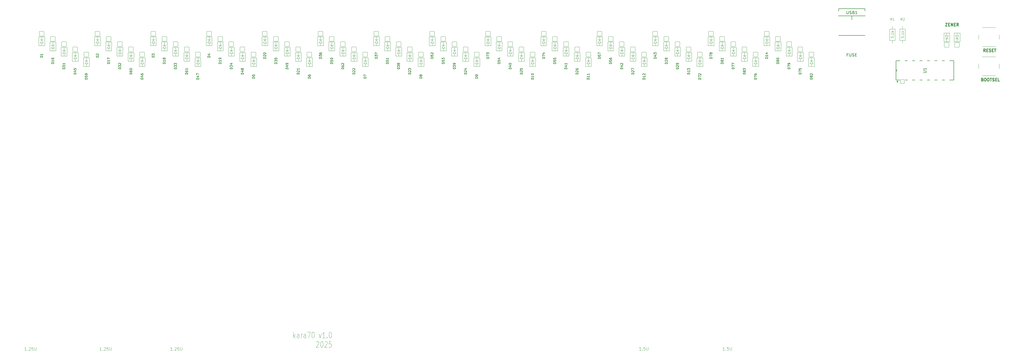
<source format=gbr>
%TF.GenerationSoftware,KiCad,Pcbnew,9.0.0*%
%TF.CreationDate,2025-03-11T22:48:35+00:00*%
%TF.ProjectId,kara70-pcb,6b617261-3730-42d7-9063-622e6b696361,rev?*%
%TF.SameCoordinates,Original*%
%TF.FileFunction,Legend,Top*%
%TF.FilePolarity,Positive*%
%FSLAX46Y46*%
G04 Gerber Fmt 4.6, Leading zero omitted, Abs format (unit mm)*
G04 Created by KiCad (PCBNEW 9.0.0) date 2025-03-11 22:48:35*
%MOMM*%
%LPD*%
G01*
G04 APERTURE LIST*
G04 Aperture macros list*
%AMRoundRect*
0 Rectangle with rounded corners*
0 $1 Rounding radius*
0 $2 $3 $4 $5 $6 $7 $8 $9 X,Y pos of 4 corners*
0 Add a 4 corners polygon primitive as box body*
4,1,4,$2,$3,$4,$5,$6,$7,$8,$9,$2,$3,0*
0 Add four circle primitives for the rounded corners*
1,1,$1+$1,$2,$3*
1,1,$1+$1,$4,$5*
1,1,$1+$1,$6,$7*
1,1,$1+$1,$8,$9*
0 Add four rect primitives between the rounded corners*
20,1,$1+$1,$2,$3,$4,$5,0*
20,1,$1+$1,$4,$5,$6,$7,0*
20,1,$1+$1,$6,$7,$8,$9,0*
20,1,$1+$1,$8,$9,$2,$3,0*%
G04 Aperture macros list end*
%ADD10C,0.100000*%
%ADD11C,0.250000*%
%ADD12C,0.075000*%
%ADD13C,0.150000*%
%ADD14C,0.120000*%
%ADD15C,0.152400*%
%ADD16RoundRect,0.051000X-0.800000X0.800000X-0.800000X-0.800000X0.800000X-0.800000X0.800000X0.800000X0*%
%ADD17O,1.702000X1.702000*%
%ADD18RoundRect,0.051000X0.647700X-0.647700X0.647700X0.647700X-0.647700X0.647700X-0.647700X-0.647700X0*%
%ADD19C,1.397400*%
%ADD20RoundRect,0.051000X0.800000X-0.800000X0.800000X0.800000X-0.800000X0.800000X-0.800000X-0.800000X0*%
%ADD21C,4.502000*%
%ADD22O,0.752000X1.102000*%
%ADD23O,1.002000X2.502000*%
%ADD24O,1.002000X1.802000*%
%ADD25C,1.502000*%
%ADD26O,1.502000X1.502000*%
%ADD27C,2.102000*%
%ADD28C,1.803800*%
%ADD29C,4.089800*%
%ADD30C,3.402000*%
%ADD31C,3.150000*%
G04 APERTURE END LIST*
D10*
X87893282Y-174483653D02*
X87321854Y-174483653D01*
X87607568Y-174483653D02*
X87607568Y-173483653D01*
X87607568Y-173483653D02*
X87512330Y-173626510D01*
X87512330Y-173626510D02*
X87417092Y-173721748D01*
X87417092Y-173721748D02*
X87321854Y-173769367D01*
X88321854Y-174388414D02*
X88369473Y-174436034D01*
X88369473Y-174436034D02*
X88321854Y-174483653D01*
X88321854Y-174483653D02*
X88274235Y-174436034D01*
X88274235Y-174436034D02*
X88321854Y-174388414D01*
X88321854Y-174388414D02*
X88321854Y-174483653D01*
X88750425Y-173578891D02*
X88798044Y-173531272D01*
X88798044Y-173531272D02*
X88893282Y-173483653D01*
X88893282Y-173483653D02*
X89131377Y-173483653D01*
X89131377Y-173483653D02*
X89226615Y-173531272D01*
X89226615Y-173531272D02*
X89274234Y-173578891D01*
X89274234Y-173578891D02*
X89321853Y-173674129D01*
X89321853Y-173674129D02*
X89321853Y-173769367D01*
X89321853Y-173769367D02*
X89274234Y-173912224D01*
X89274234Y-173912224D02*
X88702806Y-174483653D01*
X88702806Y-174483653D02*
X89321853Y-174483653D01*
X90226615Y-173483653D02*
X89750425Y-173483653D01*
X89750425Y-173483653D02*
X89702806Y-173959843D01*
X89702806Y-173959843D02*
X89750425Y-173912224D01*
X89750425Y-173912224D02*
X89845663Y-173864605D01*
X89845663Y-173864605D02*
X90083758Y-173864605D01*
X90083758Y-173864605D02*
X90178996Y-173912224D01*
X90178996Y-173912224D02*
X90226615Y-173959843D01*
X90226615Y-173959843D02*
X90274234Y-174055081D01*
X90274234Y-174055081D02*
X90274234Y-174293176D01*
X90274234Y-174293176D02*
X90226615Y-174388414D01*
X90226615Y-174388414D02*
X90178996Y-174436034D01*
X90178996Y-174436034D02*
X90083758Y-174483653D01*
X90083758Y-174483653D02*
X89845663Y-174483653D01*
X89845663Y-174483653D02*
X89750425Y-174436034D01*
X89750425Y-174436034D02*
X89702806Y-174388414D01*
X90702806Y-173483653D02*
X90702806Y-174293176D01*
X90702806Y-174293176D02*
X90750425Y-174388414D01*
X90750425Y-174388414D02*
X90798044Y-174436034D01*
X90798044Y-174436034D02*
X90893282Y-174483653D01*
X90893282Y-174483653D02*
X91083758Y-174483653D01*
X91083758Y-174483653D02*
X91178996Y-174436034D01*
X91178996Y-174436034D02*
X91226615Y-174388414D01*
X91226615Y-174388414D02*
X91274234Y-174293176D01*
X91274234Y-174293176D02*
X91274234Y-173483653D01*
X112040062Y-174483653D02*
X111468634Y-174483653D01*
X111754348Y-174483653D02*
X111754348Y-173483653D01*
X111754348Y-173483653D02*
X111659110Y-173626510D01*
X111659110Y-173626510D02*
X111563872Y-173721748D01*
X111563872Y-173721748D02*
X111468634Y-173769367D01*
X112468634Y-174388414D02*
X112516253Y-174436034D01*
X112516253Y-174436034D02*
X112468634Y-174483653D01*
X112468634Y-174483653D02*
X112421015Y-174436034D01*
X112421015Y-174436034D02*
X112468634Y-174388414D01*
X112468634Y-174388414D02*
X112468634Y-174483653D01*
X112897205Y-173578891D02*
X112944824Y-173531272D01*
X112944824Y-173531272D02*
X113040062Y-173483653D01*
X113040062Y-173483653D02*
X113278157Y-173483653D01*
X113278157Y-173483653D02*
X113373395Y-173531272D01*
X113373395Y-173531272D02*
X113421014Y-173578891D01*
X113421014Y-173578891D02*
X113468633Y-173674129D01*
X113468633Y-173674129D02*
X113468633Y-173769367D01*
X113468633Y-173769367D02*
X113421014Y-173912224D01*
X113421014Y-173912224D02*
X112849586Y-174483653D01*
X112849586Y-174483653D02*
X113468633Y-174483653D01*
X114373395Y-173483653D02*
X113897205Y-173483653D01*
X113897205Y-173483653D02*
X113849586Y-173959843D01*
X113849586Y-173959843D02*
X113897205Y-173912224D01*
X113897205Y-173912224D02*
X113992443Y-173864605D01*
X113992443Y-173864605D02*
X114230538Y-173864605D01*
X114230538Y-173864605D02*
X114325776Y-173912224D01*
X114325776Y-173912224D02*
X114373395Y-173959843D01*
X114373395Y-173959843D02*
X114421014Y-174055081D01*
X114421014Y-174055081D02*
X114421014Y-174293176D01*
X114421014Y-174293176D02*
X114373395Y-174388414D01*
X114373395Y-174388414D02*
X114325776Y-174436034D01*
X114325776Y-174436034D02*
X114230538Y-174483653D01*
X114230538Y-174483653D02*
X113992443Y-174483653D01*
X113992443Y-174483653D02*
X113897205Y-174436034D01*
X113897205Y-174436034D02*
X113849586Y-174388414D01*
X114849586Y-173483653D02*
X114849586Y-174293176D01*
X114849586Y-174293176D02*
X114897205Y-174388414D01*
X114897205Y-174388414D02*
X114944824Y-174436034D01*
X114944824Y-174436034D02*
X115040062Y-174483653D01*
X115040062Y-174483653D02*
X115230538Y-174483653D01*
X115230538Y-174483653D02*
X115325776Y-174436034D01*
X115325776Y-174436034D02*
X115373395Y-174388414D01*
X115373395Y-174388414D02*
X115421014Y-174293176D01*
X115421014Y-174293176D02*
X115421014Y-173483653D01*
X272047619Y-174457419D02*
X271476191Y-174457419D01*
X271761905Y-174457419D02*
X271761905Y-173457419D01*
X271761905Y-173457419D02*
X271666667Y-173600276D01*
X271666667Y-173600276D02*
X271571429Y-173695514D01*
X271571429Y-173695514D02*
X271476191Y-173743133D01*
X272476191Y-174362180D02*
X272523810Y-174409800D01*
X272523810Y-174409800D02*
X272476191Y-174457419D01*
X272476191Y-174457419D02*
X272428572Y-174409800D01*
X272428572Y-174409800D02*
X272476191Y-174362180D01*
X272476191Y-174362180D02*
X272476191Y-174457419D01*
X273428571Y-173457419D02*
X272952381Y-173457419D01*
X272952381Y-173457419D02*
X272904762Y-173933609D01*
X272904762Y-173933609D02*
X272952381Y-173885990D01*
X272952381Y-173885990D02*
X273047619Y-173838371D01*
X273047619Y-173838371D02*
X273285714Y-173838371D01*
X273285714Y-173838371D02*
X273380952Y-173885990D01*
X273380952Y-173885990D02*
X273428571Y-173933609D01*
X273428571Y-173933609D02*
X273476190Y-174028847D01*
X273476190Y-174028847D02*
X273476190Y-174266942D01*
X273476190Y-174266942D02*
X273428571Y-174362180D01*
X273428571Y-174362180D02*
X273380952Y-174409800D01*
X273380952Y-174409800D02*
X273285714Y-174457419D01*
X273285714Y-174457419D02*
X273047619Y-174457419D01*
X273047619Y-174457419D02*
X272952381Y-174409800D01*
X272952381Y-174409800D02*
X272904762Y-174362180D01*
X273904762Y-173457419D02*
X273904762Y-174266942D01*
X273904762Y-174266942D02*
X273952381Y-174362180D01*
X273952381Y-174362180D02*
X274000000Y-174409800D01*
X274000000Y-174409800D02*
X274095238Y-174457419D01*
X274095238Y-174457419D02*
X274285714Y-174457419D01*
X274285714Y-174457419D02*
X274380952Y-174409800D01*
X274380952Y-174409800D02*
X274428571Y-174362180D01*
X274428571Y-174362180D02*
X274476190Y-174266942D01*
X274476190Y-174266942D02*
X274476190Y-173457419D01*
X300547619Y-174457419D02*
X299976191Y-174457419D01*
X300261905Y-174457419D02*
X300261905Y-173457419D01*
X300261905Y-173457419D02*
X300166667Y-173600276D01*
X300166667Y-173600276D02*
X300071429Y-173695514D01*
X300071429Y-173695514D02*
X299976191Y-173743133D01*
X300976191Y-174362180D02*
X301023810Y-174409800D01*
X301023810Y-174409800D02*
X300976191Y-174457419D01*
X300976191Y-174457419D02*
X300928572Y-174409800D01*
X300928572Y-174409800D02*
X300976191Y-174362180D01*
X300976191Y-174362180D02*
X300976191Y-174457419D01*
X301928571Y-173457419D02*
X301452381Y-173457419D01*
X301452381Y-173457419D02*
X301404762Y-173933609D01*
X301404762Y-173933609D02*
X301452381Y-173885990D01*
X301452381Y-173885990D02*
X301547619Y-173838371D01*
X301547619Y-173838371D02*
X301785714Y-173838371D01*
X301785714Y-173838371D02*
X301880952Y-173885990D01*
X301880952Y-173885990D02*
X301928571Y-173933609D01*
X301928571Y-173933609D02*
X301976190Y-174028847D01*
X301976190Y-174028847D02*
X301976190Y-174266942D01*
X301976190Y-174266942D02*
X301928571Y-174362180D01*
X301928571Y-174362180D02*
X301880952Y-174409800D01*
X301880952Y-174409800D02*
X301785714Y-174457419D01*
X301785714Y-174457419D02*
X301547619Y-174457419D01*
X301547619Y-174457419D02*
X301452381Y-174409800D01*
X301452381Y-174409800D02*
X301404762Y-174362180D01*
X302404762Y-173457419D02*
X302404762Y-174266942D01*
X302404762Y-174266942D02*
X302452381Y-174362180D01*
X302452381Y-174362180D02*
X302500000Y-174409800D01*
X302500000Y-174409800D02*
X302595238Y-174457419D01*
X302595238Y-174457419D02*
X302785714Y-174457419D01*
X302785714Y-174457419D02*
X302880952Y-174409800D01*
X302880952Y-174409800D02*
X302928571Y-174362180D01*
X302928571Y-174362180D02*
X302976190Y-174266942D01*
X302976190Y-174266942D02*
X302976190Y-173457419D01*
X62224205Y-174483653D02*
X61652777Y-174483653D01*
X61938491Y-174483653D02*
X61938491Y-173483653D01*
X61938491Y-173483653D02*
X61843253Y-173626510D01*
X61843253Y-173626510D02*
X61748015Y-173721748D01*
X61748015Y-173721748D02*
X61652777Y-173769367D01*
X62652777Y-174388414D02*
X62700396Y-174436034D01*
X62700396Y-174436034D02*
X62652777Y-174483653D01*
X62652777Y-174483653D02*
X62605158Y-174436034D01*
X62605158Y-174436034D02*
X62652777Y-174388414D01*
X62652777Y-174388414D02*
X62652777Y-174483653D01*
X63081348Y-173578891D02*
X63128967Y-173531272D01*
X63128967Y-173531272D02*
X63224205Y-173483653D01*
X63224205Y-173483653D02*
X63462300Y-173483653D01*
X63462300Y-173483653D02*
X63557538Y-173531272D01*
X63557538Y-173531272D02*
X63605157Y-173578891D01*
X63605157Y-173578891D02*
X63652776Y-173674129D01*
X63652776Y-173674129D02*
X63652776Y-173769367D01*
X63652776Y-173769367D02*
X63605157Y-173912224D01*
X63605157Y-173912224D02*
X63033729Y-174483653D01*
X63033729Y-174483653D02*
X63652776Y-174483653D01*
X64557538Y-173483653D02*
X64081348Y-173483653D01*
X64081348Y-173483653D02*
X64033729Y-173959843D01*
X64033729Y-173959843D02*
X64081348Y-173912224D01*
X64081348Y-173912224D02*
X64176586Y-173864605D01*
X64176586Y-173864605D02*
X64414681Y-173864605D01*
X64414681Y-173864605D02*
X64509919Y-173912224D01*
X64509919Y-173912224D02*
X64557538Y-173959843D01*
X64557538Y-173959843D02*
X64605157Y-174055081D01*
X64605157Y-174055081D02*
X64605157Y-174293176D01*
X64605157Y-174293176D02*
X64557538Y-174388414D01*
X64557538Y-174388414D02*
X64509919Y-174436034D01*
X64509919Y-174436034D02*
X64414681Y-174483653D01*
X64414681Y-174483653D02*
X64176586Y-174483653D01*
X64176586Y-174483653D02*
X64081348Y-174436034D01*
X64081348Y-174436034D02*
X64033729Y-174388414D01*
X65033729Y-173483653D02*
X65033729Y-174293176D01*
X65033729Y-174293176D02*
X65081348Y-174388414D01*
X65081348Y-174388414D02*
X65128967Y-174436034D01*
X65128967Y-174436034D02*
X65224205Y-174483653D01*
X65224205Y-174483653D02*
X65414681Y-174483653D01*
X65414681Y-174483653D02*
X65509919Y-174436034D01*
X65509919Y-174436034D02*
X65557538Y-174388414D01*
X65557538Y-174388414D02*
X65605157Y-174293176D01*
X65605157Y-174293176D02*
X65605157Y-173483653D01*
D11*
X388535901Y-81940809D02*
X388678758Y-81988428D01*
X388678758Y-81988428D02*
X388726377Y-82036047D01*
X388726377Y-82036047D02*
X388773996Y-82131285D01*
X388773996Y-82131285D02*
X388773996Y-82274142D01*
X388773996Y-82274142D02*
X388726377Y-82369380D01*
X388726377Y-82369380D02*
X388678758Y-82417000D01*
X388678758Y-82417000D02*
X388583520Y-82464619D01*
X388583520Y-82464619D02*
X388202568Y-82464619D01*
X388202568Y-82464619D02*
X388202568Y-81464619D01*
X388202568Y-81464619D02*
X388535901Y-81464619D01*
X388535901Y-81464619D02*
X388631139Y-81512238D01*
X388631139Y-81512238D02*
X388678758Y-81559857D01*
X388678758Y-81559857D02*
X388726377Y-81655095D01*
X388726377Y-81655095D02*
X388726377Y-81750333D01*
X388726377Y-81750333D02*
X388678758Y-81845571D01*
X388678758Y-81845571D02*
X388631139Y-81893190D01*
X388631139Y-81893190D02*
X388535901Y-81940809D01*
X388535901Y-81940809D02*
X388202568Y-81940809D01*
X389393044Y-81464619D02*
X389583520Y-81464619D01*
X389583520Y-81464619D02*
X389678758Y-81512238D01*
X389678758Y-81512238D02*
X389773996Y-81607476D01*
X389773996Y-81607476D02*
X389821615Y-81797952D01*
X389821615Y-81797952D02*
X389821615Y-82131285D01*
X389821615Y-82131285D02*
X389773996Y-82321761D01*
X389773996Y-82321761D02*
X389678758Y-82417000D01*
X389678758Y-82417000D02*
X389583520Y-82464619D01*
X389583520Y-82464619D02*
X389393044Y-82464619D01*
X389393044Y-82464619D02*
X389297806Y-82417000D01*
X389297806Y-82417000D02*
X389202568Y-82321761D01*
X389202568Y-82321761D02*
X389154949Y-82131285D01*
X389154949Y-82131285D02*
X389154949Y-81797952D01*
X389154949Y-81797952D02*
X389202568Y-81607476D01*
X389202568Y-81607476D02*
X389297806Y-81512238D01*
X389297806Y-81512238D02*
X389393044Y-81464619D01*
X390440663Y-81464619D02*
X390631139Y-81464619D01*
X390631139Y-81464619D02*
X390726377Y-81512238D01*
X390726377Y-81512238D02*
X390821615Y-81607476D01*
X390821615Y-81607476D02*
X390869234Y-81797952D01*
X390869234Y-81797952D02*
X390869234Y-82131285D01*
X390869234Y-82131285D02*
X390821615Y-82321761D01*
X390821615Y-82321761D02*
X390726377Y-82417000D01*
X390726377Y-82417000D02*
X390631139Y-82464619D01*
X390631139Y-82464619D02*
X390440663Y-82464619D01*
X390440663Y-82464619D02*
X390345425Y-82417000D01*
X390345425Y-82417000D02*
X390250187Y-82321761D01*
X390250187Y-82321761D02*
X390202568Y-82131285D01*
X390202568Y-82131285D02*
X390202568Y-81797952D01*
X390202568Y-81797952D02*
X390250187Y-81607476D01*
X390250187Y-81607476D02*
X390345425Y-81512238D01*
X390345425Y-81512238D02*
X390440663Y-81464619D01*
X391154949Y-81464619D02*
X391726377Y-81464619D01*
X391440663Y-82464619D02*
X391440663Y-81464619D01*
X392012092Y-82417000D02*
X392154949Y-82464619D01*
X392154949Y-82464619D02*
X392393044Y-82464619D01*
X392393044Y-82464619D02*
X392488282Y-82417000D01*
X392488282Y-82417000D02*
X392535901Y-82369380D01*
X392535901Y-82369380D02*
X392583520Y-82274142D01*
X392583520Y-82274142D02*
X392583520Y-82178904D01*
X392583520Y-82178904D02*
X392535901Y-82083666D01*
X392535901Y-82083666D02*
X392488282Y-82036047D01*
X392488282Y-82036047D02*
X392393044Y-81988428D01*
X392393044Y-81988428D02*
X392202568Y-81940809D01*
X392202568Y-81940809D02*
X392107330Y-81893190D01*
X392107330Y-81893190D02*
X392059711Y-81845571D01*
X392059711Y-81845571D02*
X392012092Y-81750333D01*
X392012092Y-81750333D02*
X392012092Y-81655095D01*
X392012092Y-81655095D02*
X392059711Y-81559857D01*
X392059711Y-81559857D02*
X392107330Y-81512238D01*
X392107330Y-81512238D02*
X392202568Y-81464619D01*
X392202568Y-81464619D02*
X392440663Y-81464619D01*
X392440663Y-81464619D02*
X392583520Y-81512238D01*
X393012092Y-81940809D02*
X393345425Y-81940809D01*
X393488282Y-82464619D02*
X393012092Y-82464619D01*
X393012092Y-82464619D02*
X393012092Y-81464619D01*
X393012092Y-81464619D02*
X393488282Y-81464619D01*
X394393044Y-82464619D02*
X393916854Y-82464619D01*
X393916854Y-82464619D02*
X393916854Y-81464619D01*
X375907330Y-62664619D02*
X376573996Y-62664619D01*
X376573996Y-62664619D02*
X375907330Y-63664619D01*
X375907330Y-63664619D02*
X376573996Y-63664619D01*
X376954949Y-63140809D02*
X377288282Y-63140809D01*
X377431139Y-63664619D02*
X376954949Y-63664619D01*
X376954949Y-63664619D02*
X376954949Y-62664619D01*
X376954949Y-62664619D02*
X377431139Y-62664619D01*
X377859711Y-63664619D02*
X377859711Y-62664619D01*
X377859711Y-62664619D02*
X378431139Y-63664619D01*
X378431139Y-63664619D02*
X378431139Y-62664619D01*
X378907330Y-63140809D02*
X379240663Y-63140809D01*
X379383520Y-63664619D02*
X378907330Y-63664619D01*
X378907330Y-63664619D02*
X378907330Y-62664619D01*
X378907330Y-62664619D02*
X379383520Y-62664619D01*
X380383520Y-63664619D02*
X380050187Y-63188428D01*
X379812092Y-63664619D02*
X379812092Y-62664619D01*
X379812092Y-62664619D02*
X380193044Y-62664619D01*
X380193044Y-62664619D02*
X380288282Y-62712238D01*
X380288282Y-62712238D02*
X380335901Y-62759857D01*
X380335901Y-62759857D02*
X380383520Y-62855095D01*
X380383520Y-62855095D02*
X380383520Y-62997952D01*
X380383520Y-62997952D02*
X380335901Y-63093190D01*
X380335901Y-63093190D02*
X380288282Y-63140809D01*
X380288282Y-63140809D02*
X380193044Y-63188428D01*
X380193044Y-63188428D02*
X379812092Y-63188428D01*
D12*
X153452509Y-170224772D02*
X153452509Y-168224772D01*
X153595367Y-169462867D02*
X154023938Y-170224772D01*
X154023938Y-168891438D02*
X153452509Y-169653343D01*
X155309653Y-170224772D02*
X155309653Y-169177153D01*
X155309653Y-169177153D02*
X155238224Y-168986676D01*
X155238224Y-168986676D02*
X155095367Y-168891438D01*
X155095367Y-168891438D02*
X154809653Y-168891438D01*
X154809653Y-168891438D02*
X154666795Y-168986676D01*
X155309653Y-170129534D02*
X155166795Y-170224772D01*
X155166795Y-170224772D02*
X154809653Y-170224772D01*
X154809653Y-170224772D02*
X154666795Y-170129534D01*
X154666795Y-170129534D02*
X154595367Y-169939057D01*
X154595367Y-169939057D02*
X154595367Y-169748581D01*
X154595367Y-169748581D02*
X154666795Y-169558105D01*
X154666795Y-169558105D02*
X154809653Y-169462867D01*
X154809653Y-169462867D02*
X155166795Y-169462867D01*
X155166795Y-169462867D02*
X155309653Y-169367629D01*
X156023938Y-170224772D02*
X156023938Y-168891438D01*
X156023938Y-169272391D02*
X156095367Y-169081914D01*
X156095367Y-169081914D02*
X156166796Y-168986676D01*
X156166796Y-168986676D02*
X156309653Y-168891438D01*
X156309653Y-168891438D02*
X156452510Y-168891438D01*
X157595367Y-170224772D02*
X157595367Y-169177153D01*
X157595367Y-169177153D02*
X157523938Y-168986676D01*
X157523938Y-168986676D02*
X157381081Y-168891438D01*
X157381081Y-168891438D02*
X157095367Y-168891438D01*
X157095367Y-168891438D02*
X156952509Y-168986676D01*
X157595367Y-170129534D02*
X157452509Y-170224772D01*
X157452509Y-170224772D02*
X157095367Y-170224772D01*
X157095367Y-170224772D02*
X156952509Y-170129534D01*
X156952509Y-170129534D02*
X156881081Y-169939057D01*
X156881081Y-169939057D02*
X156881081Y-169748581D01*
X156881081Y-169748581D02*
X156952509Y-169558105D01*
X156952509Y-169558105D02*
X157095367Y-169462867D01*
X157095367Y-169462867D02*
X157452509Y-169462867D01*
X157452509Y-169462867D02*
X157595367Y-169367629D01*
X158166795Y-168224772D02*
X159166795Y-168224772D01*
X159166795Y-168224772D02*
X158523938Y-170224772D01*
X160023938Y-168224772D02*
X160166795Y-168224772D01*
X160166795Y-168224772D02*
X160309652Y-168320010D01*
X160309652Y-168320010D02*
X160381081Y-168415248D01*
X160381081Y-168415248D02*
X160452509Y-168605724D01*
X160452509Y-168605724D02*
X160523938Y-168986676D01*
X160523938Y-168986676D02*
X160523938Y-169462867D01*
X160523938Y-169462867D02*
X160452509Y-169843819D01*
X160452509Y-169843819D02*
X160381081Y-170034295D01*
X160381081Y-170034295D02*
X160309652Y-170129534D01*
X160309652Y-170129534D02*
X160166795Y-170224772D01*
X160166795Y-170224772D02*
X160023938Y-170224772D01*
X160023938Y-170224772D02*
X159881081Y-170129534D01*
X159881081Y-170129534D02*
X159809652Y-170034295D01*
X159809652Y-170034295D02*
X159738223Y-169843819D01*
X159738223Y-169843819D02*
X159666795Y-169462867D01*
X159666795Y-169462867D02*
X159666795Y-168986676D01*
X159666795Y-168986676D02*
X159738223Y-168605724D01*
X159738223Y-168605724D02*
X159809652Y-168415248D01*
X159809652Y-168415248D02*
X159881081Y-168320010D01*
X159881081Y-168320010D02*
X160023938Y-168224772D01*
X162166794Y-168891438D02*
X162523937Y-170224772D01*
X162523937Y-170224772D02*
X162881080Y-168891438D01*
X164238223Y-170224772D02*
X163381080Y-170224772D01*
X163809651Y-170224772D02*
X163809651Y-168224772D01*
X163809651Y-168224772D02*
X163666794Y-168510486D01*
X163666794Y-168510486D02*
X163523937Y-168700962D01*
X163523937Y-168700962D02*
X163381080Y-168796200D01*
X164881079Y-170034295D02*
X164952508Y-170129534D01*
X164952508Y-170129534D02*
X164881079Y-170224772D01*
X164881079Y-170224772D02*
X164809651Y-170129534D01*
X164809651Y-170129534D02*
X164881079Y-170034295D01*
X164881079Y-170034295D02*
X164881079Y-170224772D01*
X165881080Y-168224772D02*
X166023937Y-168224772D01*
X166023937Y-168224772D02*
X166166794Y-168320010D01*
X166166794Y-168320010D02*
X166238223Y-168415248D01*
X166238223Y-168415248D02*
X166309651Y-168605724D01*
X166309651Y-168605724D02*
X166381080Y-168986676D01*
X166381080Y-168986676D02*
X166381080Y-169462867D01*
X166381080Y-169462867D02*
X166309651Y-169843819D01*
X166309651Y-169843819D02*
X166238223Y-170034295D01*
X166238223Y-170034295D02*
X166166794Y-170129534D01*
X166166794Y-170129534D02*
X166023937Y-170224772D01*
X166023937Y-170224772D02*
X165881080Y-170224772D01*
X165881080Y-170224772D02*
X165738223Y-170129534D01*
X165738223Y-170129534D02*
X165666794Y-170034295D01*
X165666794Y-170034295D02*
X165595365Y-169843819D01*
X165595365Y-169843819D02*
X165523937Y-169462867D01*
X165523937Y-169462867D02*
X165523937Y-168986676D01*
X165523937Y-168986676D02*
X165595365Y-168605724D01*
X165595365Y-168605724D02*
X165666794Y-168415248D01*
X165666794Y-168415248D02*
X165738223Y-168320010D01*
X165738223Y-168320010D02*
X165881080Y-168224772D01*
X161238224Y-171635136D02*
X161309652Y-171539898D01*
X161309652Y-171539898D02*
X161452510Y-171444660D01*
X161452510Y-171444660D02*
X161809652Y-171444660D01*
X161809652Y-171444660D02*
X161952510Y-171539898D01*
X161952510Y-171539898D02*
X162023938Y-171635136D01*
X162023938Y-171635136D02*
X162095367Y-171825612D01*
X162095367Y-171825612D02*
X162095367Y-172016088D01*
X162095367Y-172016088D02*
X162023938Y-172301802D01*
X162023938Y-172301802D02*
X161166795Y-173444660D01*
X161166795Y-173444660D02*
X162095367Y-173444660D01*
X163023938Y-171444660D02*
X163166795Y-171444660D01*
X163166795Y-171444660D02*
X163309652Y-171539898D01*
X163309652Y-171539898D02*
X163381081Y-171635136D01*
X163381081Y-171635136D02*
X163452509Y-171825612D01*
X163452509Y-171825612D02*
X163523938Y-172206564D01*
X163523938Y-172206564D02*
X163523938Y-172682755D01*
X163523938Y-172682755D02*
X163452509Y-173063707D01*
X163452509Y-173063707D02*
X163381081Y-173254183D01*
X163381081Y-173254183D02*
X163309652Y-173349422D01*
X163309652Y-173349422D02*
X163166795Y-173444660D01*
X163166795Y-173444660D02*
X163023938Y-173444660D01*
X163023938Y-173444660D02*
X162881081Y-173349422D01*
X162881081Y-173349422D02*
X162809652Y-173254183D01*
X162809652Y-173254183D02*
X162738223Y-173063707D01*
X162738223Y-173063707D02*
X162666795Y-172682755D01*
X162666795Y-172682755D02*
X162666795Y-172206564D01*
X162666795Y-172206564D02*
X162738223Y-171825612D01*
X162738223Y-171825612D02*
X162809652Y-171635136D01*
X162809652Y-171635136D02*
X162881081Y-171539898D01*
X162881081Y-171539898D02*
X163023938Y-171444660D01*
X164095366Y-171635136D02*
X164166794Y-171539898D01*
X164166794Y-171539898D02*
X164309652Y-171444660D01*
X164309652Y-171444660D02*
X164666794Y-171444660D01*
X164666794Y-171444660D02*
X164809652Y-171539898D01*
X164809652Y-171539898D02*
X164881080Y-171635136D01*
X164881080Y-171635136D02*
X164952509Y-171825612D01*
X164952509Y-171825612D02*
X164952509Y-172016088D01*
X164952509Y-172016088D02*
X164881080Y-172301802D01*
X164881080Y-172301802D02*
X164023937Y-173444660D01*
X164023937Y-173444660D02*
X164952509Y-173444660D01*
X166309651Y-171444660D02*
X165595365Y-171444660D01*
X165595365Y-171444660D02*
X165523937Y-172397041D01*
X165523937Y-172397041D02*
X165595365Y-172301802D01*
X165595365Y-172301802D02*
X165738223Y-172206564D01*
X165738223Y-172206564D02*
X166095365Y-172206564D01*
X166095365Y-172206564D02*
X166238223Y-172301802D01*
X166238223Y-172301802D02*
X166309651Y-172397041D01*
X166309651Y-172397041D02*
X166381080Y-172587517D01*
X166381080Y-172587517D02*
X166381080Y-173063707D01*
X166381080Y-173063707D02*
X166309651Y-173254183D01*
X166309651Y-173254183D02*
X166238223Y-173349422D01*
X166238223Y-173349422D02*
X166095365Y-173444660D01*
X166095365Y-173444660D02*
X165738223Y-173444660D01*
X165738223Y-173444660D02*
X165595365Y-173349422D01*
X165595365Y-173349422D02*
X165523937Y-173254183D01*
D11*
X389573996Y-72464619D02*
X389240663Y-71988428D01*
X389002568Y-72464619D02*
X389002568Y-71464619D01*
X389002568Y-71464619D02*
X389383520Y-71464619D01*
X389383520Y-71464619D02*
X389478758Y-71512238D01*
X389478758Y-71512238D02*
X389526377Y-71559857D01*
X389526377Y-71559857D02*
X389573996Y-71655095D01*
X389573996Y-71655095D02*
X389573996Y-71797952D01*
X389573996Y-71797952D02*
X389526377Y-71893190D01*
X389526377Y-71893190D02*
X389478758Y-71940809D01*
X389478758Y-71940809D02*
X389383520Y-71988428D01*
X389383520Y-71988428D02*
X389002568Y-71988428D01*
X390002568Y-71940809D02*
X390335901Y-71940809D01*
X390478758Y-72464619D02*
X390002568Y-72464619D01*
X390002568Y-72464619D02*
X390002568Y-71464619D01*
X390002568Y-71464619D02*
X390478758Y-71464619D01*
X390859711Y-72417000D02*
X391002568Y-72464619D01*
X391002568Y-72464619D02*
X391240663Y-72464619D01*
X391240663Y-72464619D02*
X391335901Y-72417000D01*
X391335901Y-72417000D02*
X391383520Y-72369380D01*
X391383520Y-72369380D02*
X391431139Y-72274142D01*
X391431139Y-72274142D02*
X391431139Y-72178904D01*
X391431139Y-72178904D02*
X391383520Y-72083666D01*
X391383520Y-72083666D02*
X391335901Y-72036047D01*
X391335901Y-72036047D02*
X391240663Y-71988428D01*
X391240663Y-71988428D02*
X391050187Y-71940809D01*
X391050187Y-71940809D02*
X390954949Y-71893190D01*
X390954949Y-71893190D02*
X390907330Y-71845571D01*
X390907330Y-71845571D02*
X390859711Y-71750333D01*
X390859711Y-71750333D02*
X390859711Y-71655095D01*
X390859711Y-71655095D02*
X390907330Y-71559857D01*
X390907330Y-71559857D02*
X390954949Y-71512238D01*
X390954949Y-71512238D02*
X391050187Y-71464619D01*
X391050187Y-71464619D02*
X391288282Y-71464619D01*
X391288282Y-71464619D02*
X391431139Y-71512238D01*
X391859711Y-71940809D02*
X392193044Y-71940809D01*
X392335901Y-72464619D02*
X391859711Y-72464619D01*
X391859711Y-72464619D02*
X391859711Y-71464619D01*
X391859711Y-71464619D02*
X392335901Y-71464619D01*
X392621616Y-71464619D02*
X393193044Y-71464619D01*
X392907330Y-72464619D02*
X392907330Y-71464619D01*
D13*
X67862295Y-74360475D02*
X67062295Y-74360475D01*
X67062295Y-74360475D02*
X67062295Y-74169999D01*
X67062295Y-74169999D02*
X67100390Y-74055713D01*
X67100390Y-74055713D02*
X67176580Y-73979523D01*
X67176580Y-73979523D02*
X67252771Y-73941428D01*
X67252771Y-73941428D02*
X67405152Y-73903332D01*
X67405152Y-73903332D02*
X67519438Y-73903332D01*
X67519438Y-73903332D02*
X67671819Y-73941428D01*
X67671819Y-73941428D02*
X67748009Y-73979523D01*
X67748009Y-73979523D02*
X67824200Y-74055713D01*
X67824200Y-74055713D02*
X67862295Y-74169999D01*
X67862295Y-74169999D02*
X67862295Y-74360475D01*
X67862295Y-73141428D02*
X67862295Y-73598571D01*
X67862295Y-73369999D02*
X67062295Y-73369999D01*
X67062295Y-73369999D02*
X67176580Y-73446190D01*
X67176580Y-73446190D02*
X67252771Y-73522380D01*
X67252771Y-73522380D02*
X67290866Y-73598571D01*
X86900338Y-74360475D02*
X86100338Y-74360475D01*
X86100338Y-74360475D02*
X86100338Y-74169999D01*
X86100338Y-74169999D02*
X86138433Y-74055713D01*
X86138433Y-74055713D02*
X86214623Y-73979523D01*
X86214623Y-73979523D02*
X86290814Y-73941428D01*
X86290814Y-73941428D02*
X86443195Y-73903332D01*
X86443195Y-73903332D02*
X86557481Y-73903332D01*
X86557481Y-73903332D02*
X86709862Y-73941428D01*
X86709862Y-73941428D02*
X86786052Y-73979523D01*
X86786052Y-73979523D02*
X86862243Y-74055713D01*
X86862243Y-74055713D02*
X86900338Y-74169999D01*
X86900338Y-74169999D02*
X86900338Y-74360475D01*
X86176528Y-73598571D02*
X86138433Y-73560475D01*
X86138433Y-73560475D02*
X86100338Y-73484285D01*
X86100338Y-73484285D02*
X86100338Y-73293809D01*
X86100338Y-73293809D02*
X86138433Y-73217618D01*
X86138433Y-73217618D02*
X86176528Y-73179523D01*
X86176528Y-73179523D02*
X86252719Y-73141428D01*
X86252719Y-73141428D02*
X86328909Y-73141428D01*
X86328909Y-73141428D02*
X86443195Y-73179523D01*
X86443195Y-73179523D02*
X86900338Y-73636666D01*
X86900338Y-73636666D02*
X86900338Y-73141428D01*
X105938382Y-74360475D02*
X105138382Y-74360475D01*
X105138382Y-74360475D02*
X105138382Y-74169999D01*
X105138382Y-74169999D02*
X105176477Y-74055713D01*
X105176477Y-74055713D02*
X105252667Y-73979523D01*
X105252667Y-73979523D02*
X105328858Y-73941428D01*
X105328858Y-73941428D02*
X105481239Y-73903332D01*
X105481239Y-73903332D02*
X105595525Y-73903332D01*
X105595525Y-73903332D02*
X105747906Y-73941428D01*
X105747906Y-73941428D02*
X105824096Y-73979523D01*
X105824096Y-73979523D02*
X105900287Y-74055713D01*
X105900287Y-74055713D02*
X105938382Y-74169999D01*
X105938382Y-74169999D02*
X105938382Y-74360475D01*
X105138382Y-73636666D02*
X105138382Y-73141428D01*
X105138382Y-73141428D02*
X105443144Y-73408094D01*
X105443144Y-73408094D02*
X105443144Y-73293809D01*
X105443144Y-73293809D02*
X105481239Y-73217618D01*
X105481239Y-73217618D02*
X105519334Y-73179523D01*
X105519334Y-73179523D02*
X105595525Y-73141428D01*
X105595525Y-73141428D02*
X105786001Y-73141428D01*
X105786001Y-73141428D02*
X105862191Y-73179523D01*
X105862191Y-73179523D02*
X105900287Y-73217618D01*
X105900287Y-73217618D02*
X105938382Y-73293809D01*
X105938382Y-73293809D02*
X105938382Y-73522380D01*
X105938382Y-73522380D02*
X105900287Y-73598571D01*
X105900287Y-73598571D02*
X105862191Y-73636666D01*
X124976425Y-74360475D02*
X124176425Y-74360475D01*
X124176425Y-74360475D02*
X124176425Y-74169999D01*
X124176425Y-74169999D02*
X124214520Y-74055713D01*
X124214520Y-74055713D02*
X124290710Y-73979523D01*
X124290710Y-73979523D02*
X124366901Y-73941428D01*
X124366901Y-73941428D02*
X124519282Y-73903332D01*
X124519282Y-73903332D02*
X124633568Y-73903332D01*
X124633568Y-73903332D02*
X124785949Y-73941428D01*
X124785949Y-73941428D02*
X124862139Y-73979523D01*
X124862139Y-73979523D02*
X124938330Y-74055713D01*
X124938330Y-74055713D02*
X124976425Y-74169999D01*
X124976425Y-74169999D02*
X124976425Y-74360475D01*
X124443091Y-73217618D02*
X124976425Y-73217618D01*
X124138330Y-73408094D02*
X124709758Y-73598571D01*
X124709758Y-73598571D02*
X124709758Y-73103332D01*
X140206860Y-81510475D02*
X139406860Y-81510475D01*
X139406860Y-81510475D02*
X139406860Y-81319999D01*
X139406860Y-81319999D02*
X139444955Y-81205713D01*
X139444955Y-81205713D02*
X139521145Y-81129523D01*
X139521145Y-81129523D02*
X139597336Y-81091428D01*
X139597336Y-81091428D02*
X139749717Y-81053332D01*
X139749717Y-81053332D02*
X139864003Y-81053332D01*
X139864003Y-81053332D02*
X140016384Y-81091428D01*
X140016384Y-81091428D02*
X140092574Y-81129523D01*
X140092574Y-81129523D02*
X140168765Y-81205713D01*
X140168765Y-81205713D02*
X140206860Y-81319999D01*
X140206860Y-81319999D02*
X140206860Y-81510475D01*
X139406860Y-80329523D02*
X139406860Y-80710475D01*
X139406860Y-80710475D02*
X139787812Y-80748571D01*
X139787812Y-80748571D02*
X139749717Y-80710475D01*
X139749717Y-80710475D02*
X139711622Y-80634285D01*
X139711622Y-80634285D02*
X139711622Y-80443809D01*
X139711622Y-80443809D02*
X139749717Y-80367618D01*
X139749717Y-80367618D02*
X139787812Y-80329523D01*
X139787812Y-80329523D02*
X139864003Y-80291428D01*
X139864003Y-80291428D02*
X140054479Y-80291428D01*
X140054479Y-80291428D02*
X140130669Y-80329523D01*
X140130669Y-80329523D02*
X140168765Y-80367618D01*
X140168765Y-80367618D02*
X140206860Y-80443809D01*
X140206860Y-80443809D02*
X140206860Y-80634285D01*
X140206860Y-80634285D02*
X140168765Y-80710475D01*
X140168765Y-80710475D02*
X140130669Y-80748571D01*
X159244904Y-81510475D02*
X158444904Y-81510475D01*
X158444904Y-81510475D02*
X158444904Y-81319999D01*
X158444904Y-81319999D02*
X158482999Y-81205713D01*
X158482999Y-81205713D02*
X158559189Y-81129523D01*
X158559189Y-81129523D02*
X158635380Y-81091428D01*
X158635380Y-81091428D02*
X158787761Y-81053332D01*
X158787761Y-81053332D02*
X158902047Y-81053332D01*
X158902047Y-81053332D02*
X159054428Y-81091428D01*
X159054428Y-81091428D02*
X159130618Y-81129523D01*
X159130618Y-81129523D02*
X159206809Y-81205713D01*
X159206809Y-81205713D02*
X159244904Y-81319999D01*
X159244904Y-81319999D02*
X159244904Y-81510475D01*
X158444904Y-80367618D02*
X158444904Y-80519999D01*
X158444904Y-80519999D02*
X158482999Y-80596190D01*
X158482999Y-80596190D02*
X158521094Y-80634285D01*
X158521094Y-80634285D02*
X158635380Y-80710475D01*
X158635380Y-80710475D02*
X158787761Y-80748571D01*
X158787761Y-80748571D02*
X159092523Y-80748571D01*
X159092523Y-80748571D02*
X159168713Y-80710475D01*
X159168713Y-80710475D02*
X159206809Y-80672380D01*
X159206809Y-80672380D02*
X159244904Y-80596190D01*
X159244904Y-80596190D02*
X159244904Y-80443809D01*
X159244904Y-80443809D02*
X159206809Y-80367618D01*
X159206809Y-80367618D02*
X159168713Y-80329523D01*
X159168713Y-80329523D02*
X159092523Y-80291428D01*
X159092523Y-80291428D02*
X158902047Y-80291428D01*
X158902047Y-80291428D02*
X158825856Y-80329523D01*
X158825856Y-80329523D02*
X158787761Y-80367618D01*
X158787761Y-80367618D02*
X158749666Y-80443809D01*
X158749666Y-80443809D02*
X158749666Y-80596190D01*
X158749666Y-80596190D02*
X158787761Y-80672380D01*
X158787761Y-80672380D02*
X158825856Y-80710475D01*
X158825856Y-80710475D02*
X158902047Y-80748571D01*
X178282947Y-81510475D02*
X177482947Y-81510475D01*
X177482947Y-81510475D02*
X177482947Y-81319999D01*
X177482947Y-81319999D02*
X177521042Y-81205713D01*
X177521042Y-81205713D02*
X177597232Y-81129523D01*
X177597232Y-81129523D02*
X177673423Y-81091428D01*
X177673423Y-81091428D02*
X177825804Y-81053332D01*
X177825804Y-81053332D02*
X177940090Y-81053332D01*
X177940090Y-81053332D02*
X178092471Y-81091428D01*
X178092471Y-81091428D02*
X178168661Y-81129523D01*
X178168661Y-81129523D02*
X178244852Y-81205713D01*
X178244852Y-81205713D02*
X178282947Y-81319999D01*
X178282947Y-81319999D02*
X178282947Y-81510475D01*
X177482947Y-80786666D02*
X177482947Y-80253332D01*
X177482947Y-80253332D02*
X178282947Y-80596190D01*
X197320991Y-81510475D02*
X196520991Y-81510475D01*
X196520991Y-81510475D02*
X196520991Y-81319999D01*
X196520991Y-81319999D02*
X196559086Y-81205713D01*
X196559086Y-81205713D02*
X196635276Y-81129523D01*
X196635276Y-81129523D02*
X196711467Y-81091428D01*
X196711467Y-81091428D02*
X196863848Y-81053332D01*
X196863848Y-81053332D02*
X196978134Y-81053332D01*
X196978134Y-81053332D02*
X197130515Y-81091428D01*
X197130515Y-81091428D02*
X197206705Y-81129523D01*
X197206705Y-81129523D02*
X197282896Y-81205713D01*
X197282896Y-81205713D02*
X197320991Y-81319999D01*
X197320991Y-81319999D02*
X197320991Y-81510475D01*
X196863848Y-80596190D02*
X196825753Y-80672380D01*
X196825753Y-80672380D02*
X196787657Y-80710475D01*
X196787657Y-80710475D02*
X196711467Y-80748571D01*
X196711467Y-80748571D02*
X196673372Y-80748571D01*
X196673372Y-80748571D02*
X196597181Y-80710475D01*
X196597181Y-80710475D02*
X196559086Y-80672380D01*
X196559086Y-80672380D02*
X196520991Y-80596190D01*
X196520991Y-80596190D02*
X196520991Y-80443809D01*
X196520991Y-80443809D02*
X196559086Y-80367618D01*
X196559086Y-80367618D02*
X196597181Y-80329523D01*
X196597181Y-80329523D02*
X196673372Y-80291428D01*
X196673372Y-80291428D02*
X196711467Y-80291428D01*
X196711467Y-80291428D02*
X196787657Y-80329523D01*
X196787657Y-80329523D02*
X196825753Y-80367618D01*
X196825753Y-80367618D02*
X196863848Y-80443809D01*
X196863848Y-80443809D02*
X196863848Y-80596190D01*
X196863848Y-80596190D02*
X196901943Y-80672380D01*
X196901943Y-80672380D02*
X196940038Y-80710475D01*
X196940038Y-80710475D02*
X197016229Y-80748571D01*
X197016229Y-80748571D02*
X197168610Y-80748571D01*
X197168610Y-80748571D02*
X197244800Y-80710475D01*
X197244800Y-80710475D02*
X197282896Y-80672380D01*
X197282896Y-80672380D02*
X197320991Y-80596190D01*
X197320991Y-80596190D02*
X197320991Y-80443809D01*
X197320991Y-80443809D02*
X197282896Y-80367618D01*
X197282896Y-80367618D02*
X197244800Y-80329523D01*
X197244800Y-80329523D02*
X197168610Y-80291428D01*
X197168610Y-80291428D02*
X197016229Y-80291428D01*
X197016229Y-80291428D02*
X196940038Y-80329523D01*
X196940038Y-80329523D02*
X196901943Y-80367618D01*
X196901943Y-80367618D02*
X196863848Y-80443809D01*
X216359034Y-81510475D02*
X215559034Y-81510475D01*
X215559034Y-81510475D02*
X215559034Y-81319999D01*
X215559034Y-81319999D02*
X215597129Y-81205713D01*
X215597129Y-81205713D02*
X215673319Y-81129523D01*
X215673319Y-81129523D02*
X215749510Y-81091428D01*
X215749510Y-81091428D02*
X215901891Y-81053332D01*
X215901891Y-81053332D02*
X216016177Y-81053332D01*
X216016177Y-81053332D02*
X216168558Y-81091428D01*
X216168558Y-81091428D02*
X216244748Y-81129523D01*
X216244748Y-81129523D02*
X216320939Y-81205713D01*
X216320939Y-81205713D02*
X216359034Y-81319999D01*
X216359034Y-81319999D02*
X216359034Y-81510475D01*
X216359034Y-80672380D02*
X216359034Y-80519999D01*
X216359034Y-80519999D02*
X216320939Y-80443809D01*
X216320939Y-80443809D02*
X216282843Y-80405713D01*
X216282843Y-80405713D02*
X216168558Y-80329523D01*
X216168558Y-80329523D02*
X216016177Y-80291428D01*
X216016177Y-80291428D02*
X215711415Y-80291428D01*
X215711415Y-80291428D02*
X215635224Y-80329523D01*
X215635224Y-80329523D02*
X215597129Y-80367618D01*
X215597129Y-80367618D02*
X215559034Y-80443809D01*
X215559034Y-80443809D02*
X215559034Y-80596190D01*
X215559034Y-80596190D02*
X215597129Y-80672380D01*
X215597129Y-80672380D02*
X215635224Y-80710475D01*
X215635224Y-80710475D02*
X215711415Y-80748571D01*
X215711415Y-80748571D02*
X215901891Y-80748571D01*
X215901891Y-80748571D02*
X215978081Y-80710475D01*
X215978081Y-80710475D02*
X216016177Y-80672380D01*
X216016177Y-80672380D02*
X216054272Y-80596190D01*
X216054272Y-80596190D02*
X216054272Y-80443809D01*
X216054272Y-80443809D02*
X216016177Y-80367618D01*
X216016177Y-80367618D02*
X215978081Y-80329523D01*
X215978081Y-80329523D02*
X215901891Y-80291428D01*
X235397078Y-81891428D02*
X234597078Y-81891428D01*
X234597078Y-81891428D02*
X234597078Y-81700952D01*
X234597078Y-81700952D02*
X234635173Y-81586666D01*
X234635173Y-81586666D02*
X234711363Y-81510476D01*
X234711363Y-81510476D02*
X234787554Y-81472381D01*
X234787554Y-81472381D02*
X234939935Y-81434285D01*
X234939935Y-81434285D02*
X235054221Y-81434285D01*
X235054221Y-81434285D02*
X235206602Y-81472381D01*
X235206602Y-81472381D02*
X235282792Y-81510476D01*
X235282792Y-81510476D02*
X235358983Y-81586666D01*
X235358983Y-81586666D02*
X235397078Y-81700952D01*
X235397078Y-81700952D02*
X235397078Y-81891428D01*
X235397078Y-80672381D02*
X235397078Y-81129524D01*
X235397078Y-80900952D02*
X234597078Y-80900952D01*
X234597078Y-80900952D02*
X234711363Y-80977143D01*
X234711363Y-80977143D02*
X234787554Y-81053333D01*
X234787554Y-81053333D02*
X234825649Y-81129524D01*
X234597078Y-80177142D02*
X234597078Y-80100952D01*
X234597078Y-80100952D02*
X234635173Y-80024761D01*
X234635173Y-80024761D02*
X234673268Y-79986666D01*
X234673268Y-79986666D02*
X234749459Y-79948571D01*
X234749459Y-79948571D02*
X234901840Y-79910476D01*
X234901840Y-79910476D02*
X235092316Y-79910476D01*
X235092316Y-79910476D02*
X235244697Y-79948571D01*
X235244697Y-79948571D02*
X235320887Y-79986666D01*
X235320887Y-79986666D02*
X235358983Y-80024761D01*
X235358983Y-80024761D02*
X235397078Y-80100952D01*
X235397078Y-80100952D02*
X235397078Y-80177142D01*
X235397078Y-80177142D02*
X235358983Y-80253333D01*
X235358983Y-80253333D02*
X235320887Y-80291428D01*
X235320887Y-80291428D02*
X235244697Y-80329523D01*
X235244697Y-80329523D02*
X235092316Y-80367619D01*
X235092316Y-80367619D02*
X234901840Y-80367619D01*
X234901840Y-80367619D02*
X234749459Y-80329523D01*
X234749459Y-80329523D02*
X234673268Y-80291428D01*
X234673268Y-80291428D02*
X234635173Y-80253333D01*
X234635173Y-80253333D02*
X234597078Y-80177142D01*
X254435121Y-81891428D02*
X253635121Y-81891428D01*
X253635121Y-81891428D02*
X253635121Y-81700952D01*
X253635121Y-81700952D02*
X253673216Y-81586666D01*
X253673216Y-81586666D02*
X253749406Y-81510476D01*
X253749406Y-81510476D02*
X253825597Y-81472381D01*
X253825597Y-81472381D02*
X253977978Y-81434285D01*
X253977978Y-81434285D02*
X254092264Y-81434285D01*
X254092264Y-81434285D02*
X254244645Y-81472381D01*
X254244645Y-81472381D02*
X254320835Y-81510476D01*
X254320835Y-81510476D02*
X254397026Y-81586666D01*
X254397026Y-81586666D02*
X254435121Y-81700952D01*
X254435121Y-81700952D02*
X254435121Y-81891428D01*
X254435121Y-80672381D02*
X254435121Y-81129524D01*
X254435121Y-80900952D02*
X253635121Y-80900952D01*
X253635121Y-80900952D02*
X253749406Y-80977143D01*
X253749406Y-80977143D02*
X253825597Y-81053333D01*
X253825597Y-81053333D02*
X253863692Y-81129524D01*
X254435121Y-79910476D02*
X254435121Y-80367619D01*
X254435121Y-80139047D02*
X253635121Y-80139047D01*
X253635121Y-80139047D02*
X253749406Y-80215238D01*
X253749406Y-80215238D02*
X253825597Y-80291428D01*
X253825597Y-80291428D02*
X253863692Y-80367619D01*
X273473165Y-81891428D02*
X272673165Y-81891428D01*
X272673165Y-81891428D02*
X272673165Y-81700952D01*
X272673165Y-81700952D02*
X272711260Y-81586666D01*
X272711260Y-81586666D02*
X272787450Y-81510476D01*
X272787450Y-81510476D02*
X272863641Y-81472381D01*
X272863641Y-81472381D02*
X273016022Y-81434285D01*
X273016022Y-81434285D02*
X273130308Y-81434285D01*
X273130308Y-81434285D02*
X273282689Y-81472381D01*
X273282689Y-81472381D02*
X273358879Y-81510476D01*
X273358879Y-81510476D02*
X273435070Y-81586666D01*
X273435070Y-81586666D02*
X273473165Y-81700952D01*
X273473165Y-81700952D02*
X273473165Y-81891428D01*
X273473165Y-80672381D02*
X273473165Y-81129524D01*
X273473165Y-80900952D02*
X272673165Y-80900952D01*
X272673165Y-80900952D02*
X272787450Y-80977143D01*
X272787450Y-80977143D02*
X272863641Y-81053333D01*
X272863641Y-81053333D02*
X272901736Y-81129524D01*
X272749355Y-80367619D02*
X272711260Y-80329523D01*
X272711260Y-80329523D02*
X272673165Y-80253333D01*
X272673165Y-80253333D02*
X272673165Y-80062857D01*
X272673165Y-80062857D02*
X272711260Y-79986666D01*
X272711260Y-79986666D02*
X272749355Y-79948571D01*
X272749355Y-79948571D02*
X272825546Y-79910476D01*
X272825546Y-79910476D02*
X272901736Y-79910476D01*
X272901736Y-79910476D02*
X273016022Y-79948571D01*
X273016022Y-79948571D02*
X273473165Y-80405714D01*
X273473165Y-80405714D02*
X273473165Y-79910476D01*
X288703599Y-80103928D02*
X287903599Y-80103928D01*
X287903599Y-80103928D02*
X287903599Y-79913452D01*
X287903599Y-79913452D02*
X287941694Y-79799166D01*
X287941694Y-79799166D02*
X288017884Y-79722976D01*
X288017884Y-79722976D02*
X288094075Y-79684881D01*
X288094075Y-79684881D02*
X288246456Y-79646785D01*
X288246456Y-79646785D02*
X288360742Y-79646785D01*
X288360742Y-79646785D02*
X288513123Y-79684881D01*
X288513123Y-79684881D02*
X288589313Y-79722976D01*
X288589313Y-79722976D02*
X288665504Y-79799166D01*
X288665504Y-79799166D02*
X288703599Y-79913452D01*
X288703599Y-79913452D02*
X288703599Y-80103928D01*
X288703599Y-78884881D02*
X288703599Y-79342024D01*
X288703599Y-79113452D02*
X287903599Y-79113452D01*
X287903599Y-79113452D02*
X288017884Y-79189643D01*
X288017884Y-79189643D02*
X288094075Y-79265833D01*
X288094075Y-79265833D02*
X288132170Y-79342024D01*
X287903599Y-78618214D02*
X287903599Y-78122976D01*
X287903599Y-78122976D02*
X288208361Y-78389642D01*
X288208361Y-78389642D02*
X288208361Y-78275357D01*
X288208361Y-78275357D02*
X288246456Y-78199166D01*
X288246456Y-78199166D02*
X288284551Y-78161071D01*
X288284551Y-78161071D02*
X288360742Y-78122976D01*
X288360742Y-78122976D02*
X288551218Y-78122976D01*
X288551218Y-78122976D02*
X288627408Y-78161071D01*
X288627408Y-78161071D02*
X288665504Y-78199166D01*
X288665504Y-78199166D02*
X288703599Y-78275357D01*
X288703599Y-78275357D02*
X288703599Y-78503928D01*
X288703599Y-78503928D02*
X288665504Y-78580119D01*
X288665504Y-78580119D02*
X288627408Y-78618214D01*
X315356860Y-74741428D02*
X314556860Y-74741428D01*
X314556860Y-74741428D02*
X314556860Y-74550952D01*
X314556860Y-74550952D02*
X314594955Y-74436666D01*
X314594955Y-74436666D02*
X314671145Y-74360476D01*
X314671145Y-74360476D02*
X314747336Y-74322381D01*
X314747336Y-74322381D02*
X314899717Y-74284285D01*
X314899717Y-74284285D02*
X315014003Y-74284285D01*
X315014003Y-74284285D02*
X315166384Y-74322381D01*
X315166384Y-74322381D02*
X315242574Y-74360476D01*
X315242574Y-74360476D02*
X315318765Y-74436666D01*
X315318765Y-74436666D02*
X315356860Y-74550952D01*
X315356860Y-74550952D02*
X315356860Y-74741428D01*
X315356860Y-73522381D02*
X315356860Y-73979524D01*
X315356860Y-73750952D02*
X314556860Y-73750952D01*
X314556860Y-73750952D02*
X314671145Y-73827143D01*
X314671145Y-73827143D02*
X314747336Y-73903333D01*
X314747336Y-73903333D02*
X314785431Y-73979524D01*
X314823526Y-72836666D02*
X315356860Y-72836666D01*
X314518765Y-73027142D02*
X315090193Y-73217619D01*
X315090193Y-73217619D02*
X315090193Y-72722380D01*
X71669904Y-76528928D02*
X70869904Y-76528928D01*
X70869904Y-76528928D02*
X70869904Y-76338452D01*
X70869904Y-76338452D02*
X70907999Y-76224166D01*
X70907999Y-76224166D02*
X70984189Y-76147976D01*
X70984189Y-76147976D02*
X71060380Y-76109881D01*
X71060380Y-76109881D02*
X71212761Y-76071785D01*
X71212761Y-76071785D02*
X71327047Y-76071785D01*
X71327047Y-76071785D02*
X71479428Y-76109881D01*
X71479428Y-76109881D02*
X71555618Y-76147976D01*
X71555618Y-76147976D02*
X71631809Y-76224166D01*
X71631809Y-76224166D02*
X71669904Y-76338452D01*
X71669904Y-76338452D02*
X71669904Y-76528928D01*
X71669904Y-75309881D02*
X71669904Y-75767024D01*
X71669904Y-75538452D02*
X70869904Y-75538452D01*
X70869904Y-75538452D02*
X70984189Y-75614643D01*
X70984189Y-75614643D02*
X71060380Y-75690833D01*
X71060380Y-75690833D02*
X71098475Y-75767024D01*
X70869904Y-74624166D02*
X70869904Y-74776547D01*
X70869904Y-74776547D02*
X70907999Y-74852738D01*
X70907999Y-74852738D02*
X70946094Y-74890833D01*
X70946094Y-74890833D02*
X71060380Y-74967023D01*
X71060380Y-74967023D02*
X71212761Y-75005119D01*
X71212761Y-75005119D02*
X71517523Y-75005119D01*
X71517523Y-75005119D02*
X71593713Y-74967023D01*
X71593713Y-74967023D02*
X71631809Y-74928928D01*
X71631809Y-74928928D02*
X71669904Y-74852738D01*
X71669904Y-74852738D02*
X71669904Y-74700357D01*
X71669904Y-74700357D02*
X71631809Y-74624166D01*
X71631809Y-74624166D02*
X71593713Y-74586071D01*
X71593713Y-74586071D02*
X71517523Y-74547976D01*
X71517523Y-74547976D02*
X71327047Y-74547976D01*
X71327047Y-74547976D02*
X71250856Y-74586071D01*
X71250856Y-74586071D02*
X71212761Y-74624166D01*
X71212761Y-74624166D02*
X71174666Y-74700357D01*
X71174666Y-74700357D02*
X71174666Y-74852738D01*
X71174666Y-74852738D02*
X71212761Y-74928928D01*
X71212761Y-74928928D02*
X71250856Y-74967023D01*
X71250856Y-74967023D02*
X71327047Y-75005119D01*
X90707947Y-76528928D02*
X89907947Y-76528928D01*
X89907947Y-76528928D02*
X89907947Y-76338452D01*
X89907947Y-76338452D02*
X89946042Y-76224166D01*
X89946042Y-76224166D02*
X90022232Y-76147976D01*
X90022232Y-76147976D02*
X90098423Y-76109881D01*
X90098423Y-76109881D02*
X90250804Y-76071785D01*
X90250804Y-76071785D02*
X90365090Y-76071785D01*
X90365090Y-76071785D02*
X90517471Y-76109881D01*
X90517471Y-76109881D02*
X90593661Y-76147976D01*
X90593661Y-76147976D02*
X90669852Y-76224166D01*
X90669852Y-76224166D02*
X90707947Y-76338452D01*
X90707947Y-76338452D02*
X90707947Y-76528928D01*
X90707947Y-75309881D02*
X90707947Y-75767024D01*
X90707947Y-75538452D02*
X89907947Y-75538452D01*
X89907947Y-75538452D02*
X90022232Y-75614643D01*
X90022232Y-75614643D02*
X90098423Y-75690833D01*
X90098423Y-75690833D02*
X90136518Y-75767024D01*
X89907947Y-75043214D02*
X89907947Y-74509880D01*
X89907947Y-74509880D02*
X90707947Y-74852738D01*
X109745991Y-76528928D02*
X108945991Y-76528928D01*
X108945991Y-76528928D02*
X108945991Y-76338452D01*
X108945991Y-76338452D02*
X108984086Y-76224166D01*
X108984086Y-76224166D02*
X109060276Y-76147976D01*
X109060276Y-76147976D02*
X109136467Y-76109881D01*
X109136467Y-76109881D02*
X109288848Y-76071785D01*
X109288848Y-76071785D02*
X109403134Y-76071785D01*
X109403134Y-76071785D02*
X109555515Y-76109881D01*
X109555515Y-76109881D02*
X109631705Y-76147976D01*
X109631705Y-76147976D02*
X109707896Y-76224166D01*
X109707896Y-76224166D02*
X109745991Y-76338452D01*
X109745991Y-76338452D02*
X109745991Y-76528928D01*
X109745991Y-75309881D02*
X109745991Y-75767024D01*
X109745991Y-75538452D02*
X108945991Y-75538452D01*
X108945991Y-75538452D02*
X109060276Y-75614643D01*
X109060276Y-75614643D02*
X109136467Y-75690833D01*
X109136467Y-75690833D02*
X109174562Y-75767024D01*
X109288848Y-74852738D02*
X109250753Y-74928928D01*
X109250753Y-74928928D02*
X109212657Y-74967023D01*
X109212657Y-74967023D02*
X109136467Y-75005119D01*
X109136467Y-75005119D02*
X109098372Y-75005119D01*
X109098372Y-75005119D02*
X109022181Y-74967023D01*
X109022181Y-74967023D02*
X108984086Y-74928928D01*
X108984086Y-74928928D02*
X108945991Y-74852738D01*
X108945991Y-74852738D02*
X108945991Y-74700357D01*
X108945991Y-74700357D02*
X108984086Y-74624166D01*
X108984086Y-74624166D02*
X109022181Y-74586071D01*
X109022181Y-74586071D02*
X109098372Y-74547976D01*
X109098372Y-74547976D02*
X109136467Y-74547976D01*
X109136467Y-74547976D02*
X109212657Y-74586071D01*
X109212657Y-74586071D02*
X109250753Y-74624166D01*
X109250753Y-74624166D02*
X109288848Y-74700357D01*
X109288848Y-74700357D02*
X109288848Y-74852738D01*
X109288848Y-74852738D02*
X109326943Y-74928928D01*
X109326943Y-74928928D02*
X109365038Y-74967023D01*
X109365038Y-74967023D02*
X109441229Y-75005119D01*
X109441229Y-75005119D02*
X109593610Y-75005119D01*
X109593610Y-75005119D02*
X109669800Y-74967023D01*
X109669800Y-74967023D02*
X109707896Y-74928928D01*
X109707896Y-74928928D02*
X109745991Y-74852738D01*
X109745991Y-74852738D02*
X109745991Y-74700357D01*
X109745991Y-74700357D02*
X109707896Y-74624166D01*
X109707896Y-74624166D02*
X109669800Y-74586071D01*
X109669800Y-74586071D02*
X109593610Y-74547976D01*
X109593610Y-74547976D02*
X109441229Y-74547976D01*
X109441229Y-74547976D02*
X109365038Y-74586071D01*
X109365038Y-74586071D02*
X109326943Y-74624166D01*
X109326943Y-74624166D02*
X109288848Y-74700357D01*
X128784034Y-76528928D02*
X127984034Y-76528928D01*
X127984034Y-76528928D02*
X127984034Y-76338452D01*
X127984034Y-76338452D02*
X128022129Y-76224166D01*
X128022129Y-76224166D02*
X128098319Y-76147976D01*
X128098319Y-76147976D02*
X128174510Y-76109881D01*
X128174510Y-76109881D02*
X128326891Y-76071785D01*
X128326891Y-76071785D02*
X128441177Y-76071785D01*
X128441177Y-76071785D02*
X128593558Y-76109881D01*
X128593558Y-76109881D02*
X128669748Y-76147976D01*
X128669748Y-76147976D02*
X128745939Y-76224166D01*
X128745939Y-76224166D02*
X128784034Y-76338452D01*
X128784034Y-76338452D02*
X128784034Y-76528928D01*
X128784034Y-75309881D02*
X128784034Y-75767024D01*
X128784034Y-75538452D02*
X127984034Y-75538452D01*
X127984034Y-75538452D02*
X128098319Y-75614643D01*
X128098319Y-75614643D02*
X128174510Y-75690833D01*
X128174510Y-75690833D02*
X128212605Y-75767024D01*
X128784034Y-74928928D02*
X128784034Y-74776547D01*
X128784034Y-74776547D02*
X128745939Y-74700357D01*
X128745939Y-74700357D02*
X128707843Y-74662261D01*
X128707843Y-74662261D02*
X128593558Y-74586071D01*
X128593558Y-74586071D02*
X128441177Y-74547976D01*
X128441177Y-74547976D02*
X128136415Y-74547976D01*
X128136415Y-74547976D02*
X128060224Y-74586071D01*
X128060224Y-74586071D02*
X128022129Y-74624166D01*
X128022129Y-74624166D02*
X127984034Y-74700357D01*
X127984034Y-74700357D02*
X127984034Y-74852738D01*
X127984034Y-74852738D02*
X128022129Y-74928928D01*
X128022129Y-74928928D02*
X128060224Y-74967023D01*
X128060224Y-74967023D02*
X128136415Y-75005119D01*
X128136415Y-75005119D02*
X128326891Y-75005119D01*
X128326891Y-75005119D02*
X128403081Y-74967023D01*
X128403081Y-74967023D02*
X128441177Y-74928928D01*
X128441177Y-74928928D02*
X128479272Y-74852738D01*
X128479272Y-74852738D02*
X128479272Y-74700357D01*
X128479272Y-74700357D02*
X128441177Y-74624166D01*
X128441177Y-74624166D02*
X128403081Y-74586071D01*
X128403081Y-74586071D02*
X128326891Y-74547976D01*
X144014469Y-74741428D02*
X143214469Y-74741428D01*
X143214469Y-74741428D02*
X143214469Y-74550952D01*
X143214469Y-74550952D02*
X143252564Y-74436666D01*
X143252564Y-74436666D02*
X143328754Y-74360476D01*
X143328754Y-74360476D02*
X143404945Y-74322381D01*
X143404945Y-74322381D02*
X143557326Y-74284285D01*
X143557326Y-74284285D02*
X143671612Y-74284285D01*
X143671612Y-74284285D02*
X143823993Y-74322381D01*
X143823993Y-74322381D02*
X143900183Y-74360476D01*
X143900183Y-74360476D02*
X143976374Y-74436666D01*
X143976374Y-74436666D02*
X144014469Y-74550952D01*
X144014469Y-74550952D02*
X144014469Y-74741428D01*
X143290659Y-73979524D02*
X143252564Y-73941428D01*
X143252564Y-73941428D02*
X143214469Y-73865238D01*
X143214469Y-73865238D02*
X143214469Y-73674762D01*
X143214469Y-73674762D02*
X143252564Y-73598571D01*
X143252564Y-73598571D02*
X143290659Y-73560476D01*
X143290659Y-73560476D02*
X143366850Y-73522381D01*
X143366850Y-73522381D02*
X143443040Y-73522381D01*
X143443040Y-73522381D02*
X143557326Y-73560476D01*
X143557326Y-73560476D02*
X144014469Y-74017619D01*
X144014469Y-74017619D02*
X144014469Y-73522381D01*
X143214469Y-73027142D02*
X143214469Y-72950952D01*
X143214469Y-72950952D02*
X143252564Y-72874761D01*
X143252564Y-72874761D02*
X143290659Y-72836666D01*
X143290659Y-72836666D02*
X143366850Y-72798571D01*
X143366850Y-72798571D02*
X143519231Y-72760476D01*
X143519231Y-72760476D02*
X143709707Y-72760476D01*
X143709707Y-72760476D02*
X143862088Y-72798571D01*
X143862088Y-72798571D02*
X143938278Y-72836666D01*
X143938278Y-72836666D02*
X143976374Y-72874761D01*
X143976374Y-72874761D02*
X144014469Y-72950952D01*
X144014469Y-72950952D02*
X144014469Y-73027142D01*
X144014469Y-73027142D02*
X143976374Y-73103333D01*
X143976374Y-73103333D02*
X143938278Y-73141428D01*
X143938278Y-73141428D02*
X143862088Y-73179523D01*
X143862088Y-73179523D02*
X143709707Y-73217619D01*
X143709707Y-73217619D02*
X143519231Y-73217619D01*
X143519231Y-73217619D02*
X143366850Y-73179523D01*
X143366850Y-73179523D02*
X143290659Y-73141428D01*
X143290659Y-73141428D02*
X143252564Y-73103333D01*
X143252564Y-73103333D02*
X143214469Y-73027142D01*
X155437295Y-80103928D02*
X154637295Y-80103928D01*
X154637295Y-80103928D02*
X154637295Y-79913452D01*
X154637295Y-79913452D02*
X154675390Y-79799166D01*
X154675390Y-79799166D02*
X154751580Y-79722976D01*
X154751580Y-79722976D02*
X154827771Y-79684881D01*
X154827771Y-79684881D02*
X154980152Y-79646785D01*
X154980152Y-79646785D02*
X155094438Y-79646785D01*
X155094438Y-79646785D02*
X155246819Y-79684881D01*
X155246819Y-79684881D02*
X155323009Y-79722976D01*
X155323009Y-79722976D02*
X155399200Y-79799166D01*
X155399200Y-79799166D02*
X155437295Y-79913452D01*
X155437295Y-79913452D02*
X155437295Y-80103928D01*
X154713485Y-79342024D02*
X154675390Y-79303928D01*
X154675390Y-79303928D02*
X154637295Y-79227738D01*
X154637295Y-79227738D02*
X154637295Y-79037262D01*
X154637295Y-79037262D02*
X154675390Y-78961071D01*
X154675390Y-78961071D02*
X154713485Y-78922976D01*
X154713485Y-78922976D02*
X154789676Y-78884881D01*
X154789676Y-78884881D02*
X154865866Y-78884881D01*
X154865866Y-78884881D02*
X154980152Y-78922976D01*
X154980152Y-78922976D02*
X155437295Y-79380119D01*
X155437295Y-79380119D02*
X155437295Y-78884881D01*
X155437295Y-78122976D02*
X155437295Y-78580119D01*
X155437295Y-78351547D02*
X154637295Y-78351547D01*
X154637295Y-78351547D02*
X154751580Y-78427738D01*
X154751580Y-78427738D02*
X154827771Y-78503928D01*
X154827771Y-78503928D02*
X154865866Y-78580119D01*
X174475338Y-80103928D02*
X173675338Y-80103928D01*
X173675338Y-80103928D02*
X173675338Y-79913452D01*
X173675338Y-79913452D02*
X173713433Y-79799166D01*
X173713433Y-79799166D02*
X173789623Y-79722976D01*
X173789623Y-79722976D02*
X173865814Y-79684881D01*
X173865814Y-79684881D02*
X174018195Y-79646785D01*
X174018195Y-79646785D02*
X174132481Y-79646785D01*
X174132481Y-79646785D02*
X174284862Y-79684881D01*
X174284862Y-79684881D02*
X174361052Y-79722976D01*
X174361052Y-79722976D02*
X174437243Y-79799166D01*
X174437243Y-79799166D02*
X174475338Y-79913452D01*
X174475338Y-79913452D02*
X174475338Y-80103928D01*
X173751528Y-79342024D02*
X173713433Y-79303928D01*
X173713433Y-79303928D02*
X173675338Y-79227738D01*
X173675338Y-79227738D02*
X173675338Y-79037262D01*
X173675338Y-79037262D02*
X173713433Y-78961071D01*
X173713433Y-78961071D02*
X173751528Y-78922976D01*
X173751528Y-78922976D02*
X173827719Y-78884881D01*
X173827719Y-78884881D02*
X173903909Y-78884881D01*
X173903909Y-78884881D02*
X174018195Y-78922976D01*
X174018195Y-78922976D02*
X174475338Y-79380119D01*
X174475338Y-79380119D02*
X174475338Y-78884881D01*
X173751528Y-78580119D02*
X173713433Y-78542023D01*
X173713433Y-78542023D02*
X173675338Y-78465833D01*
X173675338Y-78465833D02*
X173675338Y-78275357D01*
X173675338Y-78275357D02*
X173713433Y-78199166D01*
X173713433Y-78199166D02*
X173751528Y-78161071D01*
X173751528Y-78161071D02*
X173827719Y-78122976D01*
X173827719Y-78122976D02*
X173903909Y-78122976D01*
X173903909Y-78122976D02*
X174018195Y-78161071D01*
X174018195Y-78161071D02*
X174475338Y-78618214D01*
X174475338Y-78618214D02*
X174475338Y-78122976D01*
X193513382Y-80103928D02*
X192713382Y-80103928D01*
X192713382Y-80103928D02*
X192713382Y-79913452D01*
X192713382Y-79913452D02*
X192751477Y-79799166D01*
X192751477Y-79799166D02*
X192827667Y-79722976D01*
X192827667Y-79722976D02*
X192903858Y-79684881D01*
X192903858Y-79684881D02*
X193056239Y-79646785D01*
X193056239Y-79646785D02*
X193170525Y-79646785D01*
X193170525Y-79646785D02*
X193322906Y-79684881D01*
X193322906Y-79684881D02*
X193399096Y-79722976D01*
X193399096Y-79722976D02*
X193475287Y-79799166D01*
X193475287Y-79799166D02*
X193513382Y-79913452D01*
X193513382Y-79913452D02*
X193513382Y-80103928D01*
X192789572Y-79342024D02*
X192751477Y-79303928D01*
X192751477Y-79303928D02*
X192713382Y-79227738D01*
X192713382Y-79227738D02*
X192713382Y-79037262D01*
X192713382Y-79037262D02*
X192751477Y-78961071D01*
X192751477Y-78961071D02*
X192789572Y-78922976D01*
X192789572Y-78922976D02*
X192865763Y-78884881D01*
X192865763Y-78884881D02*
X192941953Y-78884881D01*
X192941953Y-78884881D02*
X193056239Y-78922976D01*
X193056239Y-78922976D02*
X193513382Y-79380119D01*
X193513382Y-79380119D02*
X193513382Y-78884881D01*
X192713382Y-78618214D02*
X192713382Y-78122976D01*
X192713382Y-78122976D02*
X193018144Y-78389642D01*
X193018144Y-78389642D02*
X193018144Y-78275357D01*
X193018144Y-78275357D02*
X193056239Y-78199166D01*
X193056239Y-78199166D02*
X193094334Y-78161071D01*
X193094334Y-78161071D02*
X193170525Y-78122976D01*
X193170525Y-78122976D02*
X193361001Y-78122976D01*
X193361001Y-78122976D02*
X193437191Y-78161071D01*
X193437191Y-78161071D02*
X193475287Y-78199166D01*
X193475287Y-78199166D02*
X193513382Y-78275357D01*
X193513382Y-78275357D02*
X193513382Y-78503928D01*
X193513382Y-78503928D02*
X193475287Y-78580119D01*
X193475287Y-78580119D02*
X193437191Y-78618214D01*
X212551425Y-80103928D02*
X211751425Y-80103928D01*
X211751425Y-80103928D02*
X211751425Y-79913452D01*
X211751425Y-79913452D02*
X211789520Y-79799166D01*
X211789520Y-79799166D02*
X211865710Y-79722976D01*
X211865710Y-79722976D02*
X211941901Y-79684881D01*
X211941901Y-79684881D02*
X212094282Y-79646785D01*
X212094282Y-79646785D02*
X212208568Y-79646785D01*
X212208568Y-79646785D02*
X212360949Y-79684881D01*
X212360949Y-79684881D02*
X212437139Y-79722976D01*
X212437139Y-79722976D02*
X212513330Y-79799166D01*
X212513330Y-79799166D02*
X212551425Y-79913452D01*
X212551425Y-79913452D02*
X212551425Y-80103928D01*
X211827615Y-79342024D02*
X211789520Y-79303928D01*
X211789520Y-79303928D02*
X211751425Y-79227738D01*
X211751425Y-79227738D02*
X211751425Y-79037262D01*
X211751425Y-79037262D02*
X211789520Y-78961071D01*
X211789520Y-78961071D02*
X211827615Y-78922976D01*
X211827615Y-78922976D02*
X211903806Y-78884881D01*
X211903806Y-78884881D02*
X211979996Y-78884881D01*
X211979996Y-78884881D02*
X212094282Y-78922976D01*
X212094282Y-78922976D02*
X212551425Y-79380119D01*
X212551425Y-79380119D02*
X212551425Y-78884881D01*
X212018091Y-78199166D02*
X212551425Y-78199166D01*
X211713330Y-78389642D02*
X212284758Y-78580119D01*
X212284758Y-78580119D02*
X212284758Y-78084880D01*
X231589469Y-80103928D02*
X230789469Y-80103928D01*
X230789469Y-80103928D02*
X230789469Y-79913452D01*
X230789469Y-79913452D02*
X230827564Y-79799166D01*
X230827564Y-79799166D02*
X230903754Y-79722976D01*
X230903754Y-79722976D02*
X230979945Y-79684881D01*
X230979945Y-79684881D02*
X231132326Y-79646785D01*
X231132326Y-79646785D02*
X231246612Y-79646785D01*
X231246612Y-79646785D02*
X231398993Y-79684881D01*
X231398993Y-79684881D02*
X231475183Y-79722976D01*
X231475183Y-79722976D02*
X231551374Y-79799166D01*
X231551374Y-79799166D02*
X231589469Y-79913452D01*
X231589469Y-79913452D02*
X231589469Y-80103928D01*
X230865659Y-79342024D02*
X230827564Y-79303928D01*
X230827564Y-79303928D02*
X230789469Y-79227738D01*
X230789469Y-79227738D02*
X230789469Y-79037262D01*
X230789469Y-79037262D02*
X230827564Y-78961071D01*
X230827564Y-78961071D02*
X230865659Y-78922976D01*
X230865659Y-78922976D02*
X230941850Y-78884881D01*
X230941850Y-78884881D02*
X231018040Y-78884881D01*
X231018040Y-78884881D02*
X231132326Y-78922976D01*
X231132326Y-78922976D02*
X231589469Y-79380119D01*
X231589469Y-79380119D02*
X231589469Y-78884881D01*
X230789469Y-78161071D02*
X230789469Y-78542023D01*
X230789469Y-78542023D02*
X231170421Y-78580119D01*
X231170421Y-78580119D02*
X231132326Y-78542023D01*
X231132326Y-78542023D02*
X231094231Y-78465833D01*
X231094231Y-78465833D02*
X231094231Y-78275357D01*
X231094231Y-78275357D02*
X231132326Y-78199166D01*
X231132326Y-78199166D02*
X231170421Y-78161071D01*
X231170421Y-78161071D02*
X231246612Y-78122976D01*
X231246612Y-78122976D02*
X231437088Y-78122976D01*
X231437088Y-78122976D02*
X231513278Y-78161071D01*
X231513278Y-78161071D02*
X231551374Y-78199166D01*
X231551374Y-78199166D02*
X231589469Y-78275357D01*
X231589469Y-78275357D02*
X231589469Y-78465833D01*
X231589469Y-78465833D02*
X231551374Y-78542023D01*
X231551374Y-78542023D02*
X231513278Y-78580119D01*
X250627512Y-80103928D02*
X249827512Y-80103928D01*
X249827512Y-80103928D02*
X249827512Y-79913452D01*
X249827512Y-79913452D02*
X249865607Y-79799166D01*
X249865607Y-79799166D02*
X249941797Y-79722976D01*
X249941797Y-79722976D02*
X250017988Y-79684881D01*
X250017988Y-79684881D02*
X250170369Y-79646785D01*
X250170369Y-79646785D02*
X250284655Y-79646785D01*
X250284655Y-79646785D02*
X250437036Y-79684881D01*
X250437036Y-79684881D02*
X250513226Y-79722976D01*
X250513226Y-79722976D02*
X250589417Y-79799166D01*
X250589417Y-79799166D02*
X250627512Y-79913452D01*
X250627512Y-79913452D02*
X250627512Y-80103928D01*
X249903702Y-79342024D02*
X249865607Y-79303928D01*
X249865607Y-79303928D02*
X249827512Y-79227738D01*
X249827512Y-79227738D02*
X249827512Y-79037262D01*
X249827512Y-79037262D02*
X249865607Y-78961071D01*
X249865607Y-78961071D02*
X249903702Y-78922976D01*
X249903702Y-78922976D02*
X249979893Y-78884881D01*
X249979893Y-78884881D02*
X250056083Y-78884881D01*
X250056083Y-78884881D02*
X250170369Y-78922976D01*
X250170369Y-78922976D02*
X250627512Y-79380119D01*
X250627512Y-79380119D02*
X250627512Y-78884881D01*
X249827512Y-78199166D02*
X249827512Y-78351547D01*
X249827512Y-78351547D02*
X249865607Y-78427738D01*
X249865607Y-78427738D02*
X249903702Y-78465833D01*
X249903702Y-78465833D02*
X250017988Y-78542023D01*
X250017988Y-78542023D02*
X250170369Y-78580119D01*
X250170369Y-78580119D02*
X250475131Y-78580119D01*
X250475131Y-78580119D02*
X250551321Y-78542023D01*
X250551321Y-78542023D02*
X250589417Y-78503928D01*
X250589417Y-78503928D02*
X250627512Y-78427738D01*
X250627512Y-78427738D02*
X250627512Y-78275357D01*
X250627512Y-78275357D02*
X250589417Y-78199166D01*
X250589417Y-78199166D02*
X250551321Y-78161071D01*
X250551321Y-78161071D02*
X250475131Y-78122976D01*
X250475131Y-78122976D02*
X250284655Y-78122976D01*
X250284655Y-78122976D02*
X250208464Y-78161071D01*
X250208464Y-78161071D02*
X250170369Y-78199166D01*
X250170369Y-78199166D02*
X250132274Y-78275357D01*
X250132274Y-78275357D02*
X250132274Y-78427738D01*
X250132274Y-78427738D02*
X250170369Y-78503928D01*
X250170369Y-78503928D02*
X250208464Y-78542023D01*
X250208464Y-78542023D02*
X250284655Y-78580119D01*
X269665556Y-80103928D02*
X268865556Y-80103928D01*
X268865556Y-80103928D02*
X268865556Y-79913452D01*
X268865556Y-79913452D02*
X268903651Y-79799166D01*
X268903651Y-79799166D02*
X268979841Y-79722976D01*
X268979841Y-79722976D02*
X269056032Y-79684881D01*
X269056032Y-79684881D02*
X269208413Y-79646785D01*
X269208413Y-79646785D02*
X269322699Y-79646785D01*
X269322699Y-79646785D02*
X269475080Y-79684881D01*
X269475080Y-79684881D02*
X269551270Y-79722976D01*
X269551270Y-79722976D02*
X269627461Y-79799166D01*
X269627461Y-79799166D02*
X269665556Y-79913452D01*
X269665556Y-79913452D02*
X269665556Y-80103928D01*
X268941746Y-79342024D02*
X268903651Y-79303928D01*
X268903651Y-79303928D02*
X268865556Y-79227738D01*
X268865556Y-79227738D02*
X268865556Y-79037262D01*
X268865556Y-79037262D02*
X268903651Y-78961071D01*
X268903651Y-78961071D02*
X268941746Y-78922976D01*
X268941746Y-78922976D02*
X269017937Y-78884881D01*
X269017937Y-78884881D02*
X269094127Y-78884881D01*
X269094127Y-78884881D02*
X269208413Y-78922976D01*
X269208413Y-78922976D02*
X269665556Y-79380119D01*
X269665556Y-79380119D02*
X269665556Y-78884881D01*
X268865556Y-78618214D02*
X268865556Y-78084880D01*
X268865556Y-78084880D02*
X269665556Y-78427738D01*
X281088382Y-76528928D02*
X280288382Y-76528928D01*
X280288382Y-76528928D02*
X280288382Y-76338452D01*
X280288382Y-76338452D02*
X280326477Y-76224166D01*
X280326477Y-76224166D02*
X280402667Y-76147976D01*
X280402667Y-76147976D02*
X280478858Y-76109881D01*
X280478858Y-76109881D02*
X280631239Y-76071785D01*
X280631239Y-76071785D02*
X280745525Y-76071785D01*
X280745525Y-76071785D02*
X280897906Y-76109881D01*
X280897906Y-76109881D02*
X280974096Y-76147976D01*
X280974096Y-76147976D02*
X281050287Y-76224166D01*
X281050287Y-76224166D02*
X281088382Y-76338452D01*
X281088382Y-76338452D02*
X281088382Y-76528928D01*
X280364572Y-75767024D02*
X280326477Y-75728928D01*
X280326477Y-75728928D02*
X280288382Y-75652738D01*
X280288382Y-75652738D02*
X280288382Y-75462262D01*
X280288382Y-75462262D02*
X280326477Y-75386071D01*
X280326477Y-75386071D02*
X280364572Y-75347976D01*
X280364572Y-75347976D02*
X280440763Y-75309881D01*
X280440763Y-75309881D02*
X280516953Y-75309881D01*
X280516953Y-75309881D02*
X280631239Y-75347976D01*
X280631239Y-75347976D02*
X281088382Y-75805119D01*
X281088382Y-75805119D02*
X281088382Y-75309881D01*
X280631239Y-74852738D02*
X280593144Y-74928928D01*
X280593144Y-74928928D02*
X280555048Y-74967023D01*
X280555048Y-74967023D02*
X280478858Y-75005119D01*
X280478858Y-75005119D02*
X280440763Y-75005119D01*
X280440763Y-75005119D02*
X280364572Y-74967023D01*
X280364572Y-74967023D02*
X280326477Y-74928928D01*
X280326477Y-74928928D02*
X280288382Y-74852738D01*
X280288382Y-74852738D02*
X280288382Y-74700357D01*
X280288382Y-74700357D02*
X280326477Y-74624166D01*
X280326477Y-74624166D02*
X280364572Y-74586071D01*
X280364572Y-74586071D02*
X280440763Y-74547976D01*
X280440763Y-74547976D02*
X280478858Y-74547976D01*
X280478858Y-74547976D02*
X280555048Y-74586071D01*
X280555048Y-74586071D02*
X280593144Y-74624166D01*
X280593144Y-74624166D02*
X280631239Y-74700357D01*
X280631239Y-74700357D02*
X280631239Y-74852738D01*
X280631239Y-74852738D02*
X280669334Y-74928928D01*
X280669334Y-74928928D02*
X280707429Y-74967023D01*
X280707429Y-74967023D02*
X280783620Y-75005119D01*
X280783620Y-75005119D02*
X280936001Y-75005119D01*
X280936001Y-75005119D02*
X281012191Y-74967023D01*
X281012191Y-74967023D02*
X281050287Y-74928928D01*
X281050287Y-74928928D02*
X281088382Y-74852738D01*
X281088382Y-74852738D02*
X281088382Y-74700357D01*
X281088382Y-74700357D02*
X281050287Y-74624166D01*
X281050287Y-74624166D02*
X281012191Y-74586071D01*
X281012191Y-74586071D02*
X280936001Y-74547976D01*
X280936001Y-74547976D02*
X280783620Y-74547976D01*
X280783620Y-74547976D02*
X280707429Y-74586071D01*
X280707429Y-74586071D02*
X280669334Y-74624166D01*
X280669334Y-74624166D02*
X280631239Y-74700357D01*
X284895991Y-78316428D02*
X284095991Y-78316428D01*
X284095991Y-78316428D02*
X284095991Y-78125952D01*
X284095991Y-78125952D02*
X284134086Y-78011666D01*
X284134086Y-78011666D02*
X284210276Y-77935476D01*
X284210276Y-77935476D02*
X284286467Y-77897381D01*
X284286467Y-77897381D02*
X284438848Y-77859285D01*
X284438848Y-77859285D02*
X284553134Y-77859285D01*
X284553134Y-77859285D02*
X284705515Y-77897381D01*
X284705515Y-77897381D02*
X284781705Y-77935476D01*
X284781705Y-77935476D02*
X284857896Y-78011666D01*
X284857896Y-78011666D02*
X284895991Y-78125952D01*
X284895991Y-78125952D02*
X284895991Y-78316428D01*
X284172181Y-77554524D02*
X284134086Y-77516428D01*
X284134086Y-77516428D02*
X284095991Y-77440238D01*
X284095991Y-77440238D02*
X284095991Y-77249762D01*
X284095991Y-77249762D02*
X284134086Y-77173571D01*
X284134086Y-77173571D02*
X284172181Y-77135476D01*
X284172181Y-77135476D02*
X284248372Y-77097381D01*
X284248372Y-77097381D02*
X284324562Y-77097381D01*
X284324562Y-77097381D02*
X284438848Y-77135476D01*
X284438848Y-77135476D02*
X284895991Y-77592619D01*
X284895991Y-77592619D02*
X284895991Y-77097381D01*
X284895991Y-76716428D02*
X284895991Y-76564047D01*
X284895991Y-76564047D02*
X284857896Y-76487857D01*
X284857896Y-76487857D02*
X284819800Y-76449761D01*
X284819800Y-76449761D02*
X284705515Y-76373571D01*
X284705515Y-76373571D02*
X284553134Y-76335476D01*
X284553134Y-76335476D02*
X284248372Y-76335476D01*
X284248372Y-76335476D02*
X284172181Y-76373571D01*
X284172181Y-76373571D02*
X284134086Y-76411666D01*
X284134086Y-76411666D02*
X284095991Y-76487857D01*
X284095991Y-76487857D02*
X284095991Y-76640238D01*
X284095991Y-76640238D02*
X284134086Y-76716428D01*
X284134086Y-76716428D02*
X284172181Y-76754523D01*
X284172181Y-76754523D02*
X284248372Y-76792619D01*
X284248372Y-76792619D02*
X284438848Y-76792619D01*
X284438848Y-76792619D02*
X284515038Y-76754523D01*
X284515038Y-76754523D02*
X284553134Y-76716428D01*
X284553134Y-76716428D02*
X284591229Y-76640238D01*
X284591229Y-76640238D02*
X284591229Y-76487857D01*
X284591229Y-76487857D02*
X284553134Y-76411666D01*
X284553134Y-76411666D02*
X284515038Y-76373571D01*
X284515038Y-76373571D02*
X284438848Y-76335476D01*
X75477512Y-78316428D02*
X74677512Y-78316428D01*
X74677512Y-78316428D02*
X74677512Y-78125952D01*
X74677512Y-78125952D02*
X74715607Y-78011666D01*
X74715607Y-78011666D02*
X74791797Y-77935476D01*
X74791797Y-77935476D02*
X74867988Y-77897381D01*
X74867988Y-77897381D02*
X75020369Y-77859285D01*
X75020369Y-77859285D02*
X75134655Y-77859285D01*
X75134655Y-77859285D02*
X75287036Y-77897381D01*
X75287036Y-77897381D02*
X75363226Y-77935476D01*
X75363226Y-77935476D02*
X75439417Y-78011666D01*
X75439417Y-78011666D02*
X75477512Y-78125952D01*
X75477512Y-78125952D02*
X75477512Y-78316428D01*
X74677512Y-77592619D02*
X74677512Y-77097381D01*
X74677512Y-77097381D02*
X74982274Y-77364047D01*
X74982274Y-77364047D02*
X74982274Y-77249762D01*
X74982274Y-77249762D02*
X75020369Y-77173571D01*
X75020369Y-77173571D02*
X75058464Y-77135476D01*
X75058464Y-77135476D02*
X75134655Y-77097381D01*
X75134655Y-77097381D02*
X75325131Y-77097381D01*
X75325131Y-77097381D02*
X75401321Y-77135476D01*
X75401321Y-77135476D02*
X75439417Y-77173571D01*
X75439417Y-77173571D02*
X75477512Y-77249762D01*
X75477512Y-77249762D02*
X75477512Y-77478333D01*
X75477512Y-77478333D02*
X75439417Y-77554524D01*
X75439417Y-77554524D02*
X75401321Y-77592619D01*
X75477512Y-76335476D02*
X75477512Y-76792619D01*
X75477512Y-76564047D02*
X74677512Y-76564047D01*
X74677512Y-76564047D02*
X74791797Y-76640238D01*
X74791797Y-76640238D02*
X74867988Y-76716428D01*
X74867988Y-76716428D02*
X74906083Y-76792619D01*
X94515556Y-78316428D02*
X93715556Y-78316428D01*
X93715556Y-78316428D02*
X93715556Y-78125952D01*
X93715556Y-78125952D02*
X93753651Y-78011666D01*
X93753651Y-78011666D02*
X93829841Y-77935476D01*
X93829841Y-77935476D02*
X93906032Y-77897381D01*
X93906032Y-77897381D02*
X94058413Y-77859285D01*
X94058413Y-77859285D02*
X94172699Y-77859285D01*
X94172699Y-77859285D02*
X94325080Y-77897381D01*
X94325080Y-77897381D02*
X94401270Y-77935476D01*
X94401270Y-77935476D02*
X94477461Y-78011666D01*
X94477461Y-78011666D02*
X94515556Y-78125952D01*
X94515556Y-78125952D02*
X94515556Y-78316428D01*
X93715556Y-77592619D02*
X93715556Y-77097381D01*
X93715556Y-77097381D02*
X94020318Y-77364047D01*
X94020318Y-77364047D02*
X94020318Y-77249762D01*
X94020318Y-77249762D02*
X94058413Y-77173571D01*
X94058413Y-77173571D02*
X94096508Y-77135476D01*
X94096508Y-77135476D02*
X94172699Y-77097381D01*
X94172699Y-77097381D02*
X94363175Y-77097381D01*
X94363175Y-77097381D02*
X94439365Y-77135476D01*
X94439365Y-77135476D02*
X94477461Y-77173571D01*
X94477461Y-77173571D02*
X94515556Y-77249762D01*
X94515556Y-77249762D02*
X94515556Y-77478333D01*
X94515556Y-77478333D02*
X94477461Y-77554524D01*
X94477461Y-77554524D02*
X94439365Y-77592619D01*
X93791746Y-76792619D02*
X93753651Y-76754523D01*
X93753651Y-76754523D02*
X93715556Y-76678333D01*
X93715556Y-76678333D02*
X93715556Y-76487857D01*
X93715556Y-76487857D02*
X93753651Y-76411666D01*
X93753651Y-76411666D02*
X93791746Y-76373571D01*
X93791746Y-76373571D02*
X93867937Y-76335476D01*
X93867937Y-76335476D02*
X93944127Y-76335476D01*
X93944127Y-76335476D02*
X94058413Y-76373571D01*
X94058413Y-76373571D02*
X94515556Y-76830714D01*
X94515556Y-76830714D02*
X94515556Y-76335476D01*
X113553599Y-78316428D02*
X112753599Y-78316428D01*
X112753599Y-78316428D02*
X112753599Y-78125952D01*
X112753599Y-78125952D02*
X112791694Y-78011666D01*
X112791694Y-78011666D02*
X112867884Y-77935476D01*
X112867884Y-77935476D02*
X112944075Y-77897381D01*
X112944075Y-77897381D02*
X113096456Y-77859285D01*
X113096456Y-77859285D02*
X113210742Y-77859285D01*
X113210742Y-77859285D02*
X113363123Y-77897381D01*
X113363123Y-77897381D02*
X113439313Y-77935476D01*
X113439313Y-77935476D02*
X113515504Y-78011666D01*
X113515504Y-78011666D02*
X113553599Y-78125952D01*
X113553599Y-78125952D02*
X113553599Y-78316428D01*
X112753599Y-77592619D02*
X112753599Y-77097381D01*
X112753599Y-77097381D02*
X113058361Y-77364047D01*
X113058361Y-77364047D02*
X113058361Y-77249762D01*
X113058361Y-77249762D02*
X113096456Y-77173571D01*
X113096456Y-77173571D02*
X113134551Y-77135476D01*
X113134551Y-77135476D02*
X113210742Y-77097381D01*
X113210742Y-77097381D02*
X113401218Y-77097381D01*
X113401218Y-77097381D02*
X113477408Y-77135476D01*
X113477408Y-77135476D02*
X113515504Y-77173571D01*
X113515504Y-77173571D02*
X113553599Y-77249762D01*
X113553599Y-77249762D02*
X113553599Y-77478333D01*
X113553599Y-77478333D02*
X113515504Y-77554524D01*
X113515504Y-77554524D02*
X113477408Y-77592619D01*
X112753599Y-76830714D02*
X112753599Y-76335476D01*
X112753599Y-76335476D02*
X113058361Y-76602142D01*
X113058361Y-76602142D02*
X113058361Y-76487857D01*
X113058361Y-76487857D02*
X113096456Y-76411666D01*
X113096456Y-76411666D02*
X113134551Y-76373571D01*
X113134551Y-76373571D02*
X113210742Y-76335476D01*
X113210742Y-76335476D02*
X113401218Y-76335476D01*
X113401218Y-76335476D02*
X113477408Y-76373571D01*
X113477408Y-76373571D02*
X113515504Y-76411666D01*
X113515504Y-76411666D02*
X113553599Y-76487857D01*
X113553599Y-76487857D02*
X113553599Y-76716428D01*
X113553599Y-76716428D02*
X113515504Y-76792619D01*
X113515504Y-76792619D02*
X113477408Y-76830714D01*
X132591643Y-78316428D02*
X131791643Y-78316428D01*
X131791643Y-78316428D02*
X131791643Y-78125952D01*
X131791643Y-78125952D02*
X131829738Y-78011666D01*
X131829738Y-78011666D02*
X131905928Y-77935476D01*
X131905928Y-77935476D02*
X131982119Y-77897381D01*
X131982119Y-77897381D02*
X132134500Y-77859285D01*
X132134500Y-77859285D02*
X132248786Y-77859285D01*
X132248786Y-77859285D02*
X132401167Y-77897381D01*
X132401167Y-77897381D02*
X132477357Y-77935476D01*
X132477357Y-77935476D02*
X132553548Y-78011666D01*
X132553548Y-78011666D02*
X132591643Y-78125952D01*
X132591643Y-78125952D02*
X132591643Y-78316428D01*
X131791643Y-77592619D02*
X131791643Y-77097381D01*
X131791643Y-77097381D02*
X132096405Y-77364047D01*
X132096405Y-77364047D02*
X132096405Y-77249762D01*
X132096405Y-77249762D02*
X132134500Y-77173571D01*
X132134500Y-77173571D02*
X132172595Y-77135476D01*
X132172595Y-77135476D02*
X132248786Y-77097381D01*
X132248786Y-77097381D02*
X132439262Y-77097381D01*
X132439262Y-77097381D02*
X132515452Y-77135476D01*
X132515452Y-77135476D02*
X132553548Y-77173571D01*
X132553548Y-77173571D02*
X132591643Y-77249762D01*
X132591643Y-77249762D02*
X132591643Y-77478333D01*
X132591643Y-77478333D02*
X132553548Y-77554524D01*
X132553548Y-77554524D02*
X132515452Y-77592619D01*
X132058309Y-76411666D02*
X132591643Y-76411666D01*
X131753548Y-76602142D02*
X132324976Y-76792619D01*
X132324976Y-76792619D02*
X132324976Y-76297380D01*
X147822078Y-76528928D02*
X147022078Y-76528928D01*
X147022078Y-76528928D02*
X147022078Y-76338452D01*
X147022078Y-76338452D02*
X147060173Y-76224166D01*
X147060173Y-76224166D02*
X147136363Y-76147976D01*
X147136363Y-76147976D02*
X147212554Y-76109881D01*
X147212554Y-76109881D02*
X147364935Y-76071785D01*
X147364935Y-76071785D02*
X147479221Y-76071785D01*
X147479221Y-76071785D02*
X147631602Y-76109881D01*
X147631602Y-76109881D02*
X147707792Y-76147976D01*
X147707792Y-76147976D02*
X147783983Y-76224166D01*
X147783983Y-76224166D02*
X147822078Y-76338452D01*
X147822078Y-76338452D02*
X147822078Y-76528928D01*
X147022078Y-75805119D02*
X147022078Y-75309881D01*
X147022078Y-75309881D02*
X147326840Y-75576547D01*
X147326840Y-75576547D02*
X147326840Y-75462262D01*
X147326840Y-75462262D02*
X147364935Y-75386071D01*
X147364935Y-75386071D02*
X147403030Y-75347976D01*
X147403030Y-75347976D02*
X147479221Y-75309881D01*
X147479221Y-75309881D02*
X147669697Y-75309881D01*
X147669697Y-75309881D02*
X147745887Y-75347976D01*
X147745887Y-75347976D02*
X147783983Y-75386071D01*
X147783983Y-75386071D02*
X147822078Y-75462262D01*
X147822078Y-75462262D02*
X147822078Y-75690833D01*
X147822078Y-75690833D02*
X147783983Y-75767024D01*
X147783983Y-75767024D02*
X147745887Y-75805119D01*
X147022078Y-74586071D02*
X147022078Y-74967023D01*
X147022078Y-74967023D02*
X147403030Y-75005119D01*
X147403030Y-75005119D02*
X147364935Y-74967023D01*
X147364935Y-74967023D02*
X147326840Y-74890833D01*
X147326840Y-74890833D02*
X147326840Y-74700357D01*
X147326840Y-74700357D02*
X147364935Y-74624166D01*
X147364935Y-74624166D02*
X147403030Y-74586071D01*
X147403030Y-74586071D02*
X147479221Y-74547976D01*
X147479221Y-74547976D02*
X147669697Y-74547976D01*
X147669697Y-74547976D02*
X147745887Y-74586071D01*
X147745887Y-74586071D02*
X147783983Y-74624166D01*
X147783983Y-74624166D02*
X147822078Y-74700357D01*
X147822078Y-74700357D02*
X147822078Y-74890833D01*
X147822078Y-74890833D02*
X147783983Y-74967023D01*
X147783983Y-74967023D02*
X147745887Y-75005119D01*
X163052512Y-74741428D02*
X162252512Y-74741428D01*
X162252512Y-74741428D02*
X162252512Y-74550952D01*
X162252512Y-74550952D02*
X162290607Y-74436666D01*
X162290607Y-74436666D02*
X162366797Y-74360476D01*
X162366797Y-74360476D02*
X162442988Y-74322381D01*
X162442988Y-74322381D02*
X162595369Y-74284285D01*
X162595369Y-74284285D02*
X162709655Y-74284285D01*
X162709655Y-74284285D02*
X162862036Y-74322381D01*
X162862036Y-74322381D02*
X162938226Y-74360476D01*
X162938226Y-74360476D02*
X163014417Y-74436666D01*
X163014417Y-74436666D02*
X163052512Y-74550952D01*
X163052512Y-74550952D02*
X163052512Y-74741428D01*
X162252512Y-74017619D02*
X162252512Y-73522381D01*
X162252512Y-73522381D02*
X162557274Y-73789047D01*
X162557274Y-73789047D02*
X162557274Y-73674762D01*
X162557274Y-73674762D02*
X162595369Y-73598571D01*
X162595369Y-73598571D02*
X162633464Y-73560476D01*
X162633464Y-73560476D02*
X162709655Y-73522381D01*
X162709655Y-73522381D02*
X162900131Y-73522381D01*
X162900131Y-73522381D02*
X162976321Y-73560476D01*
X162976321Y-73560476D02*
X163014417Y-73598571D01*
X163014417Y-73598571D02*
X163052512Y-73674762D01*
X163052512Y-73674762D02*
X163052512Y-73903333D01*
X163052512Y-73903333D02*
X163014417Y-73979524D01*
X163014417Y-73979524D02*
X162976321Y-74017619D01*
X162252512Y-72836666D02*
X162252512Y-72989047D01*
X162252512Y-72989047D02*
X162290607Y-73065238D01*
X162290607Y-73065238D02*
X162328702Y-73103333D01*
X162328702Y-73103333D02*
X162442988Y-73179523D01*
X162442988Y-73179523D02*
X162595369Y-73217619D01*
X162595369Y-73217619D02*
X162900131Y-73217619D01*
X162900131Y-73217619D02*
X162976321Y-73179523D01*
X162976321Y-73179523D02*
X163014417Y-73141428D01*
X163014417Y-73141428D02*
X163052512Y-73065238D01*
X163052512Y-73065238D02*
X163052512Y-72912857D01*
X163052512Y-72912857D02*
X163014417Y-72836666D01*
X163014417Y-72836666D02*
X162976321Y-72798571D01*
X162976321Y-72798571D02*
X162900131Y-72760476D01*
X162900131Y-72760476D02*
X162709655Y-72760476D01*
X162709655Y-72760476D02*
X162633464Y-72798571D01*
X162633464Y-72798571D02*
X162595369Y-72836666D01*
X162595369Y-72836666D02*
X162557274Y-72912857D01*
X162557274Y-72912857D02*
X162557274Y-73065238D01*
X162557274Y-73065238D02*
X162595369Y-73141428D01*
X162595369Y-73141428D02*
X162633464Y-73179523D01*
X162633464Y-73179523D02*
X162709655Y-73217619D01*
X182090556Y-74741428D02*
X181290556Y-74741428D01*
X181290556Y-74741428D02*
X181290556Y-74550952D01*
X181290556Y-74550952D02*
X181328651Y-74436666D01*
X181328651Y-74436666D02*
X181404841Y-74360476D01*
X181404841Y-74360476D02*
X181481032Y-74322381D01*
X181481032Y-74322381D02*
X181633413Y-74284285D01*
X181633413Y-74284285D02*
X181747699Y-74284285D01*
X181747699Y-74284285D02*
X181900080Y-74322381D01*
X181900080Y-74322381D02*
X181976270Y-74360476D01*
X181976270Y-74360476D02*
X182052461Y-74436666D01*
X182052461Y-74436666D02*
X182090556Y-74550952D01*
X182090556Y-74550952D02*
X182090556Y-74741428D01*
X181290556Y-74017619D02*
X181290556Y-73522381D01*
X181290556Y-73522381D02*
X181595318Y-73789047D01*
X181595318Y-73789047D02*
X181595318Y-73674762D01*
X181595318Y-73674762D02*
X181633413Y-73598571D01*
X181633413Y-73598571D02*
X181671508Y-73560476D01*
X181671508Y-73560476D02*
X181747699Y-73522381D01*
X181747699Y-73522381D02*
X181938175Y-73522381D01*
X181938175Y-73522381D02*
X182014365Y-73560476D01*
X182014365Y-73560476D02*
X182052461Y-73598571D01*
X182052461Y-73598571D02*
X182090556Y-73674762D01*
X182090556Y-73674762D02*
X182090556Y-73903333D01*
X182090556Y-73903333D02*
X182052461Y-73979524D01*
X182052461Y-73979524D02*
X182014365Y-74017619D01*
X181290556Y-73255714D02*
X181290556Y-72722380D01*
X181290556Y-72722380D02*
X182090556Y-73065238D01*
X189705773Y-78316428D02*
X188905773Y-78316428D01*
X188905773Y-78316428D02*
X188905773Y-78125952D01*
X188905773Y-78125952D02*
X188943868Y-78011666D01*
X188943868Y-78011666D02*
X189020058Y-77935476D01*
X189020058Y-77935476D02*
X189096249Y-77897381D01*
X189096249Y-77897381D02*
X189248630Y-77859285D01*
X189248630Y-77859285D02*
X189362916Y-77859285D01*
X189362916Y-77859285D02*
X189515297Y-77897381D01*
X189515297Y-77897381D02*
X189591487Y-77935476D01*
X189591487Y-77935476D02*
X189667678Y-78011666D01*
X189667678Y-78011666D02*
X189705773Y-78125952D01*
X189705773Y-78125952D02*
X189705773Y-78316428D01*
X188905773Y-77592619D02*
X188905773Y-77097381D01*
X188905773Y-77097381D02*
X189210535Y-77364047D01*
X189210535Y-77364047D02*
X189210535Y-77249762D01*
X189210535Y-77249762D02*
X189248630Y-77173571D01*
X189248630Y-77173571D02*
X189286725Y-77135476D01*
X189286725Y-77135476D02*
X189362916Y-77097381D01*
X189362916Y-77097381D02*
X189553392Y-77097381D01*
X189553392Y-77097381D02*
X189629582Y-77135476D01*
X189629582Y-77135476D02*
X189667678Y-77173571D01*
X189667678Y-77173571D02*
X189705773Y-77249762D01*
X189705773Y-77249762D02*
X189705773Y-77478333D01*
X189705773Y-77478333D02*
X189667678Y-77554524D01*
X189667678Y-77554524D02*
X189629582Y-77592619D01*
X189248630Y-76640238D02*
X189210535Y-76716428D01*
X189210535Y-76716428D02*
X189172439Y-76754523D01*
X189172439Y-76754523D02*
X189096249Y-76792619D01*
X189096249Y-76792619D02*
X189058154Y-76792619D01*
X189058154Y-76792619D02*
X188981963Y-76754523D01*
X188981963Y-76754523D02*
X188943868Y-76716428D01*
X188943868Y-76716428D02*
X188905773Y-76640238D01*
X188905773Y-76640238D02*
X188905773Y-76487857D01*
X188905773Y-76487857D02*
X188943868Y-76411666D01*
X188943868Y-76411666D02*
X188981963Y-76373571D01*
X188981963Y-76373571D02*
X189058154Y-76335476D01*
X189058154Y-76335476D02*
X189096249Y-76335476D01*
X189096249Y-76335476D02*
X189172439Y-76373571D01*
X189172439Y-76373571D02*
X189210535Y-76411666D01*
X189210535Y-76411666D02*
X189248630Y-76487857D01*
X189248630Y-76487857D02*
X189248630Y-76640238D01*
X189248630Y-76640238D02*
X189286725Y-76716428D01*
X189286725Y-76716428D02*
X189324820Y-76754523D01*
X189324820Y-76754523D02*
X189401011Y-76792619D01*
X189401011Y-76792619D02*
X189553392Y-76792619D01*
X189553392Y-76792619D02*
X189629582Y-76754523D01*
X189629582Y-76754523D02*
X189667678Y-76716428D01*
X189667678Y-76716428D02*
X189705773Y-76640238D01*
X189705773Y-76640238D02*
X189705773Y-76487857D01*
X189705773Y-76487857D02*
X189667678Y-76411666D01*
X189667678Y-76411666D02*
X189629582Y-76373571D01*
X189629582Y-76373571D02*
X189553392Y-76335476D01*
X189553392Y-76335476D02*
X189401011Y-76335476D01*
X189401011Y-76335476D02*
X189324820Y-76373571D01*
X189324820Y-76373571D02*
X189286725Y-76411666D01*
X189286725Y-76411666D02*
X189248630Y-76487857D01*
X208743817Y-78316428D02*
X207943817Y-78316428D01*
X207943817Y-78316428D02*
X207943817Y-78125952D01*
X207943817Y-78125952D02*
X207981912Y-78011666D01*
X207981912Y-78011666D02*
X208058102Y-77935476D01*
X208058102Y-77935476D02*
X208134293Y-77897381D01*
X208134293Y-77897381D02*
X208286674Y-77859285D01*
X208286674Y-77859285D02*
X208400960Y-77859285D01*
X208400960Y-77859285D02*
X208553341Y-77897381D01*
X208553341Y-77897381D02*
X208629531Y-77935476D01*
X208629531Y-77935476D02*
X208705722Y-78011666D01*
X208705722Y-78011666D02*
X208743817Y-78125952D01*
X208743817Y-78125952D02*
X208743817Y-78316428D01*
X207943817Y-77592619D02*
X207943817Y-77097381D01*
X207943817Y-77097381D02*
X208248579Y-77364047D01*
X208248579Y-77364047D02*
X208248579Y-77249762D01*
X208248579Y-77249762D02*
X208286674Y-77173571D01*
X208286674Y-77173571D02*
X208324769Y-77135476D01*
X208324769Y-77135476D02*
X208400960Y-77097381D01*
X208400960Y-77097381D02*
X208591436Y-77097381D01*
X208591436Y-77097381D02*
X208667626Y-77135476D01*
X208667626Y-77135476D02*
X208705722Y-77173571D01*
X208705722Y-77173571D02*
X208743817Y-77249762D01*
X208743817Y-77249762D02*
X208743817Y-77478333D01*
X208743817Y-77478333D02*
X208705722Y-77554524D01*
X208705722Y-77554524D02*
X208667626Y-77592619D01*
X208743817Y-76716428D02*
X208743817Y-76564047D01*
X208743817Y-76564047D02*
X208705722Y-76487857D01*
X208705722Y-76487857D02*
X208667626Y-76449761D01*
X208667626Y-76449761D02*
X208553341Y-76373571D01*
X208553341Y-76373571D02*
X208400960Y-76335476D01*
X208400960Y-76335476D02*
X208096198Y-76335476D01*
X208096198Y-76335476D02*
X208020007Y-76373571D01*
X208020007Y-76373571D02*
X207981912Y-76411666D01*
X207981912Y-76411666D02*
X207943817Y-76487857D01*
X207943817Y-76487857D02*
X207943817Y-76640238D01*
X207943817Y-76640238D02*
X207981912Y-76716428D01*
X207981912Y-76716428D02*
X208020007Y-76754523D01*
X208020007Y-76754523D02*
X208096198Y-76792619D01*
X208096198Y-76792619D02*
X208286674Y-76792619D01*
X208286674Y-76792619D02*
X208362864Y-76754523D01*
X208362864Y-76754523D02*
X208400960Y-76716428D01*
X208400960Y-76716428D02*
X208439055Y-76640238D01*
X208439055Y-76640238D02*
X208439055Y-76487857D01*
X208439055Y-76487857D02*
X208400960Y-76411666D01*
X208400960Y-76411666D02*
X208362864Y-76373571D01*
X208362864Y-76373571D02*
X208286674Y-76335476D01*
X227781860Y-78316428D02*
X226981860Y-78316428D01*
X226981860Y-78316428D02*
X226981860Y-78125952D01*
X226981860Y-78125952D02*
X227019955Y-78011666D01*
X227019955Y-78011666D02*
X227096145Y-77935476D01*
X227096145Y-77935476D02*
X227172336Y-77897381D01*
X227172336Y-77897381D02*
X227324717Y-77859285D01*
X227324717Y-77859285D02*
X227439003Y-77859285D01*
X227439003Y-77859285D02*
X227591384Y-77897381D01*
X227591384Y-77897381D02*
X227667574Y-77935476D01*
X227667574Y-77935476D02*
X227743765Y-78011666D01*
X227743765Y-78011666D02*
X227781860Y-78125952D01*
X227781860Y-78125952D02*
X227781860Y-78316428D01*
X227248526Y-77173571D02*
X227781860Y-77173571D01*
X226943765Y-77364047D02*
X227515193Y-77554524D01*
X227515193Y-77554524D02*
X227515193Y-77059285D01*
X226981860Y-76602142D02*
X226981860Y-76525952D01*
X226981860Y-76525952D02*
X227019955Y-76449761D01*
X227019955Y-76449761D02*
X227058050Y-76411666D01*
X227058050Y-76411666D02*
X227134241Y-76373571D01*
X227134241Y-76373571D02*
X227286622Y-76335476D01*
X227286622Y-76335476D02*
X227477098Y-76335476D01*
X227477098Y-76335476D02*
X227629479Y-76373571D01*
X227629479Y-76373571D02*
X227705669Y-76411666D01*
X227705669Y-76411666D02*
X227743765Y-76449761D01*
X227743765Y-76449761D02*
X227781860Y-76525952D01*
X227781860Y-76525952D02*
X227781860Y-76602142D01*
X227781860Y-76602142D02*
X227743765Y-76678333D01*
X227743765Y-76678333D02*
X227705669Y-76716428D01*
X227705669Y-76716428D02*
X227629479Y-76754523D01*
X227629479Y-76754523D02*
X227477098Y-76792619D01*
X227477098Y-76792619D02*
X227286622Y-76792619D01*
X227286622Y-76792619D02*
X227134241Y-76754523D01*
X227134241Y-76754523D02*
X227058050Y-76716428D01*
X227058050Y-76716428D02*
X227019955Y-76678333D01*
X227019955Y-76678333D02*
X226981860Y-76602142D01*
X246819904Y-78316428D02*
X246019904Y-78316428D01*
X246019904Y-78316428D02*
X246019904Y-78125952D01*
X246019904Y-78125952D02*
X246057999Y-78011666D01*
X246057999Y-78011666D02*
X246134189Y-77935476D01*
X246134189Y-77935476D02*
X246210380Y-77897381D01*
X246210380Y-77897381D02*
X246362761Y-77859285D01*
X246362761Y-77859285D02*
X246477047Y-77859285D01*
X246477047Y-77859285D02*
X246629428Y-77897381D01*
X246629428Y-77897381D02*
X246705618Y-77935476D01*
X246705618Y-77935476D02*
X246781809Y-78011666D01*
X246781809Y-78011666D02*
X246819904Y-78125952D01*
X246819904Y-78125952D02*
X246819904Y-78316428D01*
X246286570Y-77173571D02*
X246819904Y-77173571D01*
X245981809Y-77364047D02*
X246553237Y-77554524D01*
X246553237Y-77554524D02*
X246553237Y-77059285D01*
X246819904Y-76335476D02*
X246819904Y-76792619D01*
X246819904Y-76564047D02*
X246019904Y-76564047D01*
X246019904Y-76564047D02*
X246134189Y-76640238D01*
X246134189Y-76640238D02*
X246210380Y-76716428D01*
X246210380Y-76716428D02*
X246248475Y-76792619D01*
X265857947Y-78316428D02*
X265057947Y-78316428D01*
X265057947Y-78316428D02*
X265057947Y-78125952D01*
X265057947Y-78125952D02*
X265096042Y-78011666D01*
X265096042Y-78011666D02*
X265172232Y-77935476D01*
X265172232Y-77935476D02*
X265248423Y-77897381D01*
X265248423Y-77897381D02*
X265400804Y-77859285D01*
X265400804Y-77859285D02*
X265515090Y-77859285D01*
X265515090Y-77859285D02*
X265667471Y-77897381D01*
X265667471Y-77897381D02*
X265743661Y-77935476D01*
X265743661Y-77935476D02*
X265819852Y-78011666D01*
X265819852Y-78011666D02*
X265857947Y-78125952D01*
X265857947Y-78125952D02*
X265857947Y-78316428D01*
X265324613Y-77173571D02*
X265857947Y-77173571D01*
X265019852Y-77364047D02*
X265591280Y-77554524D01*
X265591280Y-77554524D02*
X265591280Y-77059285D01*
X265134137Y-76792619D02*
X265096042Y-76754523D01*
X265096042Y-76754523D02*
X265057947Y-76678333D01*
X265057947Y-76678333D02*
X265057947Y-76487857D01*
X265057947Y-76487857D02*
X265096042Y-76411666D01*
X265096042Y-76411666D02*
X265134137Y-76373571D01*
X265134137Y-76373571D02*
X265210328Y-76335476D01*
X265210328Y-76335476D02*
X265286518Y-76335476D01*
X265286518Y-76335476D02*
X265400804Y-76373571D01*
X265400804Y-76373571D02*
X265857947Y-76830714D01*
X265857947Y-76830714D02*
X265857947Y-76335476D01*
X277280773Y-74741428D02*
X276480773Y-74741428D01*
X276480773Y-74741428D02*
X276480773Y-74550952D01*
X276480773Y-74550952D02*
X276518868Y-74436666D01*
X276518868Y-74436666D02*
X276595058Y-74360476D01*
X276595058Y-74360476D02*
X276671249Y-74322381D01*
X276671249Y-74322381D02*
X276823630Y-74284285D01*
X276823630Y-74284285D02*
X276937916Y-74284285D01*
X276937916Y-74284285D02*
X277090297Y-74322381D01*
X277090297Y-74322381D02*
X277166487Y-74360476D01*
X277166487Y-74360476D02*
X277242678Y-74436666D01*
X277242678Y-74436666D02*
X277280773Y-74550952D01*
X277280773Y-74550952D02*
X277280773Y-74741428D01*
X276747439Y-73598571D02*
X277280773Y-73598571D01*
X276442678Y-73789047D02*
X277014106Y-73979524D01*
X277014106Y-73979524D02*
X277014106Y-73484285D01*
X276480773Y-73255714D02*
X276480773Y-72760476D01*
X276480773Y-72760476D02*
X276785535Y-73027142D01*
X276785535Y-73027142D02*
X276785535Y-72912857D01*
X276785535Y-72912857D02*
X276823630Y-72836666D01*
X276823630Y-72836666D02*
X276861725Y-72798571D01*
X276861725Y-72798571D02*
X276937916Y-72760476D01*
X276937916Y-72760476D02*
X277128392Y-72760476D01*
X277128392Y-72760476D02*
X277204582Y-72798571D01*
X277204582Y-72798571D02*
X277242678Y-72836666D01*
X277242678Y-72836666D02*
X277280773Y-72912857D01*
X277280773Y-72912857D02*
X277280773Y-73141428D01*
X277280773Y-73141428D02*
X277242678Y-73217619D01*
X277242678Y-73217619D02*
X277204582Y-73255714D01*
X79285121Y-80103928D02*
X78485121Y-80103928D01*
X78485121Y-80103928D02*
X78485121Y-79913452D01*
X78485121Y-79913452D02*
X78523216Y-79799166D01*
X78523216Y-79799166D02*
X78599406Y-79722976D01*
X78599406Y-79722976D02*
X78675597Y-79684881D01*
X78675597Y-79684881D02*
X78827978Y-79646785D01*
X78827978Y-79646785D02*
X78942264Y-79646785D01*
X78942264Y-79646785D02*
X79094645Y-79684881D01*
X79094645Y-79684881D02*
X79170835Y-79722976D01*
X79170835Y-79722976D02*
X79247026Y-79799166D01*
X79247026Y-79799166D02*
X79285121Y-79913452D01*
X79285121Y-79913452D02*
X79285121Y-80103928D01*
X78751787Y-78961071D02*
X79285121Y-78961071D01*
X78447026Y-79151547D02*
X79018454Y-79342024D01*
X79018454Y-79342024D02*
X79018454Y-78846785D01*
X78485121Y-78161071D02*
X78485121Y-78542023D01*
X78485121Y-78542023D02*
X78866073Y-78580119D01*
X78866073Y-78580119D02*
X78827978Y-78542023D01*
X78827978Y-78542023D02*
X78789883Y-78465833D01*
X78789883Y-78465833D02*
X78789883Y-78275357D01*
X78789883Y-78275357D02*
X78827978Y-78199166D01*
X78827978Y-78199166D02*
X78866073Y-78161071D01*
X78866073Y-78161071D02*
X78942264Y-78122976D01*
X78942264Y-78122976D02*
X79132740Y-78122976D01*
X79132740Y-78122976D02*
X79208930Y-78161071D01*
X79208930Y-78161071D02*
X79247026Y-78199166D01*
X79247026Y-78199166D02*
X79285121Y-78275357D01*
X79285121Y-78275357D02*
X79285121Y-78465833D01*
X79285121Y-78465833D02*
X79247026Y-78542023D01*
X79247026Y-78542023D02*
X79208930Y-78580119D01*
X102130773Y-81891428D02*
X101330773Y-81891428D01*
X101330773Y-81891428D02*
X101330773Y-81700952D01*
X101330773Y-81700952D02*
X101368868Y-81586666D01*
X101368868Y-81586666D02*
X101445058Y-81510476D01*
X101445058Y-81510476D02*
X101521249Y-81472381D01*
X101521249Y-81472381D02*
X101673630Y-81434285D01*
X101673630Y-81434285D02*
X101787916Y-81434285D01*
X101787916Y-81434285D02*
X101940297Y-81472381D01*
X101940297Y-81472381D02*
X102016487Y-81510476D01*
X102016487Y-81510476D02*
X102092678Y-81586666D01*
X102092678Y-81586666D02*
X102130773Y-81700952D01*
X102130773Y-81700952D02*
X102130773Y-81891428D01*
X101597439Y-80748571D02*
X102130773Y-80748571D01*
X101292678Y-80939047D02*
X101864106Y-81129524D01*
X101864106Y-81129524D02*
X101864106Y-80634285D01*
X101330773Y-79986666D02*
X101330773Y-80139047D01*
X101330773Y-80139047D02*
X101368868Y-80215238D01*
X101368868Y-80215238D02*
X101406963Y-80253333D01*
X101406963Y-80253333D02*
X101521249Y-80329523D01*
X101521249Y-80329523D02*
X101673630Y-80367619D01*
X101673630Y-80367619D02*
X101978392Y-80367619D01*
X101978392Y-80367619D02*
X102054582Y-80329523D01*
X102054582Y-80329523D02*
X102092678Y-80291428D01*
X102092678Y-80291428D02*
X102130773Y-80215238D01*
X102130773Y-80215238D02*
X102130773Y-80062857D01*
X102130773Y-80062857D02*
X102092678Y-79986666D01*
X102092678Y-79986666D02*
X102054582Y-79948571D01*
X102054582Y-79948571D02*
X101978392Y-79910476D01*
X101978392Y-79910476D02*
X101787916Y-79910476D01*
X101787916Y-79910476D02*
X101711725Y-79948571D01*
X101711725Y-79948571D02*
X101673630Y-79986666D01*
X101673630Y-79986666D02*
X101635535Y-80062857D01*
X101635535Y-80062857D02*
X101635535Y-80215238D01*
X101635535Y-80215238D02*
X101673630Y-80291428D01*
X101673630Y-80291428D02*
X101711725Y-80329523D01*
X101711725Y-80329523D02*
X101787916Y-80367619D01*
X121168817Y-81891428D02*
X120368817Y-81891428D01*
X120368817Y-81891428D02*
X120368817Y-81700952D01*
X120368817Y-81700952D02*
X120406912Y-81586666D01*
X120406912Y-81586666D02*
X120483102Y-81510476D01*
X120483102Y-81510476D02*
X120559293Y-81472381D01*
X120559293Y-81472381D02*
X120711674Y-81434285D01*
X120711674Y-81434285D02*
X120825960Y-81434285D01*
X120825960Y-81434285D02*
X120978341Y-81472381D01*
X120978341Y-81472381D02*
X121054531Y-81510476D01*
X121054531Y-81510476D02*
X121130722Y-81586666D01*
X121130722Y-81586666D02*
X121168817Y-81700952D01*
X121168817Y-81700952D02*
X121168817Y-81891428D01*
X120635483Y-80748571D02*
X121168817Y-80748571D01*
X120330722Y-80939047D02*
X120902150Y-81129524D01*
X120902150Y-81129524D02*
X120902150Y-80634285D01*
X120368817Y-80405714D02*
X120368817Y-79872380D01*
X120368817Y-79872380D02*
X121168817Y-80215238D01*
X136399252Y-80103928D02*
X135599252Y-80103928D01*
X135599252Y-80103928D02*
X135599252Y-79913452D01*
X135599252Y-79913452D02*
X135637347Y-79799166D01*
X135637347Y-79799166D02*
X135713537Y-79722976D01*
X135713537Y-79722976D02*
X135789728Y-79684881D01*
X135789728Y-79684881D02*
X135942109Y-79646785D01*
X135942109Y-79646785D02*
X136056395Y-79646785D01*
X136056395Y-79646785D02*
X136208776Y-79684881D01*
X136208776Y-79684881D02*
X136284966Y-79722976D01*
X136284966Y-79722976D02*
X136361157Y-79799166D01*
X136361157Y-79799166D02*
X136399252Y-79913452D01*
X136399252Y-79913452D02*
X136399252Y-80103928D01*
X135865918Y-78961071D02*
X136399252Y-78961071D01*
X135561157Y-79151547D02*
X136132585Y-79342024D01*
X136132585Y-79342024D02*
X136132585Y-78846785D01*
X135942109Y-78427738D02*
X135904014Y-78503928D01*
X135904014Y-78503928D02*
X135865918Y-78542023D01*
X135865918Y-78542023D02*
X135789728Y-78580119D01*
X135789728Y-78580119D02*
X135751633Y-78580119D01*
X135751633Y-78580119D02*
X135675442Y-78542023D01*
X135675442Y-78542023D02*
X135637347Y-78503928D01*
X135637347Y-78503928D02*
X135599252Y-78427738D01*
X135599252Y-78427738D02*
X135599252Y-78275357D01*
X135599252Y-78275357D02*
X135637347Y-78199166D01*
X135637347Y-78199166D02*
X135675442Y-78161071D01*
X135675442Y-78161071D02*
X135751633Y-78122976D01*
X135751633Y-78122976D02*
X135789728Y-78122976D01*
X135789728Y-78122976D02*
X135865918Y-78161071D01*
X135865918Y-78161071D02*
X135904014Y-78199166D01*
X135904014Y-78199166D02*
X135942109Y-78275357D01*
X135942109Y-78275357D02*
X135942109Y-78427738D01*
X135942109Y-78427738D02*
X135980204Y-78503928D01*
X135980204Y-78503928D02*
X136018299Y-78542023D01*
X136018299Y-78542023D02*
X136094490Y-78580119D01*
X136094490Y-78580119D02*
X136246871Y-78580119D01*
X136246871Y-78580119D02*
X136323061Y-78542023D01*
X136323061Y-78542023D02*
X136361157Y-78503928D01*
X136361157Y-78503928D02*
X136399252Y-78427738D01*
X136399252Y-78427738D02*
X136399252Y-78275357D01*
X136399252Y-78275357D02*
X136361157Y-78199166D01*
X136361157Y-78199166D02*
X136323061Y-78161071D01*
X136323061Y-78161071D02*
X136246871Y-78122976D01*
X136246871Y-78122976D02*
X136094490Y-78122976D01*
X136094490Y-78122976D02*
X136018299Y-78161071D01*
X136018299Y-78161071D02*
X135980204Y-78199166D01*
X135980204Y-78199166D02*
X135942109Y-78275357D01*
X151629686Y-78316428D02*
X150829686Y-78316428D01*
X150829686Y-78316428D02*
X150829686Y-78125952D01*
X150829686Y-78125952D02*
X150867781Y-78011666D01*
X150867781Y-78011666D02*
X150943971Y-77935476D01*
X150943971Y-77935476D02*
X151020162Y-77897381D01*
X151020162Y-77897381D02*
X151172543Y-77859285D01*
X151172543Y-77859285D02*
X151286829Y-77859285D01*
X151286829Y-77859285D02*
X151439210Y-77897381D01*
X151439210Y-77897381D02*
X151515400Y-77935476D01*
X151515400Y-77935476D02*
X151591591Y-78011666D01*
X151591591Y-78011666D02*
X151629686Y-78125952D01*
X151629686Y-78125952D02*
X151629686Y-78316428D01*
X151096352Y-77173571D02*
X151629686Y-77173571D01*
X150791591Y-77364047D02*
X151363019Y-77554524D01*
X151363019Y-77554524D02*
X151363019Y-77059285D01*
X151629686Y-76716428D02*
X151629686Y-76564047D01*
X151629686Y-76564047D02*
X151591591Y-76487857D01*
X151591591Y-76487857D02*
X151553495Y-76449761D01*
X151553495Y-76449761D02*
X151439210Y-76373571D01*
X151439210Y-76373571D02*
X151286829Y-76335476D01*
X151286829Y-76335476D02*
X150982067Y-76335476D01*
X150982067Y-76335476D02*
X150905876Y-76373571D01*
X150905876Y-76373571D02*
X150867781Y-76411666D01*
X150867781Y-76411666D02*
X150829686Y-76487857D01*
X150829686Y-76487857D02*
X150829686Y-76640238D01*
X150829686Y-76640238D02*
X150867781Y-76716428D01*
X150867781Y-76716428D02*
X150905876Y-76754523D01*
X150905876Y-76754523D02*
X150982067Y-76792619D01*
X150982067Y-76792619D02*
X151172543Y-76792619D01*
X151172543Y-76792619D02*
X151248733Y-76754523D01*
X151248733Y-76754523D02*
X151286829Y-76716428D01*
X151286829Y-76716428D02*
X151324924Y-76640238D01*
X151324924Y-76640238D02*
X151324924Y-76487857D01*
X151324924Y-76487857D02*
X151286829Y-76411666D01*
X151286829Y-76411666D02*
X151248733Y-76373571D01*
X151248733Y-76373571D02*
X151172543Y-76335476D01*
X166860121Y-76528928D02*
X166060121Y-76528928D01*
X166060121Y-76528928D02*
X166060121Y-76338452D01*
X166060121Y-76338452D02*
X166098216Y-76224166D01*
X166098216Y-76224166D02*
X166174406Y-76147976D01*
X166174406Y-76147976D02*
X166250597Y-76109881D01*
X166250597Y-76109881D02*
X166402978Y-76071785D01*
X166402978Y-76071785D02*
X166517264Y-76071785D01*
X166517264Y-76071785D02*
X166669645Y-76109881D01*
X166669645Y-76109881D02*
X166745835Y-76147976D01*
X166745835Y-76147976D02*
X166822026Y-76224166D01*
X166822026Y-76224166D02*
X166860121Y-76338452D01*
X166860121Y-76338452D02*
X166860121Y-76528928D01*
X166060121Y-75347976D02*
X166060121Y-75728928D01*
X166060121Y-75728928D02*
X166441073Y-75767024D01*
X166441073Y-75767024D02*
X166402978Y-75728928D01*
X166402978Y-75728928D02*
X166364883Y-75652738D01*
X166364883Y-75652738D02*
X166364883Y-75462262D01*
X166364883Y-75462262D02*
X166402978Y-75386071D01*
X166402978Y-75386071D02*
X166441073Y-75347976D01*
X166441073Y-75347976D02*
X166517264Y-75309881D01*
X166517264Y-75309881D02*
X166707740Y-75309881D01*
X166707740Y-75309881D02*
X166783930Y-75347976D01*
X166783930Y-75347976D02*
X166822026Y-75386071D01*
X166822026Y-75386071D02*
X166860121Y-75462262D01*
X166860121Y-75462262D02*
X166860121Y-75652738D01*
X166860121Y-75652738D02*
X166822026Y-75728928D01*
X166822026Y-75728928D02*
X166783930Y-75767024D01*
X166060121Y-74814642D02*
X166060121Y-74738452D01*
X166060121Y-74738452D02*
X166098216Y-74662261D01*
X166098216Y-74662261D02*
X166136311Y-74624166D01*
X166136311Y-74624166D02*
X166212502Y-74586071D01*
X166212502Y-74586071D02*
X166364883Y-74547976D01*
X166364883Y-74547976D02*
X166555359Y-74547976D01*
X166555359Y-74547976D02*
X166707740Y-74586071D01*
X166707740Y-74586071D02*
X166783930Y-74624166D01*
X166783930Y-74624166D02*
X166822026Y-74662261D01*
X166822026Y-74662261D02*
X166860121Y-74738452D01*
X166860121Y-74738452D02*
X166860121Y-74814642D01*
X166860121Y-74814642D02*
X166822026Y-74890833D01*
X166822026Y-74890833D02*
X166783930Y-74928928D01*
X166783930Y-74928928D02*
X166707740Y-74967023D01*
X166707740Y-74967023D02*
X166555359Y-75005119D01*
X166555359Y-75005119D02*
X166364883Y-75005119D01*
X166364883Y-75005119D02*
X166212502Y-74967023D01*
X166212502Y-74967023D02*
X166136311Y-74928928D01*
X166136311Y-74928928D02*
X166098216Y-74890833D01*
X166098216Y-74890833D02*
X166060121Y-74814642D01*
X185898165Y-76528928D02*
X185098165Y-76528928D01*
X185098165Y-76528928D02*
X185098165Y-76338452D01*
X185098165Y-76338452D02*
X185136260Y-76224166D01*
X185136260Y-76224166D02*
X185212450Y-76147976D01*
X185212450Y-76147976D02*
X185288641Y-76109881D01*
X185288641Y-76109881D02*
X185441022Y-76071785D01*
X185441022Y-76071785D02*
X185555308Y-76071785D01*
X185555308Y-76071785D02*
X185707689Y-76109881D01*
X185707689Y-76109881D02*
X185783879Y-76147976D01*
X185783879Y-76147976D02*
X185860070Y-76224166D01*
X185860070Y-76224166D02*
X185898165Y-76338452D01*
X185898165Y-76338452D02*
X185898165Y-76528928D01*
X185098165Y-75347976D02*
X185098165Y-75728928D01*
X185098165Y-75728928D02*
X185479117Y-75767024D01*
X185479117Y-75767024D02*
X185441022Y-75728928D01*
X185441022Y-75728928D02*
X185402927Y-75652738D01*
X185402927Y-75652738D02*
X185402927Y-75462262D01*
X185402927Y-75462262D02*
X185441022Y-75386071D01*
X185441022Y-75386071D02*
X185479117Y-75347976D01*
X185479117Y-75347976D02*
X185555308Y-75309881D01*
X185555308Y-75309881D02*
X185745784Y-75309881D01*
X185745784Y-75309881D02*
X185821974Y-75347976D01*
X185821974Y-75347976D02*
X185860070Y-75386071D01*
X185860070Y-75386071D02*
X185898165Y-75462262D01*
X185898165Y-75462262D02*
X185898165Y-75652738D01*
X185898165Y-75652738D02*
X185860070Y-75728928D01*
X185860070Y-75728928D02*
X185821974Y-75767024D01*
X185898165Y-74547976D02*
X185898165Y-75005119D01*
X185898165Y-74776547D02*
X185098165Y-74776547D01*
X185098165Y-74776547D02*
X185212450Y-74852738D01*
X185212450Y-74852738D02*
X185288641Y-74928928D01*
X185288641Y-74928928D02*
X185326736Y-75005119D01*
X201128599Y-74741428D02*
X200328599Y-74741428D01*
X200328599Y-74741428D02*
X200328599Y-74550952D01*
X200328599Y-74550952D02*
X200366694Y-74436666D01*
X200366694Y-74436666D02*
X200442884Y-74360476D01*
X200442884Y-74360476D02*
X200519075Y-74322381D01*
X200519075Y-74322381D02*
X200671456Y-74284285D01*
X200671456Y-74284285D02*
X200785742Y-74284285D01*
X200785742Y-74284285D02*
X200938123Y-74322381D01*
X200938123Y-74322381D02*
X201014313Y-74360476D01*
X201014313Y-74360476D02*
X201090504Y-74436666D01*
X201090504Y-74436666D02*
X201128599Y-74550952D01*
X201128599Y-74550952D02*
X201128599Y-74741428D01*
X200328599Y-73560476D02*
X200328599Y-73941428D01*
X200328599Y-73941428D02*
X200709551Y-73979524D01*
X200709551Y-73979524D02*
X200671456Y-73941428D01*
X200671456Y-73941428D02*
X200633361Y-73865238D01*
X200633361Y-73865238D02*
X200633361Y-73674762D01*
X200633361Y-73674762D02*
X200671456Y-73598571D01*
X200671456Y-73598571D02*
X200709551Y-73560476D01*
X200709551Y-73560476D02*
X200785742Y-73522381D01*
X200785742Y-73522381D02*
X200976218Y-73522381D01*
X200976218Y-73522381D02*
X201052408Y-73560476D01*
X201052408Y-73560476D02*
X201090504Y-73598571D01*
X201090504Y-73598571D02*
X201128599Y-73674762D01*
X201128599Y-73674762D02*
X201128599Y-73865238D01*
X201128599Y-73865238D02*
X201090504Y-73941428D01*
X201090504Y-73941428D02*
X201052408Y-73979524D01*
X200404789Y-73217619D02*
X200366694Y-73179523D01*
X200366694Y-73179523D02*
X200328599Y-73103333D01*
X200328599Y-73103333D02*
X200328599Y-72912857D01*
X200328599Y-72912857D02*
X200366694Y-72836666D01*
X200366694Y-72836666D02*
X200404789Y-72798571D01*
X200404789Y-72798571D02*
X200480980Y-72760476D01*
X200480980Y-72760476D02*
X200557170Y-72760476D01*
X200557170Y-72760476D02*
X200671456Y-72798571D01*
X200671456Y-72798571D02*
X201128599Y-73255714D01*
X201128599Y-73255714D02*
X201128599Y-72760476D01*
X204936208Y-76528928D02*
X204136208Y-76528928D01*
X204136208Y-76528928D02*
X204136208Y-76338452D01*
X204136208Y-76338452D02*
X204174303Y-76224166D01*
X204174303Y-76224166D02*
X204250493Y-76147976D01*
X204250493Y-76147976D02*
X204326684Y-76109881D01*
X204326684Y-76109881D02*
X204479065Y-76071785D01*
X204479065Y-76071785D02*
X204593351Y-76071785D01*
X204593351Y-76071785D02*
X204745732Y-76109881D01*
X204745732Y-76109881D02*
X204821922Y-76147976D01*
X204821922Y-76147976D02*
X204898113Y-76224166D01*
X204898113Y-76224166D02*
X204936208Y-76338452D01*
X204936208Y-76338452D02*
X204936208Y-76528928D01*
X204136208Y-75347976D02*
X204136208Y-75728928D01*
X204136208Y-75728928D02*
X204517160Y-75767024D01*
X204517160Y-75767024D02*
X204479065Y-75728928D01*
X204479065Y-75728928D02*
X204440970Y-75652738D01*
X204440970Y-75652738D02*
X204440970Y-75462262D01*
X204440970Y-75462262D02*
X204479065Y-75386071D01*
X204479065Y-75386071D02*
X204517160Y-75347976D01*
X204517160Y-75347976D02*
X204593351Y-75309881D01*
X204593351Y-75309881D02*
X204783827Y-75309881D01*
X204783827Y-75309881D02*
X204860017Y-75347976D01*
X204860017Y-75347976D02*
X204898113Y-75386071D01*
X204898113Y-75386071D02*
X204936208Y-75462262D01*
X204936208Y-75462262D02*
X204936208Y-75652738D01*
X204936208Y-75652738D02*
X204898113Y-75728928D01*
X204898113Y-75728928D02*
X204860017Y-75767024D01*
X204136208Y-75043214D02*
X204136208Y-74547976D01*
X204136208Y-74547976D02*
X204440970Y-74814642D01*
X204440970Y-74814642D02*
X204440970Y-74700357D01*
X204440970Y-74700357D02*
X204479065Y-74624166D01*
X204479065Y-74624166D02*
X204517160Y-74586071D01*
X204517160Y-74586071D02*
X204593351Y-74547976D01*
X204593351Y-74547976D02*
X204783827Y-74547976D01*
X204783827Y-74547976D02*
X204860017Y-74586071D01*
X204860017Y-74586071D02*
X204898113Y-74624166D01*
X204898113Y-74624166D02*
X204936208Y-74700357D01*
X204936208Y-74700357D02*
X204936208Y-74928928D01*
X204936208Y-74928928D02*
X204898113Y-75005119D01*
X204898113Y-75005119D02*
X204860017Y-75043214D01*
X223974252Y-76528928D02*
X223174252Y-76528928D01*
X223174252Y-76528928D02*
X223174252Y-76338452D01*
X223174252Y-76338452D02*
X223212347Y-76224166D01*
X223212347Y-76224166D02*
X223288537Y-76147976D01*
X223288537Y-76147976D02*
X223364728Y-76109881D01*
X223364728Y-76109881D02*
X223517109Y-76071785D01*
X223517109Y-76071785D02*
X223631395Y-76071785D01*
X223631395Y-76071785D02*
X223783776Y-76109881D01*
X223783776Y-76109881D02*
X223859966Y-76147976D01*
X223859966Y-76147976D02*
X223936157Y-76224166D01*
X223936157Y-76224166D02*
X223974252Y-76338452D01*
X223974252Y-76338452D02*
X223974252Y-76528928D01*
X223174252Y-75347976D02*
X223174252Y-75728928D01*
X223174252Y-75728928D02*
X223555204Y-75767024D01*
X223555204Y-75767024D02*
X223517109Y-75728928D01*
X223517109Y-75728928D02*
X223479014Y-75652738D01*
X223479014Y-75652738D02*
X223479014Y-75462262D01*
X223479014Y-75462262D02*
X223517109Y-75386071D01*
X223517109Y-75386071D02*
X223555204Y-75347976D01*
X223555204Y-75347976D02*
X223631395Y-75309881D01*
X223631395Y-75309881D02*
X223821871Y-75309881D01*
X223821871Y-75309881D02*
X223898061Y-75347976D01*
X223898061Y-75347976D02*
X223936157Y-75386071D01*
X223936157Y-75386071D02*
X223974252Y-75462262D01*
X223974252Y-75462262D02*
X223974252Y-75652738D01*
X223974252Y-75652738D02*
X223936157Y-75728928D01*
X223936157Y-75728928D02*
X223898061Y-75767024D01*
X223440918Y-74624166D02*
X223974252Y-74624166D01*
X223136157Y-74814642D02*
X223707585Y-75005119D01*
X223707585Y-75005119D02*
X223707585Y-74509880D01*
X243012295Y-76528928D02*
X242212295Y-76528928D01*
X242212295Y-76528928D02*
X242212295Y-76338452D01*
X242212295Y-76338452D02*
X242250390Y-76224166D01*
X242250390Y-76224166D02*
X242326580Y-76147976D01*
X242326580Y-76147976D02*
X242402771Y-76109881D01*
X242402771Y-76109881D02*
X242555152Y-76071785D01*
X242555152Y-76071785D02*
X242669438Y-76071785D01*
X242669438Y-76071785D02*
X242821819Y-76109881D01*
X242821819Y-76109881D02*
X242898009Y-76147976D01*
X242898009Y-76147976D02*
X242974200Y-76224166D01*
X242974200Y-76224166D02*
X243012295Y-76338452D01*
X243012295Y-76338452D02*
X243012295Y-76528928D01*
X242212295Y-75347976D02*
X242212295Y-75728928D01*
X242212295Y-75728928D02*
X242593247Y-75767024D01*
X242593247Y-75767024D02*
X242555152Y-75728928D01*
X242555152Y-75728928D02*
X242517057Y-75652738D01*
X242517057Y-75652738D02*
X242517057Y-75462262D01*
X242517057Y-75462262D02*
X242555152Y-75386071D01*
X242555152Y-75386071D02*
X242593247Y-75347976D01*
X242593247Y-75347976D02*
X242669438Y-75309881D01*
X242669438Y-75309881D02*
X242859914Y-75309881D01*
X242859914Y-75309881D02*
X242936104Y-75347976D01*
X242936104Y-75347976D02*
X242974200Y-75386071D01*
X242974200Y-75386071D02*
X243012295Y-75462262D01*
X243012295Y-75462262D02*
X243012295Y-75652738D01*
X243012295Y-75652738D02*
X242974200Y-75728928D01*
X242974200Y-75728928D02*
X242936104Y-75767024D01*
X242212295Y-74586071D02*
X242212295Y-74967023D01*
X242212295Y-74967023D02*
X242593247Y-75005119D01*
X242593247Y-75005119D02*
X242555152Y-74967023D01*
X242555152Y-74967023D02*
X242517057Y-74890833D01*
X242517057Y-74890833D02*
X242517057Y-74700357D01*
X242517057Y-74700357D02*
X242555152Y-74624166D01*
X242555152Y-74624166D02*
X242593247Y-74586071D01*
X242593247Y-74586071D02*
X242669438Y-74547976D01*
X242669438Y-74547976D02*
X242859914Y-74547976D01*
X242859914Y-74547976D02*
X242936104Y-74586071D01*
X242936104Y-74586071D02*
X242974200Y-74624166D01*
X242974200Y-74624166D02*
X243012295Y-74700357D01*
X243012295Y-74700357D02*
X243012295Y-74890833D01*
X243012295Y-74890833D02*
X242974200Y-74967023D01*
X242974200Y-74967023D02*
X242936104Y-75005119D01*
X262050338Y-76528928D02*
X261250338Y-76528928D01*
X261250338Y-76528928D02*
X261250338Y-76338452D01*
X261250338Y-76338452D02*
X261288433Y-76224166D01*
X261288433Y-76224166D02*
X261364623Y-76147976D01*
X261364623Y-76147976D02*
X261440814Y-76109881D01*
X261440814Y-76109881D02*
X261593195Y-76071785D01*
X261593195Y-76071785D02*
X261707481Y-76071785D01*
X261707481Y-76071785D02*
X261859862Y-76109881D01*
X261859862Y-76109881D02*
X261936052Y-76147976D01*
X261936052Y-76147976D02*
X262012243Y-76224166D01*
X262012243Y-76224166D02*
X262050338Y-76338452D01*
X262050338Y-76338452D02*
X262050338Y-76528928D01*
X261250338Y-75347976D02*
X261250338Y-75728928D01*
X261250338Y-75728928D02*
X261631290Y-75767024D01*
X261631290Y-75767024D02*
X261593195Y-75728928D01*
X261593195Y-75728928D02*
X261555100Y-75652738D01*
X261555100Y-75652738D02*
X261555100Y-75462262D01*
X261555100Y-75462262D02*
X261593195Y-75386071D01*
X261593195Y-75386071D02*
X261631290Y-75347976D01*
X261631290Y-75347976D02*
X261707481Y-75309881D01*
X261707481Y-75309881D02*
X261897957Y-75309881D01*
X261897957Y-75309881D02*
X261974147Y-75347976D01*
X261974147Y-75347976D02*
X262012243Y-75386071D01*
X262012243Y-75386071D02*
X262050338Y-75462262D01*
X262050338Y-75462262D02*
X262050338Y-75652738D01*
X262050338Y-75652738D02*
X262012243Y-75728928D01*
X262012243Y-75728928D02*
X261974147Y-75767024D01*
X261250338Y-74624166D02*
X261250338Y-74776547D01*
X261250338Y-74776547D02*
X261288433Y-74852738D01*
X261288433Y-74852738D02*
X261326528Y-74890833D01*
X261326528Y-74890833D02*
X261440814Y-74967023D01*
X261440814Y-74967023D02*
X261593195Y-75005119D01*
X261593195Y-75005119D02*
X261897957Y-75005119D01*
X261897957Y-75005119D02*
X261974147Y-74967023D01*
X261974147Y-74967023D02*
X262012243Y-74928928D01*
X262012243Y-74928928D02*
X262050338Y-74852738D01*
X262050338Y-74852738D02*
X262050338Y-74700357D01*
X262050338Y-74700357D02*
X262012243Y-74624166D01*
X262012243Y-74624166D02*
X261974147Y-74586071D01*
X261974147Y-74586071D02*
X261897957Y-74547976D01*
X261897957Y-74547976D02*
X261707481Y-74547976D01*
X261707481Y-74547976D02*
X261631290Y-74586071D01*
X261631290Y-74586071D02*
X261593195Y-74624166D01*
X261593195Y-74624166D02*
X261555100Y-74700357D01*
X261555100Y-74700357D02*
X261555100Y-74852738D01*
X261555100Y-74852738D02*
X261593195Y-74928928D01*
X261593195Y-74928928D02*
X261631290Y-74967023D01*
X261631290Y-74967023D02*
X261707481Y-75005119D01*
X83092730Y-81891428D02*
X82292730Y-81891428D01*
X82292730Y-81891428D02*
X82292730Y-81700952D01*
X82292730Y-81700952D02*
X82330825Y-81586666D01*
X82330825Y-81586666D02*
X82407015Y-81510476D01*
X82407015Y-81510476D02*
X82483206Y-81472381D01*
X82483206Y-81472381D02*
X82635587Y-81434285D01*
X82635587Y-81434285D02*
X82749873Y-81434285D01*
X82749873Y-81434285D02*
X82902254Y-81472381D01*
X82902254Y-81472381D02*
X82978444Y-81510476D01*
X82978444Y-81510476D02*
X83054635Y-81586666D01*
X83054635Y-81586666D02*
X83092730Y-81700952D01*
X83092730Y-81700952D02*
X83092730Y-81891428D01*
X82292730Y-80710476D02*
X82292730Y-81091428D01*
X82292730Y-81091428D02*
X82673682Y-81129524D01*
X82673682Y-81129524D02*
X82635587Y-81091428D01*
X82635587Y-81091428D02*
X82597492Y-81015238D01*
X82597492Y-81015238D02*
X82597492Y-80824762D01*
X82597492Y-80824762D02*
X82635587Y-80748571D01*
X82635587Y-80748571D02*
X82673682Y-80710476D01*
X82673682Y-80710476D02*
X82749873Y-80672381D01*
X82749873Y-80672381D02*
X82940349Y-80672381D01*
X82940349Y-80672381D02*
X83016539Y-80710476D01*
X83016539Y-80710476D02*
X83054635Y-80748571D01*
X83054635Y-80748571D02*
X83092730Y-80824762D01*
X83092730Y-80824762D02*
X83092730Y-81015238D01*
X83092730Y-81015238D02*
X83054635Y-81091428D01*
X83054635Y-81091428D02*
X83016539Y-81129524D01*
X83092730Y-80291428D02*
X83092730Y-80139047D01*
X83092730Y-80139047D02*
X83054635Y-80062857D01*
X83054635Y-80062857D02*
X83016539Y-80024761D01*
X83016539Y-80024761D02*
X82902254Y-79948571D01*
X82902254Y-79948571D02*
X82749873Y-79910476D01*
X82749873Y-79910476D02*
X82445111Y-79910476D01*
X82445111Y-79910476D02*
X82368920Y-79948571D01*
X82368920Y-79948571D02*
X82330825Y-79986666D01*
X82330825Y-79986666D02*
X82292730Y-80062857D01*
X82292730Y-80062857D02*
X82292730Y-80215238D01*
X82292730Y-80215238D02*
X82330825Y-80291428D01*
X82330825Y-80291428D02*
X82368920Y-80329523D01*
X82368920Y-80329523D02*
X82445111Y-80367619D01*
X82445111Y-80367619D02*
X82635587Y-80367619D01*
X82635587Y-80367619D02*
X82711777Y-80329523D01*
X82711777Y-80329523D02*
X82749873Y-80291428D01*
X82749873Y-80291428D02*
X82787968Y-80215238D01*
X82787968Y-80215238D02*
X82787968Y-80062857D01*
X82787968Y-80062857D02*
X82749873Y-79986666D01*
X82749873Y-79986666D02*
X82711777Y-79948571D01*
X82711777Y-79948571D02*
X82635587Y-79910476D01*
X98323165Y-80103928D02*
X97523165Y-80103928D01*
X97523165Y-80103928D02*
X97523165Y-79913452D01*
X97523165Y-79913452D02*
X97561260Y-79799166D01*
X97561260Y-79799166D02*
X97637450Y-79722976D01*
X97637450Y-79722976D02*
X97713641Y-79684881D01*
X97713641Y-79684881D02*
X97866022Y-79646785D01*
X97866022Y-79646785D02*
X97980308Y-79646785D01*
X97980308Y-79646785D02*
X98132689Y-79684881D01*
X98132689Y-79684881D02*
X98208879Y-79722976D01*
X98208879Y-79722976D02*
X98285070Y-79799166D01*
X98285070Y-79799166D02*
X98323165Y-79913452D01*
X98323165Y-79913452D02*
X98323165Y-80103928D01*
X97523165Y-78961071D02*
X97523165Y-79113452D01*
X97523165Y-79113452D02*
X97561260Y-79189643D01*
X97561260Y-79189643D02*
X97599355Y-79227738D01*
X97599355Y-79227738D02*
X97713641Y-79303928D01*
X97713641Y-79303928D02*
X97866022Y-79342024D01*
X97866022Y-79342024D02*
X98170784Y-79342024D01*
X98170784Y-79342024D02*
X98246974Y-79303928D01*
X98246974Y-79303928D02*
X98285070Y-79265833D01*
X98285070Y-79265833D02*
X98323165Y-79189643D01*
X98323165Y-79189643D02*
X98323165Y-79037262D01*
X98323165Y-79037262D02*
X98285070Y-78961071D01*
X98285070Y-78961071D02*
X98246974Y-78922976D01*
X98246974Y-78922976D02*
X98170784Y-78884881D01*
X98170784Y-78884881D02*
X97980308Y-78884881D01*
X97980308Y-78884881D02*
X97904117Y-78922976D01*
X97904117Y-78922976D02*
X97866022Y-78961071D01*
X97866022Y-78961071D02*
X97827927Y-79037262D01*
X97827927Y-79037262D02*
X97827927Y-79189643D01*
X97827927Y-79189643D02*
X97866022Y-79265833D01*
X97866022Y-79265833D02*
X97904117Y-79303928D01*
X97904117Y-79303928D02*
X97980308Y-79342024D01*
X97523165Y-78389642D02*
X97523165Y-78313452D01*
X97523165Y-78313452D02*
X97561260Y-78237261D01*
X97561260Y-78237261D02*
X97599355Y-78199166D01*
X97599355Y-78199166D02*
X97675546Y-78161071D01*
X97675546Y-78161071D02*
X97827927Y-78122976D01*
X97827927Y-78122976D02*
X98018403Y-78122976D01*
X98018403Y-78122976D02*
X98170784Y-78161071D01*
X98170784Y-78161071D02*
X98246974Y-78199166D01*
X98246974Y-78199166D02*
X98285070Y-78237261D01*
X98285070Y-78237261D02*
X98323165Y-78313452D01*
X98323165Y-78313452D02*
X98323165Y-78389642D01*
X98323165Y-78389642D02*
X98285070Y-78465833D01*
X98285070Y-78465833D02*
X98246974Y-78503928D01*
X98246974Y-78503928D02*
X98170784Y-78542023D01*
X98170784Y-78542023D02*
X98018403Y-78580119D01*
X98018403Y-78580119D02*
X97827927Y-78580119D01*
X97827927Y-78580119D02*
X97675546Y-78542023D01*
X97675546Y-78542023D02*
X97599355Y-78503928D01*
X97599355Y-78503928D02*
X97561260Y-78465833D01*
X97561260Y-78465833D02*
X97523165Y-78389642D01*
X117361208Y-80103928D02*
X116561208Y-80103928D01*
X116561208Y-80103928D02*
X116561208Y-79913452D01*
X116561208Y-79913452D02*
X116599303Y-79799166D01*
X116599303Y-79799166D02*
X116675493Y-79722976D01*
X116675493Y-79722976D02*
X116751684Y-79684881D01*
X116751684Y-79684881D02*
X116904065Y-79646785D01*
X116904065Y-79646785D02*
X117018351Y-79646785D01*
X117018351Y-79646785D02*
X117170732Y-79684881D01*
X117170732Y-79684881D02*
X117246922Y-79722976D01*
X117246922Y-79722976D02*
X117323113Y-79799166D01*
X117323113Y-79799166D02*
X117361208Y-79913452D01*
X117361208Y-79913452D02*
X117361208Y-80103928D01*
X116561208Y-78961071D02*
X116561208Y-79113452D01*
X116561208Y-79113452D02*
X116599303Y-79189643D01*
X116599303Y-79189643D02*
X116637398Y-79227738D01*
X116637398Y-79227738D02*
X116751684Y-79303928D01*
X116751684Y-79303928D02*
X116904065Y-79342024D01*
X116904065Y-79342024D02*
X117208827Y-79342024D01*
X117208827Y-79342024D02*
X117285017Y-79303928D01*
X117285017Y-79303928D02*
X117323113Y-79265833D01*
X117323113Y-79265833D02*
X117361208Y-79189643D01*
X117361208Y-79189643D02*
X117361208Y-79037262D01*
X117361208Y-79037262D02*
X117323113Y-78961071D01*
X117323113Y-78961071D02*
X117285017Y-78922976D01*
X117285017Y-78922976D02*
X117208827Y-78884881D01*
X117208827Y-78884881D02*
X117018351Y-78884881D01*
X117018351Y-78884881D02*
X116942160Y-78922976D01*
X116942160Y-78922976D02*
X116904065Y-78961071D01*
X116904065Y-78961071D02*
X116865970Y-79037262D01*
X116865970Y-79037262D02*
X116865970Y-79189643D01*
X116865970Y-79189643D02*
X116904065Y-79265833D01*
X116904065Y-79265833D02*
X116942160Y-79303928D01*
X116942160Y-79303928D02*
X117018351Y-79342024D01*
X117361208Y-78122976D02*
X117361208Y-78580119D01*
X117361208Y-78351547D02*
X116561208Y-78351547D01*
X116561208Y-78351547D02*
X116675493Y-78427738D01*
X116675493Y-78427738D02*
X116751684Y-78503928D01*
X116751684Y-78503928D02*
X116789779Y-78580119D01*
X170667730Y-78316428D02*
X169867730Y-78316428D01*
X169867730Y-78316428D02*
X169867730Y-78125952D01*
X169867730Y-78125952D02*
X169905825Y-78011666D01*
X169905825Y-78011666D02*
X169982015Y-77935476D01*
X169982015Y-77935476D02*
X170058206Y-77897381D01*
X170058206Y-77897381D02*
X170210587Y-77859285D01*
X170210587Y-77859285D02*
X170324873Y-77859285D01*
X170324873Y-77859285D02*
X170477254Y-77897381D01*
X170477254Y-77897381D02*
X170553444Y-77935476D01*
X170553444Y-77935476D02*
X170629635Y-78011666D01*
X170629635Y-78011666D02*
X170667730Y-78125952D01*
X170667730Y-78125952D02*
X170667730Y-78316428D01*
X169867730Y-77173571D02*
X169867730Y-77325952D01*
X169867730Y-77325952D02*
X169905825Y-77402143D01*
X169905825Y-77402143D02*
X169943920Y-77440238D01*
X169943920Y-77440238D02*
X170058206Y-77516428D01*
X170058206Y-77516428D02*
X170210587Y-77554524D01*
X170210587Y-77554524D02*
X170515349Y-77554524D01*
X170515349Y-77554524D02*
X170591539Y-77516428D01*
X170591539Y-77516428D02*
X170629635Y-77478333D01*
X170629635Y-77478333D02*
X170667730Y-77402143D01*
X170667730Y-77402143D02*
X170667730Y-77249762D01*
X170667730Y-77249762D02*
X170629635Y-77173571D01*
X170629635Y-77173571D02*
X170591539Y-77135476D01*
X170591539Y-77135476D02*
X170515349Y-77097381D01*
X170515349Y-77097381D02*
X170324873Y-77097381D01*
X170324873Y-77097381D02*
X170248682Y-77135476D01*
X170248682Y-77135476D02*
X170210587Y-77173571D01*
X170210587Y-77173571D02*
X170172492Y-77249762D01*
X170172492Y-77249762D02*
X170172492Y-77402143D01*
X170172492Y-77402143D02*
X170210587Y-77478333D01*
X170210587Y-77478333D02*
X170248682Y-77516428D01*
X170248682Y-77516428D02*
X170324873Y-77554524D01*
X169943920Y-76792619D02*
X169905825Y-76754523D01*
X169905825Y-76754523D02*
X169867730Y-76678333D01*
X169867730Y-76678333D02*
X169867730Y-76487857D01*
X169867730Y-76487857D02*
X169905825Y-76411666D01*
X169905825Y-76411666D02*
X169943920Y-76373571D01*
X169943920Y-76373571D02*
X170020111Y-76335476D01*
X170020111Y-76335476D02*
X170096301Y-76335476D01*
X170096301Y-76335476D02*
X170210587Y-76373571D01*
X170210587Y-76373571D02*
X170667730Y-76830714D01*
X170667730Y-76830714D02*
X170667730Y-76335476D01*
X220166643Y-74741428D02*
X219366643Y-74741428D01*
X219366643Y-74741428D02*
X219366643Y-74550952D01*
X219366643Y-74550952D02*
X219404738Y-74436666D01*
X219404738Y-74436666D02*
X219480928Y-74360476D01*
X219480928Y-74360476D02*
X219557119Y-74322381D01*
X219557119Y-74322381D02*
X219709500Y-74284285D01*
X219709500Y-74284285D02*
X219823786Y-74284285D01*
X219823786Y-74284285D02*
X219976167Y-74322381D01*
X219976167Y-74322381D02*
X220052357Y-74360476D01*
X220052357Y-74360476D02*
X220128548Y-74436666D01*
X220128548Y-74436666D02*
X220166643Y-74550952D01*
X220166643Y-74550952D02*
X220166643Y-74741428D01*
X219366643Y-74017619D02*
X219366643Y-73484285D01*
X219366643Y-73484285D02*
X220166643Y-73827143D01*
X219366643Y-73255714D02*
X219366643Y-72760476D01*
X219366643Y-72760476D02*
X219671405Y-73027142D01*
X219671405Y-73027142D02*
X219671405Y-72912857D01*
X219671405Y-72912857D02*
X219709500Y-72836666D01*
X219709500Y-72836666D02*
X219747595Y-72798571D01*
X219747595Y-72798571D02*
X219823786Y-72760476D01*
X219823786Y-72760476D02*
X220014262Y-72760476D01*
X220014262Y-72760476D02*
X220090452Y-72798571D01*
X220090452Y-72798571D02*
X220128548Y-72836666D01*
X220128548Y-72836666D02*
X220166643Y-72912857D01*
X220166643Y-72912857D02*
X220166643Y-73141428D01*
X220166643Y-73141428D02*
X220128548Y-73217619D01*
X220128548Y-73217619D02*
X220090452Y-73255714D01*
X239204686Y-74741428D02*
X238404686Y-74741428D01*
X238404686Y-74741428D02*
X238404686Y-74550952D01*
X238404686Y-74550952D02*
X238442781Y-74436666D01*
X238442781Y-74436666D02*
X238518971Y-74360476D01*
X238518971Y-74360476D02*
X238595162Y-74322381D01*
X238595162Y-74322381D02*
X238747543Y-74284285D01*
X238747543Y-74284285D02*
X238861829Y-74284285D01*
X238861829Y-74284285D02*
X239014210Y-74322381D01*
X239014210Y-74322381D02*
X239090400Y-74360476D01*
X239090400Y-74360476D02*
X239166591Y-74436666D01*
X239166591Y-74436666D02*
X239204686Y-74550952D01*
X239204686Y-74550952D02*
X239204686Y-74741428D01*
X238404686Y-74017619D02*
X238404686Y-73484285D01*
X238404686Y-73484285D02*
X239204686Y-73827143D01*
X238671352Y-72836666D02*
X239204686Y-72836666D01*
X238366591Y-73027142D02*
X238938019Y-73217619D01*
X238938019Y-73217619D02*
X238938019Y-72722380D01*
X322972078Y-78316428D02*
X322172078Y-78316428D01*
X322172078Y-78316428D02*
X322172078Y-78125952D01*
X322172078Y-78125952D02*
X322210173Y-78011666D01*
X322210173Y-78011666D02*
X322286363Y-77935476D01*
X322286363Y-77935476D02*
X322362554Y-77897381D01*
X322362554Y-77897381D02*
X322514935Y-77859285D01*
X322514935Y-77859285D02*
X322629221Y-77859285D01*
X322629221Y-77859285D02*
X322781602Y-77897381D01*
X322781602Y-77897381D02*
X322857792Y-77935476D01*
X322857792Y-77935476D02*
X322933983Y-78011666D01*
X322933983Y-78011666D02*
X322972078Y-78125952D01*
X322972078Y-78125952D02*
X322972078Y-78316428D01*
X322172078Y-77592619D02*
X322172078Y-77059285D01*
X322172078Y-77059285D02*
X322972078Y-77402143D01*
X322972078Y-76716428D02*
X322972078Y-76564047D01*
X322972078Y-76564047D02*
X322933983Y-76487857D01*
X322933983Y-76487857D02*
X322895887Y-76449761D01*
X322895887Y-76449761D02*
X322781602Y-76373571D01*
X322781602Y-76373571D02*
X322629221Y-76335476D01*
X322629221Y-76335476D02*
X322324459Y-76335476D01*
X322324459Y-76335476D02*
X322248268Y-76373571D01*
X322248268Y-76373571D02*
X322210173Y-76411666D01*
X322210173Y-76411666D02*
X322172078Y-76487857D01*
X322172078Y-76487857D02*
X322172078Y-76640238D01*
X322172078Y-76640238D02*
X322210173Y-76716428D01*
X322210173Y-76716428D02*
X322248268Y-76754523D01*
X322248268Y-76754523D02*
X322324459Y-76792619D01*
X322324459Y-76792619D02*
X322514935Y-76792619D01*
X322514935Y-76792619D02*
X322591125Y-76754523D01*
X322591125Y-76754523D02*
X322629221Y-76716428D01*
X322629221Y-76716428D02*
X322667316Y-76640238D01*
X322667316Y-76640238D02*
X322667316Y-76487857D01*
X322667316Y-76487857D02*
X322629221Y-76411666D01*
X322629221Y-76411666D02*
X322591125Y-76373571D01*
X322591125Y-76373571D02*
X322514935Y-76335476D01*
X368393152Y-79601904D02*
X369202675Y-79601904D01*
X369202675Y-79601904D02*
X369297913Y-79554285D01*
X369297913Y-79554285D02*
X369345533Y-79506666D01*
X369345533Y-79506666D02*
X369393152Y-79411428D01*
X369393152Y-79411428D02*
X369393152Y-79220952D01*
X369393152Y-79220952D02*
X369345533Y-79125714D01*
X369345533Y-79125714D02*
X369297913Y-79078095D01*
X369297913Y-79078095D02*
X369202675Y-79030476D01*
X369202675Y-79030476D02*
X368393152Y-79030476D01*
X369393152Y-78030476D02*
X369393152Y-78601904D01*
X369393152Y-78316190D02*
X368393152Y-78316190D01*
X368393152Y-78316190D02*
X368536009Y-78411428D01*
X368536009Y-78411428D02*
X368631247Y-78506666D01*
X368631247Y-78506666D02*
X368678866Y-78601904D01*
X359363452Y-82649999D02*
X359601547Y-82649999D01*
X359506309Y-82888094D02*
X359601547Y-82649999D01*
X359601547Y-82649999D02*
X359506309Y-82411904D01*
X359792023Y-82792856D02*
X359601547Y-82649999D01*
X359601547Y-82649999D02*
X359792023Y-82507142D01*
X359363452Y-82649999D02*
X359601547Y-82649999D01*
X359506309Y-82888094D02*
X359601547Y-82649999D01*
X359601547Y-82649999D02*
X359506309Y-82411904D01*
X359792023Y-82792856D02*
X359601547Y-82649999D01*
X359601547Y-82649999D02*
X359792023Y-82507142D01*
X326779686Y-80103928D02*
X325979686Y-80103928D01*
X325979686Y-80103928D02*
X325979686Y-79913452D01*
X325979686Y-79913452D02*
X326017781Y-79799166D01*
X326017781Y-79799166D02*
X326093971Y-79722976D01*
X326093971Y-79722976D02*
X326170162Y-79684881D01*
X326170162Y-79684881D02*
X326322543Y-79646785D01*
X326322543Y-79646785D02*
X326436829Y-79646785D01*
X326436829Y-79646785D02*
X326589210Y-79684881D01*
X326589210Y-79684881D02*
X326665400Y-79722976D01*
X326665400Y-79722976D02*
X326741591Y-79799166D01*
X326741591Y-79799166D02*
X326779686Y-79913452D01*
X326779686Y-79913452D02*
X326779686Y-80103928D01*
X325979686Y-79380119D02*
X325979686Y-78846785D01*
X325979686Y-78846785D02*
X326779686Y-79189643D01*
X325979686Y-78161071D02*
X325979686Y-78542023D01*
X325979686Y-78542023D02*
X326360638Y-78580119D01*
X326360638Y-78580119D02*
X326322543Y-78542023D01*
X326322543Y-78542023D02*
X326284448Y-78465833D01*
X326284448Y-78465833D02*
X326284448Y-78275357D01*
X326284448Y-78275357D02*
X326322543Y-78199166D01*
X326322543Y-78199166D02*
X326360638Y-78161071D01*
X326360638Y-78161071D02*
X326436829Y-78122976D01*
X326436829Y-78122976D02*
X326627305Y-78122976D01*
X326627305Y-78122976D02*
X326703495Y-78161071D01*
X326703495Y-78161071D02*
X326741591Y-78199166D01*
X326741591Y-78199166D02*
X326779686Y-78275357D01*
X326779686Y-78275357D02*
X326779686Y-78465833D01*
X326779686Y-78465833D02*
X326741591Y-78542023D01*
X326741591Y-78542023D02*
X326703495Y-78580119D01*
X342279403Y-58542449D02*
X342279403Y-59351972D01*
X342279403Y-59351972D02*
X342327022Y-59447210D01*
X342327022Y-59447210D02*
X342374641Y-59494830D01*
X342374641Y-59494830D02*
X342469879Y-59542449D01*
X342469879Y-59542449D02*
X342660355Y-59542449D01*
X342660355Y-59542449D02*
X342755593Y-59494830D01*
X342755593Y-59494830D02*
X342803212Y-59447210D01*
X342803212Y-59447210D02*
X342850831Y-59351972D01*
X342850831Y-59351972D02*
X342850831Y-58542449D01*
X343279403Y-59494830D02*
X343422260Y-59542449D01*
X343422260Y-59542449D02*
X343660355Y-59542449D01*
X343660355Y-59542449D02*
X343755593Y-59494830D01*
X343755593Y-59494830D02*
X343803212Y-59447210D01*
X343803212Y-59447210D02*
X343850831Y-59351972D01*
X343850831Y-59351972D02*
X343850831Y-59256734D01*
X343850831Y-59256734D02*
X343803212Y-59161496D01*
X343803212Y-59161496D02*
X343755593Y-59113877D01*
X343755593Y-59113877D02*
X343660355Y-59066258D01*
X343660355Y-59066258D02*
X343469879Y-59018639D01*
X343469879Y-59018639D02*
X343374641Y-58971020D01*
X343374641Y-58971020D02*
X343327022Y-58923401D01*
X343327022Y-58923401D02*
X343279403Y-58828163D01*
X343279403Y-58828163D02*
X343279403Y-58732925D01*
X343279403Y-58732925D02*
X343327022Y-58637687D01*
X343327022Y-58637687D02*
X343374641Y-58590068D01*
X343374641Y-58590068D02*
X343469879Y-58542449D01*
X343469879Y-58542449D02*
X343707974Y-58542449D01*
X343707974Y-58542449D02*
X343850831Y-58590068D01*
X344612736Y-59018639D02*
X344755593Y-59066258D01*
X344755593Y-59066258D02*
X344803212Y-59113877D01*
X344803212Y-59113877D02*
X344850831Y-59209115D01*
X344850831Y-59209115D02*
X344850831Y-59351972D01*
X344850831Y-59351972D02*
X344803212Y-59447210D01*
X344803212Y-59447210D02*
X344755593Y-59494830D01*
X344755593Y-59494830D02*
X344660355Y-59542449D01*
X344660355Y-59542449D02*
X344279403Y-59542449D01*
X344279403Y-59542449D02*
X344279403Y-58542449D01*
X344279403Y-58542449D02*
X344612736Y-58542449D01*
X344612736Y-58542449D02*
X344707974Y-58590068D01*
X344707974Y-58590068D02*
X344755593Y-58637687D01*
X344755593Y-58637687D02*
X344803212Y-58732925D01*
X344803212Y-58732925D02*
X344803212Y-58828163D01*
X344803212Y-58828163D02*
X344755593Y-58923401D01*
X344755593Y-58923401D02*
X344707974Y-58971020D01*
X344707974Y-58971020D02*
X344612736Y-59018639D01*
X344612736Y-59018639D02*
X344279403Y-59018639D01*
X345803212Y-59542449D02*
X345231784Y-59542449D01*
X345517498Y-59542449D02*
X345517498Y-58542449D01*
X345517498Y-58542449D02*
X345422260Y-58685306D01*
X345422260Y-58685306D02*
X345327022Y-58780544D01*
X345327022Y-58780544D02*
X345231784Y-58828163D01*
D10*
X361182223Y-61714913D02*
X360915556Y-61333960D01*
X360725080Y-61714913D02*
X360725080Y-60914913D01*
X360725080Y-60914913D02*
X361029842Y-60914913D01*
X361029842Y-60914913D02*
X361106032Y-60953008D01*
X361106032Y-60953008D02*
X361144127Y-60991103D01*
X361144127Y-60991103D02*
X361182223Y-61067294D01*
X361182223Y-61067294D02*
X361182223Y-61181579D01*
X361182223Y-61181579D02*
X361144127Y-61257770D01*
X361144127Y-61257770D02*
X361106032Y-61295865D01*
X361106032Y-61295865D02*
X361029842Y-61333960D01*
X361029842Y-61333960D02*
X360725080Y-61333960D01*
X361486984Y-60991103D02*
X361525080Y-60953008D01*
X361525080Y-60953008D02*
X361601270Y-60914913D01*
X361601270Y-60914913D02*
X361791746Y-60914913D01*
X361791746Y-60914913D02*
X361867937Y-60953008D01*
X361867937Y-60953008D02*
X361906032Y-60991103D01*
X361906032Y-60991103D02*
X361944127Y-61067294D01*
X361944127Y-61067294D02*
X361944127Y-61143484D01*
X361944127Y-61143484D02*
X361906032Y-61257770D01*
X361906032Y-61257770D02*
X361448889Y-61714913D01*
X361448889Y-61714913D02*
X361944127Y-61714913D01*
X360930226Y-67251586D02*
X360930226Y-67632538D01*
X360930226Y-67632538D02*
X361311178Y-67670634D01*
X361311178Y-67670634D02*
X361273083Y-67632538D01*
X361273083Y-67632538D02*
X361234988Y-67556348D01*
X361234988Y-67556348D02*
X361234988Y-67365872D01*
X361234988Y-67365872D02*
X361273083Y-67289681D01*
X361273083Y-67289681D02*
X361311178Y-67251586D01*
X361311178Y-67251586D02*
X361387369Y-67213491D01*
X361387369Y-67213491D02*
X361577845Y-67213491D01*
X361577845Y-67213491D02*
X361654035Y-67251586D01*
X361654035Y-67251586D02*
X361692131Y-67289681D01*
X361692131Y-67289681D02*
X361730226Y-67365872D01*
X361730226Y-67365872D02*
X361730226Y-67556348D01*
X361730226Y-67556348D02*
X361692131Y-67632538D01*
X361692131Y-67632538D02*
X361654035Y-67670634D01*
X361654035Y-66870633D02*
X361692131Y-66832538D01*
X361692131Y-66832538D02*
X361730226Y-66870633D01*
X361730226Y-66870633D02*
X361692131Y-66908729D01*
X361692131Y-66908729D02*
X361654035Y-66870633D01*
X361654035Y-66870633D02*
X361730226Y-66870633D01*
X361730226Y-66070634D02*
X361730226Y-66527777D01*
X361730226Y-66299205D02*
X360930226Y-66299205D01*
X360930226Y-66299205D02*
X361044511Y-66375396D01*
X361044511Y-66375396D02*
X361120702Y-66451586D01*
X361120702Y-66451586D02*
X361158797Y-66527777D01*
X361730226Y-65727776D02*
X360930226Y-65727776D01*
X361425464Y-65651586D02*
X361730226Y-65423014D01*
X361196892Y-65423014D02*
X361501654Y-65727776D01*
D13*
X300126425Y-76528928D02*
X299326425Y-76528928D01*
X299326425Y-76528928D02*
X299326425Y-76338452D01*
X299326425Y-76338452D02*
X299364520Y-76224166D01*
X299364520Y-76224166D02*
X299440710Y-76147976D01*
X299440710Y-76147976D02*
X299516901Y-76109881D01*
X299516901Y-76109881D02*
X299669282Y-76071785D01*
X299669282Y-76071785D02*
X299783568Y-76071785D01*
X299783568Y-76071785D02*
X299935949Y-76109881D01*
X299935949Y-76109881D02*
X300012139Y-76147976D01*
X300012139Y-76147976D02*
X300088330Y-76224166D01*
X300088330Y-76224166D02*
X300126425Y-76338452D01*
X300126425Y-76338452D02*
X300126425Y-76528928D01*
X299669282Y-75614643D02*
X299631187Y-75690833D01*
X299631187Y-75690833D02*
X299593091Y-75728928D01*
X299593091Y-75728928D02*
X299516901Y-75767024D01*
X299516901Y-75767024D02*
X299478806Y-75767024D01*
X299478806Y-75767024D02*
X299402615Y-75728928D01*
X299402615Y-75728928D02*
X299364520Y-75690833D01*
X299364520Y-75690833D02*
X299326425Y-75614643D01*
X299326425Y-75614643D02*
X299326425Y-75462262D01*
X299326425Y-75462262D02*
X299364520Y-75386071D01*
X299364520Y-75386071D02*
X299402615Y-75347976D01*
X299402615Y-75347976D02*
X299478806Y-75309881D01*
X299478806Y-75309881D02*
X299516901Y-75309881D01*
X299516901Y-75309881D02*
X299593091Y-75347976D01*
X299593091Y-75347976D02*
X299631187Y-75386071D01*
X299631187Y-75386071D02*
X299669282Y-75462262D01*
X299669282Y-75462262D02*
X299669282Y-75614643D01*
X299669282Y-75614643D02*
X299707377Y-75690833D01*
X299707377Y-75690833D02*
X299745472Y-75728928D01*
X299745472Y-75728928D02*
X299821663Y-75767024D01*
X299821663Y-75767024D02*
X299974044Y-75767024D01*
X299974044Y-75767024D02*
X300050234Y-75728928D01*
X300050234Y-75728928D02*
X300088330Y-75690833D01*
X300088330Y-75690833D02*
X300126425Y-75614643D01*
X300126425Y-75614643D02*
X300126425Y-75462262D01*
X300126425Y-75462262D02*
X300088330Y-75386071D01*
X300088330Y-75386071D02*
X300050234Y-75347976D01*
X300050234Y-75347976D02*
X299974044Y-75309881D01*
X299974044Y-75309881D02*
X299821663Y-75309881D01*
X299821663Y-75309881D02*
X299745472Y-75347976D01*
X299745472Y-75347976D02*
X299707377Y-75386071D01*
X299707377Y-75386071D02*
X299669282Y-75462262D01*
X300126425Y-74547976D02*
X300126425Y-75005119D01*
X300126425Y-74776547D02*
X299326425Y-74776547D01*
X299326425Y-74776547D02*
X299440710Y-74852738D01*
X299440710Y-74852738D02*
X299516901Y-74928928D01*
X299516901Y-74928928D02*
X299554996Y-75005119D01*
X307741643Y-80103928D02*
X306941643Y-80103928D01*
X306941643Y-80103928D02*
X306941643Y-79913452D01*
X306941643Y-79913452D02*
X306979738Y-79799166D01*
X306979738Y-79799166D02*
X307055928Y-79722976D01*
X307055928Y-79722976D02*
X307132119Y-79684881D01*
X307132119Y-79684881D02*
X307284500Y-79646785D01*
X307284500Y-79646785D02*
X307398786Y-79646785D01*
X307398786Y-79646785D02*
X307551167Y-79684881D01*
X307551167Y-79684881D02*
X307627357Y-79722976D01*
X307627357Y-79722976D02*
X307703548Y-79799166D01*
X307703548Y-79799166D02*
X307741643Y-79913452D01*
X307741643Y-79913452D02*
X307741643Y-80103928D01*
X307284500Y-79189643D02*
X307246405Y-79265833D01*
X307246405Y-79265833D02*
X307208309Y-79303928D01*
X307208309Y-79303928D02*
X307132119Y-79342024D01*
X307132119Y-79342024D02*
X307094024Y-79342024D01*
X307094024Y-79342024D02*
X307017833Y-79303928D01*
X307017833Y-79303928D02*
X306979738Y-79265833D01*
X306979738Y-79265833D02*
X306941643Y-79189643D01*
X306941643Y-79189643D02*
X306941643Y-79037262D01*
X306941643Y-79037262D02*
X306979738Y-78961071D01*
X306979738Y-78961071D02*
X307017833Y-78922976D01*
X307017833Y-78922976D02*
X307094024Y-78884881D01*
X307094024Y-78884881D02*
X307132119Y-78884881D01*
X307132119Y-78884881D02*
X307208309Y-78922976D01*
X307208309Y-78922976D02*
X307246405Y-78961071D01*
X307246405Y-78961071D02*
X307284500Y-79037262D01*
X307284500Y-79037262D02*
X307284500Y-79189643D01*
X307284500Y-79189643D02*
X307322595Y-79265833D01*
X307322595Y-79265833D02*
X307360690Y-79303928D01*
X307360690Y-79303928D02*
X307436881Y-79342024D01*
X307436881Y-79342024D02*
X307589262Y-79342024D01*
X307589262Y-79342024D02*
X307665452Y-79303928D01*
X307665452Y-79303928D02*
X307703548Y-79265833D01*
X307703548Y-79265833D02*
X307741643Y-79189643D01*
X307741643Y-79189643D02*
X307741643Y-79037262D01*
X307741643Y-79037262D02*
X307703548Y-78961071D01*
X307703548Y-78961071D02*
X307665452Y-78922976D01*
X307665452Y-78922976D02*
X307589262Y-78884881D01*
X307589262Y-78884881D02*
X307436881Y-78884881D01*
X307436881Y-78884881D02*
X307360690Y-78922976D01*
X307360690Y-78922976D02*
X307322595Y-78961071D01*
X307322595Y-78961071D02*
X307284500Y-79037262D01*
X306941643Y-78618214D02*
X306941643Y-78122976D01*
X306941643Y-78122976D02*
X307246405Y-78389642D01*
X307246405Y-78389642D02*
X307246405Y-78275357D01*
X307246405Y-78275357D02*
X307284500Y-78199166D01*
X307284500Y-78199166D02*
X307322595Y-78161071D01*
X307322595Y-78161071D02*
X307398786Y-78122976D01*
X307398786Y-78122976D02*
X307589262Y-78122976D01*
X307589262Y-78122976D02*
X307665452Y-78161071D01*
X307665452Y-78161071D02*
X307703548Y-78199166D01*
X307703548Y-78199166D02*
X307741643Y-78275357D01*
X307741643Y-78275357D02*
X307741643Y-78503928D01*
X307741643Y-78503928D02*
X307703548Y-78580119D01*
X307703548Y-78580119D02*
X307665452Y-78618214D01*
X258242730Y-74741428D02*
X257442730Y-74741428D01*
X257442730Y-74741428D02*
X257442730Y-74550952D01*
X257442730Y-74550952D02*
X257480825Y-74436666D01*
X257480825Y-74436666D02*
X257557015Y-74360476D01*
X257557015Y-74360476D02*
X257633206Y-74322381D01*
X257633206Y-74322381D02*
X257785587Y-74284285D01*
X257785587Y-74284285D02*
X257899873Y-74284285D01*
X257899873Y-74284285D02*
X258052254Y-74322381D01*
X258052254Y-74322381D02*
X258128444Y-74360476D01*
X258128444Y-74360476D02*
X258204635Y-74436666D01*
X258204635Y-74436666D02*
X258242730Y-74550952D01*
X258242730Y-74550952D02*
X258242730Y-74741428D01*
X257442730Y-73560476D02*
X257442730Y-73941428D01*
X257442730Y-73941428D02*
X257823682Y-73979524D01*
X257823682Y-73979524D02*
X257785587Y-73941428D01*
X257785587Y-73941428D02*
X257747492Y-73865238D01*
X257747492Y-73865238D02*
X257747492Y-73674762D01*
X257747492Y-73674762D02*
X257785587Y-73598571D01*
X257785587Y-73598571D02*
X257823682Y-73560476D01*
X257823682Y-73560476D02*
X257899873Y-73522381D01*
X257899873Y-73522381D02*
X258090349Y-73522381D01*
X258090349Y-73522381D02*
X258166539Y-73560476D01*
X258166539Y-73560476D02*
X258204635Y-73598571D01*
X258204635Y-73598571D02*
X258242730Y-73674762D01*
X258242730Y-73674762D02*
X258242730Y-73865238D01*
X258242730Y-73865238D02*
X258204635Y-73941428D01*
X258204635Y-73941428D02*
X258166539Y-73979524D01*
X257442730Y-73255714D02*
X257442730Y-72722380D01*
X257442730Y-72722380D02*
X258242730Y-73065238D01*
X330587295Y-81891428D02*
X329787295Y-81891428D01*
X329787295Y-81891428D02*
X329787295Y-81700952D01*
X329787295Y-81700952D02*
X329825390Y-81586666D01*
X329825390Y-81586666D02*
X329901580Y-81510476D01*
X329901580Y-81510476D02*
X329977771Y-81472381D01*
X329977771Y-81472381D02*
X330130152Y-81434285D01*
X330130152Y-81434285D02*
X330244438Y-81434285D01*
X330244438Y-81434285D02*
X330396819Y-81472381D01*
X330396819Y-81472381D02*
X330473009Y-81510476D01*
X330473009Y-81510476D02*
X330549200Y-81586666D01*
X330549200Y-81586666D02*
X330587295Y-81700952D01*
X330587295Y-81700952D02*
X330587295Y-81891428D01*
X330130152Y-80977143D02*
X330092057Y-81053333D01*
X330092057Y-81053333D02*
X330053961Y-81091428D01*
X330053961Y-81091428D02*
X329977771Y-81129524D01*
X329977771Y-81129524D02*
X329939676Y-81129524D01*
X329939676Y-81129524D02*
X329863485Y-81091428D01*
X329863485Y-81091428D02*
X329825390Y-81053333D01*
X329825390Y-81053333D02*
X329787295Y-80977143D01*
X329787295Y-80977143D02*
X329787295Y-80824762D01*
X329787295Y-80824762D02*
X329825390Y-80748571D01*
X329825390Y-80748571D02*
X329863485Y-80710476D01*
X329863485Y-80710476D02*
X329939676Y-80672381D01*
X329939676Y-80672381D02*
X329977771Y-80672381D01*
X329977771Y-80672381D02*
X330053961Y-80710476D01*
X330053961Y-80710476D02*
X330092057Y-80748571D01*
X330092057Y-80748571D02*
X330130152Y-80824762D01*
X330130152Y-80824762D02*
X330130152Y-80977143D01*
X330130152Y-80977143D02*
X330168247Y-81053333D01*
X330168247Y-81053333D02*
X330206342Y-81091428D01*
X330206342Y-81091428D02*
X330282533Y-81129524D01*
X330282533Y-81129524D02*
X330434914Y-81129524D01*
X330434914Y-81129524D02*
X330511104Y-81091428D01*
X330511104Y-81091428D02*
X330549200Y-81053333D01*
X330549200Y-81053333D02*
X330587295Y-80977143D01*
X330587295Y-80977143D02*
X330587295Y-80824762D01*
X330587295Y-80824762D02*
X330549200Y-80748571D01*
X330549200Y-80748571D02*
X330511104Y-80710476D01*
X330511104Y-80710476D02*
X330434914Y-80672381D01*
X330434914Y-80672381D02*
X330282533Y-80672381D01*
X330282533Y-80672381D02*
X330206342Y-80710476D01*
X330206342Y-80710476D02*
X330168247Y-80748571D01*
X330168247Y-80748571D02*
X330130152Y-80824762D01*
X329863485Y-80367619D02*
X329825390Y-80329523D01*
X329825390Y-80329523D02*
X329787295Y-80253333D01*
X329787295Y-80253333D02*
X329787295Y-80062857D01*
X329787295Y-80062857D02*
X329825390Y-79986666D01*
X329825390Y-79986666D02*
X329863485Y-79948571D01*
X329863485Y-79948571D02*
X329939676Y-79910476D01*
X329939676Y-79910476D02*
X330015866Y-79910476D01*
X330015866Y-79910476D02*
X330130152Y-79948571D01*
X330130152Y-79948571D02*
X330587295Y-80405714D01*
X330587295Y-80405714D02*
X330587295Y-79910476D01*
D10*
X357665556Y-61714913D02*
X357398889Y-61333960D01*
X357208413Y-61714913D02*
X357208413Y-60914913D01*
X357208413Y-60914913D02*
X357513175Y-60914913D01*
X357513175Y-60914913D02*
X357589365Y-60953008D01*
X357589365Y-60953008D02*
X357627460Y-60991103D01*
X357627460Y-60991103D02*
X357665556Y-61067294D01*
X357665556Y-61067294D02*
X357665556Y-61181579D01*
X357665556Y-61181579D02*
X357627460Y-61257770D01*
X357627460Y-61257770D02*
X357589365Y-61295865D01*
X357589365Y-61295865D02*
X357513175Y-61333960D01*
X357513175Y-61333960D02*
X357208413Y-61333960D01*
X358427460Y-61714913D02*
X357970317Y-61714913D01*
X358198889Y-61714913D02*
X358198889Y-60914913D01*
X358198889Y-60914913D02*
X358122698Y-61029198D01*
X358122698Y-61029198D02*
X358046508Y-61105389D01*
X358046508Y-61105389D02*
X357970317Y-61143484D01*
X357413559Y-67251586D02*
X357413559Y-67632538D01*
X357413559Y-67632538D02*
X357794511Y-67670634D01*
X357794511Y-67670634D02*
X357756416Y-67632538D01*
X357756416Y-67632538D02*
X357718321Y-67556348D01*
X357718321Y-67556348D02*
X357718321Y-67365872D01*
X357718321Y-67365872D02*
X357756416Y-67289681D01*
X357756416Y-67289681D02*
X357794511Y-67251586D01*
X357794511Y-67251586D02*
X357870702Y-67213491D01*
X357870702Y-67213491D02*
X358061178Y-67213491D01*
X358061178Y-67213491D02*
X358137368Y-67251586D01*
X358137368Y-67251586D02*
X358175464Y-67289681D01*
X358175464Y-67289681D02*
X358213559Y-67365872D01*
X358213559Y-67365872D02*
X358213559Y-67556348D01*
X358213559Y-67556348D02*
X358175464Y-67632538D01*
X358175464Y-67632538D02*
X358137368Y-67670634D01*
X358137368Y-66870633D02*
X358175464Y-66832538D01*
X358175464Y-66832538D02*
X358213559Y-66870633D01*
X358213559Y-66870633D02*
X358175464Y-66908729D01*
X358175464Y-66908729D02*
X358137368Y-66870633D01*
X358137368Y-66870633D02*
X358213559Y-66870633D01*
X358213559Y-66070634D02*
X358213559Y-66527777D01*
X358213559Y-66299205D02*
X357413559Y-66299205D01*
X357413559Y-66299205D02*
X357527844Y-66375396D01*
X357527844Y-66375396D02*
X357604035Y-66451586D01*
X357604035Y-66451586D02*
X357642130Y-66527777D01*
X358213559Y-65727776D02*
X357413559Y-65727776D01*
X357908797Y-65651586D02*
X358213559Y-65423014D01*
X357680225Y-65423014D02*
X357984987Y-65727776D01*
D13*
X311549252Y-81891428D02*
X310749252Y-81891428D01*
X310749252Y-81891428D02*
X310749252Y-81700952D01*
X310749252Y-81700952D02*
X310787347Y-81586666D01*
X310787347Y-81586666D02*
X310863537Y-81510476D01*
X310863537Y-81510476D02*
X310939728Y-81472381D01*
X310939728Y-81472381D02*
X311092109Y-81434285D01*
X311092109Y-81434285D02*
X311206395Y-81434285D01*
X311206395Y-81434285D02*
X311358776Y-81472381D01*
X311358776Y-81472381D02*
X311434966Y-81510476D01*
X311434966Y-81510476D02*
X311511157Y-81586666D01*
X311511157Y-81586666D02*
X311549252Y-81700952D01*
X311549252Y-81700952D02*
X311549252Y-81891428D01*
X310749252Y-81167619D02*
X310749252Y-80634285D01*
X310749252Y-80634285D02*
X311549252Y-80977143D01*
X310749252Y-79986666D02*
X310749252Y-80139047D01*
X310749252Y-80139047D02*
X310787347Y-80215238D01*
X310787347Y-80215238D02*
X310825442Y-80253333D01*
X310825442Y-80253333D02*
X310939728Y-80329523D01*
X310939728Y-80329523D02*
X311092109Y-80367619D01*
X311092109Y-80367619D02*
X311396871Y-80367619D01*
X311396871Y-80367619D02*
X311473061Y-80329523D01*
X311473061Y-80329523D02*
X311511157Y-80291428D01*
X311511157Y-80291428D02*
X311549252Y-80215238D01*
X311549252Y-80215238D02*
X311549252Y-80062857D01*
X311549252Y-80062857D02*
X311511157Y-79986666D01*
X311511157Y-79986666D02*
X311473061Y-79948571D01*
X311473061Y-79948571D02*
X311396871Y-79910476D01*
X311396871Y-79910476D02*
X311206395Y-79910476D01*
X311206395Y-79910476D02*
X311130204Y-79948571D01*
X311130204Y-79948571D02*
X311092109Y-79986666D01*
X311092109Y-79986666D02*
X311054014Y-80062857D01*
X311054014Y-80062857D02*
X311054014Y-80215238D01*
X311054014Y-80215238D02*
X311092109Y-80291428D01*
X311092109Y-80291428D02*
X311130204Y-80329523D01*
X311130204Y-80329523D02*
X311206395Y-80367619D01*
X303934034Y-78316428D02*
X303134034Y-78316428D01*
X303134034Y-78316428D02*
X303134034Y-78125952D01*
X303134034Y-78125952D02*
X303172129Y-78011666D01*
X303172129Y-78011666D02*
X303248319Y-77935476D01*
X303248319Y-77935476D02*
X303324510Y-77897381D01*
X303324510Y-77897381D02*
X303476891Y-77859285D01*
X303476891Y-77859285D02*
X303591177Y-77859285D01*
X303591177Y-77859285D02*
X303743558Y-77897381D01*
X303743558Y-77897381D02*
X303819748Y-77935476D01*
X303819748Y-77935476D02*
X303895939Y-78011666D01*
X303895939Y-78011666D02*
X303934034Y-78125952D01*
X303934034Y-78125952D02*
X303934034Y-78316428D01*
X303134034Y-77592619D02*
X303134034Y-77059285D01*
X303134034Y-77059285D02*
X303934034Y-77402143D01*
X303134034Y-76830714D02*
X303134034Y-76297380D01*
X303134034Y-76297380D02*
X303934034Y-76640238D01*
X342670476Y-73501009D02*
X342337143Y-73501009D01*
X342337143Y-74024819D02*
X342337143Y-73024819D01*
X342337143Y-73024819D02*
X342813333Y-73024819D01*
X343194286Y-73024819D02*
X343194286Y-73834342D01*
X343194286Y-73834342D02*
X343241905Y-73929580D01*
X343241905Y-73929580D02*
X343289524Y-73977200D01*
X343289524Y-73977200D02*
X343384762Y-74024819D01*
X343384762Y-74024819D02*
X343575238Y-74024819D01*
X343575238Y-74024819D02*
X343670476Y-73977200D01*
X343670476Y-73977200D02*
X343718095Y-73929580D01*
X343718095Y-73929580D02*
X343765714Y-73834342D01*
X343765714Y-73834342D02*
X343765714Y-73024819D01*
X344194286Y-73977200D02*
X344337143Y-74024819D01*
X344337143Y-74024819D02*
X344575238Y-74024819D01*
X344575238Y-74024819D02*
X344670476Y-73977200D01*
X344670476Y-73977200D02*
X344718095Y-73929580D01*
X344718095Y-73929580D02*
X344765714Y-73834342D01*
X344765714Y-73834342D02*
X344765714Y-73739104D01*
X344765714Y-73739104D02*
X344718095Y-73643866D01*
X344718095Y-73643866D02*
X344670476Y-73596247D01*
X344670476Y-73596247D02*
X344575238Y-73548628D01*
X344575238Y-73548628D02*
X344384762Y-73501009D01*
X344384762Y-73501009D02*
X344289524Y-73453390D01*
X344289524Y-73453390D02*
X344241905Y-73405771D01*
X344241905Y-73405771D02*
X344194286Y-73310533D01*
X344194286Y-73310533D02*
X344194286Y-73215295D01*
X344194286Y-73215295D02*
X344241905Y-73120057D01*
X344241905Y-73120057D02*
X344289524Y-73072438D01*
X344289524Y-73072438D02*
X344384762Y-73024819D01*
X344384762Y-73024819D02*
X344622857Y-73024819D01*
X344622857Y-73024819D02*
X344765714Y-73072438D01*
X345194286Y-73501009D02*
X345527619Y-73501009D01*
X345670476Y-74024819D02*
X345194286Y-74024819D01*
X345194286Y-74024819D02*
X345194286Y-73024819D01*
X345194286Y-73024819D02*
X345670476Y-73024819D01*
X292511208Y-81891428D02*
X291711208Y-81891428D01*
X291711208Y-81891428D02*
X291711208Y-81700952D01*
X291711208Y-81700952D02*
X291749303Y-81586666D01*
X291749303Y-81586666D02*
X291825493Y-81510476D01*
X291825493Y-81510476D02*
X291901684Y-81472381D01*
X291901684Y-81472381D02*
X292054065Y-81434285D01*
X292054065Y-81434285D02*
X292168351Y-81434285D01*
X292168351Y-81434285D02*
X292320732Y-81472381D01*
X292320732Y-81472381D02*
X292396922Y-81510476D01*
X292396922Y-81510476D02*
X292473113Y-81586666D01*
X292473113Y-81586666D02*
X292511208Y-81700952D01*
X292511208Y-81700952D02*
X292511208Y-81891428D01*
X291711208Y-81167619D02*
X291711208Y-80634285D01*
X291711208Y-80634285D02*
X292511208Y-80977143D01*
X291787398Y-80367619D02*
X291749303Y-80329523D01*
X291749303Y-80329523D02*
X291711208Y-80253333D01*
X291711208Y-80253333D02*
X291711208Y-80062857D01*
X291711208Y-80062857D02*
X291749303Y-79986666D01*
X291749303Y-79986666D02*
X291787398Y-79948571D01*
X291787398Y-79948571D02*
X291863589Y-79910476D01*
X291863589Y-79910476D02*
X291939779Y-79910476D01*
X291939779Y-79910476D02*
X292054065Y-79948571D01*
X292054065Y-79948571D02*
X292511208Y-80405714D01*
X292511208Y-80405714D02*
X292511208Y-79910476D01*
X296318817Y-74741428D02*
X295518817Y-74741428D01*
X295518817Y-74741428D02*
X295518817Y-74550952D01*
X295518817Y-74550952D02*
X295556912Y-74436666D01*
X295556912Y-74436666D02*
X295633102Y-74360476D01*
X295633102Y-74360476D02*
X295709293Y-74322381D01*
X295709293Y-74322381D02*
X295861674Y-74284285D01*
X295861674Y-74284285D02*
X295975960Y-74284285D01*
X295975960Y-74284285D02*
X296128341Y-74322381D01*
X296128341Y-74322381D02*
X296204531Y-74360476D01*
X296204531Y-74360476D02*
X296280722Y-74436666D01*
X296280722Y-74436666D02*
X296318817Y-74550952D01*
X296318817Y-74550952D02*
X296318817Y-74741428D01*
X295518817Y-74017619D02*
X295518817Y-73484285D01*
X295518817Y-73484285D02*
X296318817Y-73827143D01*
X295861674Y-73065238D02*
X295823579Y-73141428D01*
X295823579Y-73141428D02*
X295785483Y-73179523D01*
X295785483Y-73179523D02*
X295709293Y-73217619D01*
X295709293Y-73217619D02*
X295671198Y-73217619D01*
X295671198Y-73217619D02*
X295595007Y-73179523D01*
X295595007Y-73179523D02*
X295556912Y-73141428D01*
X295556912Y-73141428D02*
X295518817Y-73065238D01*
X295518817Y-73065238D02*
X295518817Y-72912857D01*
X295518817Y-72912857D02*
X295556912Y-72836666D01*
X295556912Y-72836666D02*
X295595007Y-72798571D01*
X295595007Y-72798571D02*
X295671198Y-72760476D01*
X295671198Y-72760476D02*
X295709293Y-72760476D01*
X295709293Y-72760476D02*
X295785483Y-72798571D01*
X295785483Y-72798571D02*
X295823579Y-72836666D01*
X295823579Y-72836666D02*
X295861674Y-72912857D01*
X295861674Y-72912857D02*
X295861674Y-73065238D01*
X295861674Y-73065238D02*
X295899769Y-73141428D01*
X295899769Y-73141428D02*
X295937864Y-73179523D01*
X295937864Y-73179523D02*
X296014055Y-73217619D01*
X296014055Y-73217619D02*
X296166436Y-73217619D01*
X296166436Y-73217619D02*
X296242626Y-73179523D01*
X296242626Y-73179523D02*
X296280722Y-73141428D01*
X296280722Y-73141428D02*
X296318817Y-73065238D01*
X296318817Y-73065238D02*
X296318817Y-72912857D01*
X296318817Y-72912857D02*
X296280722Y-72836666D01*
X296280722Y-72836666D02*
X296242626Y-72798571D01*
X296242626Y-72798571D02*
X296166436Y-72760476D01*
X296166436Y-72760476D02*
X296014055Y-72760476D01*
X296014055Y-72760476D02*
X295937864Y-72798571D01*
X295937864Y-72798571D02*
X295899769Y-72836666D01*
X295899769Y-72836666D02*
X295861674Y-72912857D01*
X319164469Y-76528928D02*
X318364469Y-76528928D01*
X318364469Y-76528928D02*
X318364469Y-76338452D01*
X318364469Y-76338452D02*
X318402564Y-76224166D01*
X318402564Y-76224166D02*
X318478754Y-76147976D01*
X318478754Y-76147976D02*
X318554945Y-76109881D01*
X318554945Y-76109881D02*
X318707326Y-76071785D01*
X318707326Y-76071785D02*
X318821612Y-76071785D01*
X318821612Y-76071785D02*
X318973993Y-76109881D01*
X318973993Y-76109881D02*
X319050183Y-76147976D01*
X319050183Y-76147976D02*
X319126374Y-76224166D01*
X319126374Y-76224166D02*
X319164469Y-76338452D01*
X319164469Y-76338452D02*
X319164469Y-76528928D01*
X318707326Y-75614643D02*
X318669231Y-75690833D01*
X318669231Y-75690833D02*
X318631135Y-75728928D01*
X318631135Y-75728928D02*
X318554945Y-75767024D01*
X318554945Y-75767024D02*
X318516850Y-75767024D01*
X318516850Y-75767024D02*
X318440659Y-75728928D01*
X318440659Y-75728928D02*
X318402564Y-75690833D01*
X318402564Y-75690833D02*
X318364469Y-75614643D01*
X318364469Y-75614643D02*
X318364469Y-75462262D01*
X318364469Y-75462262D02*
X318402564Y-75386071D01*
X318402564Y-75386071D02*
X318440659Y-75347976D01*
X318440659Y-75347976D02*
X318516850Y-75309881D01*
X318516850Y-75309881D02*
X318554945Y-75309881D01*
X318554945Y-75309881D02*
X318631135Y-75347976D01*
X318631135Y-75347976D02*
X318669231Y-75386071D01*
X318669231Y-75386071D02*
X318707326Y-75462262D01*
X318707326Y-75462262D02*
X318707326Y-75614643D01*
X318707326Y-75614643D02*
X318745421Y-75690833D01*
X318745421Y-75690833D02*
X318783516Y-75728928D01*
X318783516Y-75728928D02*
X318859707Y-75767024D01*
X318859707Y-75767024D02*
X319012088Y-75767024D01*
X319012088Y-75767024D02*
X319088278Y-75728928D01*
X319088278Y-75728928D02*
X319126374Y-75690833D01*
X319126374Y-75690833D02*
X319164469Y-75614643D01*
X319164469Y-75614643D02*
X319164469Y-75462262D01*
X319164469Y-75462262D02*
X319126374Y-75386071D01*
X319126374Y-75386071D02*
X319088278Y-75347976D01*
X319088278Y-75347976D02*
X319012088Y-75309881D01*
X319012088Y-75309881D02*
X318859707Y-75309881D01*
X318859707Y-75309881D02*
X318783516Y-75347976D01*
X318783516Y-75347976D02*
X318745421Y-75386071D01*
X318745421Y-75386071D02*
X318707326Y-75462262D01*
X318364469Y-74814642D02*
X318364469Y-74738452D01*
X318364469Y-74738452D02*
X318402564Y-74662261D01*
X318402564Y-74662261D02*
X318440659Y-74624166D01*
X318440659Y-74624166D02*
X318516850Y-74586071D01*
X318516850Y-74586071D02*
X318669231Y-74547976D01*
X318669231Y-74547976D02*
X318859707Y-74547976D01*
X318859707Y-74547976D02*
X319012088Y-74586071D01*
X319012088Y-74586071D02*
X319088278Y-74624166D01*
X319088278Y-74624166D02*
X319126374Y-74662261D01*
X319126374Y-74662261D02*
X319164469Y-74738452D01*
X319164469Y-74738452D02*
X319164469Y-74814642D01*
X319164469Y-74814642D02*
X319126374Y-74890833D01*
X319126374Y-74890833D02*
X319088278Y-74928928D01*
X319088278Y-74928928D02*
X319012088Y-74967023D01*
X319012088Y-74967023D02*
X318859707Y-75005119D01*
X318859707Y-75005119D02*
X318669231Y-75005119D01*
X318669231Y-75005119D02*
X318516850Y-74967023D01*
X318516850Y-74967023D02*
X318440659Y-74928928D01*
X318440659Y-74928928D02*
X318402564Y-74890833D01*
X318402564Y-74890833D02*
X318364469Y-74814642D01*
D14*
%TO.C,D1*%
X66500000Y-67330000D02*
X68500000Y-67330000D01*
X66500000Y-67340000D02*
X66500000Y-70310000D01*
X66500000Y-70320000D02*
X68490000Y-70320000D01*
X66970000Y-68360000D02*
X68050000Y-68360000D01*
X66970000Y-69410000D02*
X68050000Y-69410000D01*
X67500000Y-68470000D02*
X66970000Y-69380000D01*
X67510000Y-67330000D02*
X67510000Y-68350000D01*
X67510000Y-68460000D02*
X68050000Y-69410000D01*
X67510000Y-70320000D02*
X67510000Y-69410000D01*
X68500000Y-67330000D02*
X68490000Y-70320000D01*
%TO.C,D2*%
X85538043Y-67330000D02*
X87538043Y-67330000D01*
X85538043Y-67340000D02*
X85538043Y-70310000D01*
X85538043Y-70320000D02*
X87528043Y-70320000D01*
X86008043Y-68360000D02*
X87088043Y-68360000D01*
X86008043Y-69410000D02*
X87088043Y-69410000D01*
X86538043Y-68470000D02*
X86008043Y-69380000D01*
X86548043Y-67330000D02*
X86548043Y-68350000D01*
X86548043Y-68460000D02*
X87088043Y-69410000D01*
X86548043Y-70320000D02*
X86548043Y-69410000D01*
X87538043Y-67330000D02*
X87528043Y-70320000D01*
%TO.C,D3*%
X104576087Y-67330000D02*
X106576087Y-67330000D01*
X104576087Y-67340000D02*
X104576087Y-70310000D01*
X104576087Y-70320000D02*
X106566087Y-70320000D01*
X105046087Y-68360000D02*
X106126087Y-68360000D01*
X105046087Y-69410000D02*
X106126087Y-69410000D01*
X105576087Y-68470000D02*
X105046087Y-69380000D01*
X105586087Y-67330000D02*
X105586087Y-68350000D01*
X105586087Y-68460000D02*
X106126087Y-69410000D01*
X105586087Y-70320000D02*
X105586087Y-69410000D01*
X106576087Y-67330000D02*
X106566087Y-70320000D01*
%TO.C,D4*%
X123614130Y-67330000D02*
X125614130Y-67330000D01*
X123614130Y-67340000D02*
X123614130Y-70310000D01*
X123614130Y-70320000D02*
X125604130Y-70320000D01*
X124084130Y-68360000D02*
X125164130Y-68360000D01*
X124084130Y-69410000D02*
X125164130Y-69410000D01*
X124614130Y-68470000D02*
X124084130Y-69380000D01*
X124624130Y-67330000D02*
X124624130Y-68350000D01*
X124624130Y-68460000D02*
X125164130Y-69410000D01*
X124624130Y-70320000D02*
X124624130Y-69410000D01*
X125614130Y-67330000D02*
X125604130Y-70320000D01*
%TO.C,D5*%
X138844565Y-74480000D02*
X140844565Y-74480000D01*
X138844565Y-74490000D02*
X138844565Y-77460000D01*
X138844565Y-77470000D02*
X140834565Y-77470000D01*
X139314565Y-75510000D02*
X140394565Y-75510000D01*
X139314565Y-76560000D02*
X140394565Y-76560000D01*
X139844565Y-75620000D02*
X139314565Y-76530000D01*
X139854565Y-74480000D02*
X139854565Y-75500000D01*
X139854565Y-75610000D02*
X140394565Y-76560000D01*
X139854565Y-77470000D02*
X139854565Y-76560000D01*
X140844565Y-74480000D02*
X140834565Y-77470000D01*
%TO.C,D6*%
X157882609Y-74480000D02*
X159882609Y-74480000D01*
X157882609Y-74490000D02*
X157882609Y-77460000D01*
X157882609Y-77470000D02*
X159872609Y-77470000D01*
X158352609Y-75510000D02*
X159432609Y-75510000D01*
X158352609Y-76560000D02*
X159432609Y-76560000D01*
X158882609Y-75620000D02*
X158352609Y-76530000D01*
X158892609Y-74480000D02*
X158892609Y-75500000D01*
X158892609Y-75610000D02*
X159432609Y-76560000D01*
X158892609Y-77470000D02*
X158892609Y-76560000D01*
X159882609Y-74480000D02*
X159872609Y-77470000D01*
%TO.C,D7*%
X176920652Y-74480000D02*
X178920652Y-74480000D01*
X176920652Y-74490000D02*
X176920652Y-77460000D01*
X176920652Y-77470000D02*
X178910652Y-77470000D01*
X177390652Y-75510000D02*
X178470652Y-75510000D01*
X177390652Y-76560000D02*
X178470652Y-76560000D01*
X177920652Y-75620000D02*
X177390652Y-76530000D01*
X177930652Y-74480000D02*
X177930652Y-75500000D01*
X177930652Y-75610000D02*
X178470652Y-76560000D01*
X177930652Y-77470000D02*
X177930652Y-76560000D01*
X178920652Y-74480000D02*
X178910652Y-77470000D01*
%TO.C,D8*%
X195958696Y-74480000D02*
X197958696Y-74480000D01*
X195958696Y-74490000D02*
X195958696Y-77460000D01*
X195958696Y-77470000D02*
X197948696Y-77470000D01*
X196428696Y-75510000D02*
X197508696Y-75510000D01*
X196428696Y-76560000D02*
X197508696Y-76560000D01*
X196958696Y-75620000D02*
X196428696Y-76530000D01*
X196968696Y-74480000D02*
X196968696Y-75500000D01*
X196968696Y-75610000D02*
X197508696Y-76560000D01*
X196968696Y-77470000D02*
X196968696Y-76560000D01*
X197958696Y-74480000D02*
X197948696Y-77470000D01*
%TO.C,D9*%
X214996739Y-74480000D02*
X216996739Y-74480000D01*
X214996739Y-74490000D02*
X214996739Y-77460000D01*
X214996739Y-77470000D02*
X216986739Y-77470000D01*
X215466739Y-75510000D02*
X216546739Y-75510000D01*
X215466739Y-76560000D02*
X216546739Y-76560000D01*
X215996739Y-75620000D02*
X215466739Y-76530000D01*
X216006739Y-74480000D02*
X216006739Y-75500000D01*
X216006739Y-75610000D02*
X216546739Y-76560000D01*
X216006739Y-77470000D02*
X216006739Y-76560000D01*
X216996739Y-74480000D02*
X216986739Y-77470000D01*
%TO.C,D10*%
X234034783Y-74480000D02*
X236034783Y-74480000D01*
X234034783Y-74490000D02*
X234034783Y-77460000D01*
X234034783Y-77470000D02*
X236024783Y-77470000D01*
X234504783Y-75510000D02*
X235584783Y-75510000D01*
X234504783Y-76560000D02*
X235584783Y-76560000D01*
X235034783Y-75620000D02*
X234504783Y-76530000D01*
X235044783Y-74480000D02*
X235044783Y-75500000D01*
X235044783Y-75610000D02*
X235584783Y-76560000D01*
X235044783Y-77470000D02*
X235044783Y-76560000D01*
X236034783Y-74480000D02*
X236024783Y-77470000D01*
%TO.C,D11*%
X253072826Y-74480000D02*
X255072826Y-74480000D01*
X253072826Y-74490000D02*
X253072826Y-77460000D01*
X253072826Y-77470000D02*
X255062826Y-77470000D01*
X253542826Y-75510000D02*
X254622826Y-75510000D01*
X253542826Y-76560000D02*
X254622826Y-76560000D01*
X254072826Y-75620000D02*
X253542826Y-76530000D01*
X254082826Y-74480000D02*
X254082826Y-75500000D01*
X254082826Y-75610000D02*
X254622826Y-76560000D01*
X254082826Y-77470000D02*
X254082826Y-76560000D01*
X255072826Y-74480000D02*
X255062826Y-77470000D01*
%TO.C,D12*%
X272110870Y-74480000D02*
X274110870Y-74480000D01*
X272110870Y-74490000D02*
X272110870Y-77460000D01*
X272110870Y-77470000D02*
X274100870Y-77470000D01*
X272580870Y-75510000D02*
X273660870Y-75510000D01*
X272580870Y-76560000D02*
X273660870Y-76560000D01*
X273110870Y-75620000D02*
X272580870Y-76530000D01*
X273120870Y-74480000D02*
X273120870Y-75500000D01*
X273120870Y-75610000D02*
X273660870Y-76560000D01*
X273120870Y-77470000D02*
X273120870Y-76560000D01*
X274110870Y-74480000D02*
X274100870Y-77470000D01*
%TO.C,D13*%
X287341304Y-72692500D02*
X289341304Y-72692500D01*
X287341304Y-72702500D02*
X287341304Y-75672500D01*
X287341304Y-75682500D02*
X289331304Y-75682500D01*
X287811304Y-73722500D02*
X288891304Y-73722500D01*
X287811304Y-74772500D02*
X288891304Y-74772500D01*
X288341304Y-73832500D02*
X287811304Y-74742500D01*
X288351304Y-72692500D02*
X288351304Y-73712500D01*
X288351304Y-73822500D02*
X288891304Y-74772500D01*
X288351304Y-75682500D02*
X288351304Y-74772500D01*
X289341304Y-72692500D02*
X289331304Y-75682500D01*
%TO.C,D14*%
X313994565Y-67330000D02*
X315994565Y-67330000D01*
X313994565Y-67340000D02*
X313994565Y-70310000D01*
X313994565Y-70320000D02*
X315984565Y-70320000D01*
X314464565Y-68360000D02*
X315544565Y-68360000D01*
X314464565Y-69410000D02*
X315544565Y-69410000D01*
X314994565Y-68470000D02*
X314464565Y-69380000D01*
X315004565Y-67330000D02*
X315004565Y-68350000D01*
X315004565Y-68460000D02*
X315544565Y-69410000D01*
X315004565Y-70320000D02*
X315004565Y-69410000D01*
X315994565Y-67330000D02*
X315984565Y-70320000D01*
%TO.C,D16*%
X70307609Y-69117500D02*
X72307609Y-69117500D01*
X70307609Y-69127500D02*
X70307609Y-72097500D01*
X70307609Y-72107500D02*
X72297609Y-72107500D01*
X70777609Y-70147500D02*
X71857609Y-70147500D01*
X70777609Y-71197500D02*
X71857609Y-71197500D01*
X71307609Y-70257500D02*
X70777609Y-71167500D01*
X71317609Y-69117500D02*
X71317609Y-70137500D01*
X71317609Y-70247500D02*
X71857609Y-71197500D01*
X71317609Y-72107500D02*
X71317609Y-71197500D01*
X72307609Y-69117500D02*
X72297609Y-72107500D01*
%TO.C,D17*%
X89345652Y-69117500D02*
X91345652Y-69117500D01*
X89345652Y-69127500D02*
X89345652Y-72097500D01*
X89345652Y-72107500D02*
X91335652Y-72107500D01*
X89815652Y-70147500D02*
X90895652Y-70147500D01*
X89815652Y-71197500D02*
X90895652Y-71197500D01*
X90345652Y-70257500D02*
X89815652Y-71167500D01*
X90355652Y-69117500D02*
X90355652Y-70137500D01*
X90355652Y-70247500D02*
X90895652Y-71197500D01*
X90355652Y-72107500D02*
X90355652Y-71197500D01*
X91345652Y-69117500D02*
X91335652Y-72107500D01*
%TO.C,D18*%
X108383696Y-69117500D02*
X110383696Y-69117500D01*
X108383696Y-69127500D02*
X108383696Y-72097500D01*
X108383696Y-72107500D02*
X110373696Y-72107500D01*
X108853696Y-70147500D02*
X109933696Y-70147500D01*
X108853696Y-71197500D02*
X109933696Y-71197500D01*
X109383696Y-70257500D02*
X108853696Y-71167500D01*
X109393696Y-69117500D02*
X109393696Y-70137500D01*
X109393696Y-70247500D02*
X109933696Y-71197500D01*
X109393696Y-72107500D02*
X109393696Y-71197500D01*
X110383696Y-69117500D02*
X110373696Y-72107500D01*
%TO.C,D19*%
X127421739Y-69117500D02*
X129421739Y-69117500D01*
X127421739Y-69127500D02*
X127421739Y-72097500D01*
X127421739Y-72107500D02*
X129411739Y-72107500D01*
X127891739Y-70147500D02*
X128971739Y-70147500D01*
X127891739Y-71197500D02*
X128971739Y-71197500D01*
X128421739Y-70257500D02*
X127891739Y-71167500D01*
X128431739Y-69117500D02*
X128431739Y-70137500D01*
X128431739Y-70247500D02*
X128971739Y-71197500D01*
X128431739Y-72107500D02*
X128431739Y-71197500D01*
X129421739Y-69117500D02*
X129411739Y-72107500D01*
%TO.C,D20*%
X142652174Y-67330000D02*
X144652174Y-67330000D01*
X142652174Y-67340000D02*
X142652174Y-70310000D01*
X142652174Y-70320000D02*
X144642174Y-70320000D01*
X143122174Y-68360000D02*
X144202174Y-68360000D01*
X143122174Y-69410000D02*
X144202174Y-69410000D01*
X143652174Y-68470000D02*
X143122174Y-69380000D01*
X143662174Y-67330000D02*
X143662174Y-68350000D01*
X143662174Y-68460000D02*
X144202174Y-69410000D01*
X143662174Y-70320000D02*
X143662174Y-69410000D01*
X144652174Y-67330000D02*
X144642174Y-70320000D01*
%TO.C,D21*%
X154075000Y-72692500D02*
X156075000Y-72692500D01*
X154075000Y-72702500D02*
X154075000Y-75672500D01*
X154075000Y-75682500D02*
X156065000Y-75682500D01*
X154545000Y-73722500D02*
X155625000Y-73722500D01*
X154545000Y-74772500D02*
X155625000Y-74772500D01*
X155075000Y-73832500D02*
X154545000Y-74742500D01*
X155085000Y-72692500D02*
X155085000Y-73712500D01*
X155085000Y-73822500D02*
X155625000Y-74772500D01*
X155085000Y-75682500D02*
X155085000Y-74772500D01*
X156075000Y-72692500D02*
X156065000Y-75682500D01*
%TO.C,D22*%
X173113043Y-72692500D02*
X175113043Y-72692500D01*
X173113043Y-72702500D02*
X173113043Y-75672500D01*
X173113043Y-75682500D02*
X175103043Y-75682500D01*
X173583043Y-73722500D02*
X174663043Y-73722500D01*
X173583043Y-74772500D02*
X174663043Y-74772500D01*
X174113043Y-73832500D02*
X173583043Y-74742500D01*
X174123043Y-72692500D02*
X174123043Y-73712500D01*
X174123043Y-73822500D02*
X174663043Y-74772500D01*
X174123043Y-75682500D02*
X174123043Y-74772500D01*
X175113043Y-72692500D02*
X175103043Y-75682500D01*
%TO.C,D23*%
X192151087Y-72692500D02*
X194151087Y-72692500D01*
X192151087Y-72702500D02*
X192151087Y-75672500D01*
X192151087Y-75682500D02*
X194141087Y-75682500D01*
X192621087Y-73722500D02*
X193701087Y-73722500D01*
X192621087Y-74772500D02*
X193701087Y-74772500D01*
X193151087Y-73832500D02*
X192621087Y-74742500D01*
X193161087Y-72692500D02*
X193161087Y-73712500D01*
X193161087Y-73822500D02*
X193701087Y-74772500D01*
X193161087Y-75682500D02*
X193161087Y-74772500D01*
X194151087Y-72692500D02*
X194141087Y-75682500D01*
%TO.C,D24*%
X211189130Y-72692500D02*
X213189130Y-72692500D01*
X211189130Y-72702500D02*
X211189130Y-75672500D01*
X211189130Y-75682500D02*
X213179130Y-75682500D01*
X211659130Y-73722500D02*
X212739130Y-73722500D01*
X211659130Y-74772500D02*
X212739130Y-74772500D01*
X212189130Y-73832500D02*
X211659130Y-74742500D01*
X212199130Y-72692500D02*
X212199130Y-73712500D01*
X212199130Y-73822500D02*
X212739130Y-74772500D01*
X212199130Y-75682500D02*
X212199130Y-74772500D01*
X213189130Y-72692500D02*
X213179130Y-75682500D01*
%TO.C,D25*%
X230227174Y-72692500D02*
X232227174Y-72692500D01*
X230227174Y-72702500D02*
X230227174Y-75672500D01*
X230227174Y-75682500D02*
X232217174Y-75682500D01*
X230697174Y-73722500D02*
X231777174Y-73722500D01*
X230697174Y-74772500D02*
X231777174Y-74772500D01*
X231227174Y-73832500D02*
X230697174Y-74742500D01*
X231237174Y-72692500D02*
X231237174Y-73712500D01*
X231237174Y-73822500D02*
X231777174Y-74772500D01*
X231237174Y-75682500D02*
X231237174Y-74772500D01*
X232227174Y-72692500D02*
X232217174Y-75682500D01*
%TO.C,D26*%
X249265217Y-72692500D02*
X251265217Y-72692500D01*
X249265217Y-72702500D02*
X249265217Y-75672500D01*
X249265217Y-75682500D02*
X251255217Y-75682500D01*
X249735217Y-73722500D02*
X250815217Y-73722500D01*
X249735217Y-74772500D02*
X250815217Y-74772500D01*
X250265217Y-73832500D02*
X249735217Y-74742500D01*
X250275217Y-72692500D02*
X250275217Y-73712500D01*
X250275217Y-73822500D02*
X250815217Y-74772500D01*
X250275217Y-75682500D02*
X250275217Y-74772500D01*
X251265217Y-72692500D02*
X251255217Y-75682500D01*
%TO.C,D27*%
X268303261Y-72692500D02*
X270303261Y-72692500D01*
X268303261Y-72702500D02*
X268303261Y-75672500D01*
X268303261Y-75682500D02*
X270293261Y-75682500D01*
X268773261Y-73722500D02*
X269853261Y-73722500D01*
X268773261Y-74772500D02*
X269853261Y-74772500D01*
X269303261Y-73832500D02*
X268773261Y-74742500D01*
X269313261Y-72692500D02*
X269313261Y-73712500D01*
X269313261Y-73822500D02*
X269853261Y-74772500D01*
X269313261Y-75682500D02*
X269313261Y-74772500D01*
X270303261Y-72692500D02*
X270293261Y-75682500D01*
%TO.C,D28*%
X279726087Y-69117500D02*
X281726087Y-69117500D01*
X279726087Y-69127500D02*
X279726087Y-72097500D01*
X279726087Y-72107500D02*
X281716087Y-72107500D01*
X280196087Y-70147500D02*
X281276087Y-70147500D01*
X280196087Y-71197500D02*
X281276087Y-71197500D01*
X280726087Y-70257500D02*
X280196087Y-71167500D01*
X280736087Y-69117500D02*
X280736087Y-70137500D01*
X280736087Y-70247500D02*
X281276087Y-71197500D01*
X280736087Y-72107500D02*
X280736087Y-71197500D01*
X281726087Y-69117500D02*
X281716087Y-72107500D01*
%TO.C,D29*%
X283533696Y-70905000D02*
X285533696Y-70905000D01*
X283533696Y-70915000D02*
X283533696Y-73885000D01*
X283533696Y-73895000D02*
X285523696Y-73895000D01*
X284003696Y-71935000D02*
X285083696Y-71935000D01*
X284003696Y-72985000D02*
X285083696Y-72985000D01*
X284533696Y-72045000D02*
X284003696Y-72955000D01*
X284543696Y-70905000D02*
X284543696Y-71925000D01*
X284543696Y-72035000D02*
X285083696Y-72985000D01*
X284543696Y-73895000D02*
X284543696Y-72985000D01*
X285533696Y-70905000D02*
X285523696Y-73895000D01*
%TO.C,D31*%
X74115217Y-70905000D02*
X76115217Y-70905000D01*
X74115217Y-70915000D02*
X74115217Y-73885000D01*
X74115217Y-73895000D02*
X76105217Y-73895000D01*
X74585217Y-71935000D02*
X75665217Y-71935000D01*
X74585217Y-72985000D02*
X75665217Y-72985000D01*
X75115217Y-72045000D02*
X74585217Y-72955000D01*
X75125217Y-70905000D02*
X75125217Y-71925000D01*
X75125217Y-72035000D02*
X75665217Y-72985000D01*
X75125217Y-73895000D02*
X75125217Y-72985000D01*
X76115217Y-70905000D02*
X76105217Y-73895000D01*
%TO.C,D32*%
X93153261Y-70905000D02*
X95153261Y-70905000D01*
X93153261Y-70915000D02*
X93153261Y-73885000D01*
X93153261Y-73895000D02*
X95143261Y-73895000D01*
X93623261Y-71935000D02*
X94703261Y-71935000D01*
X93623261Y-72985000D02*
X94703261Y-72985000D01*
X94153261Y-72045000D02*
X93623261Y-72955000D01*
X94163261Y-70905000D02*
X94163261Y-71925000D01*
X94163261Y-72035000D02*
X94703261Y-72985000D01*
X94163261Y-73895000D02*
X94163261Y-72985000D01*
X95153261Y-70905000D02*
X95143261Y-73895000D01*
%TO.C,D33*%
X112191304Y-70905000D02*
X114191304Y-70905000D01*
X112191304Y-70915000D02*
X112191304Y-73885000D01*
X112191304Y-73895000D02*
X114181304Y-73895000D01*
X112661304Y-71935000D02*
X113741304Y-71935000D01*
X112661304Y-72985000D02*
X113741304Y-72985000D01*
X113191304Y-72045000D02*
X112661304Y-72955000D01*
X113201304Y-70905000D02*
X113201304Y-71925000D01*
X113201304Y-72035000D02*
X113741304Y-72985000D01*
X113201304Y-73895000D02*
X113201304Y-72985000D01*
X114191304Y-70905000D02*
X114181304Y-73895000D01*
%TO.C,D34*%
X131229348Y-70905000D02*
X133229348Y-70905000D01*
X131229348Y-70915000D02*
X131229348Y-73885000D01*
X131229348Y-73895000D02*
X133219348Y-73895000D01*
X131699348Y-71935000D02*
X132779348Y-71935000D01*
X131699348Y-72985000D02*
X132779348Y-72985000D01*
X132229348Y-72045000D02*
X131699348Y-72955000D01*
X132239348Y-70905000D02*
X132239348Y-71925000D01*
X132239348Y-72035000D02*
X132779348Y-72985000D01*
X132239348Y-73895000D02*
X132239348Y-72985000D01*
X133229348Y-70905000D02*
X133219348Y-73895000D01*
%TO.C,D35*%
X146459783Y-69117500D02*
X148459783Y-69117500D01*
X146459783Y-69127500D02*
X146459783Y-72097500D01*
X146459783Y-72107500D02*
X148449783Y-72107500D01*
X146929783Y-70147500D02*
X148009783Y-70147500D01*
X146929783Y-71197500D02*
X148009783Y-71197500D01*
X147459783Y-70257500D02*
X146929783Y-71167500D01*
X147469783Y-69117500D02*
X147469783Y-70137500D01*
X147469783Y-70247500D02*
X148009783Y-71197500D01*
X147469783Y-72107500D02*
X147469783Y-71197500D01*
X148459783Y-69117500D02*
X148449783Y-72107500D01*
%TO.C,D36*%
X161690217Y-67330000D02*
X163690217Y-67330000D01*
X161690217Y-67340000D02*
X161690217Y-70310000D01*
X161690217Y-70320000D02*
X163680217Y-70320000D01*
X162160217Y-68360000D02*
X163240217Y-68360000D01*
X162160217Y-69410000D02*
X163240217Y-69410000D01*
X162690217Y-68470000D02*
X162160217Y-69380000D01*
X162700217Y-67330000D02*
X162700217Y-68350000D01*
X162700217Y-68460000D02*
X163240217Y-69410000D01*
X162700217Y-70320000D02*
X162700217Y-69410000D01*
X163690217Y-67330000D02*
X163680217Y-70320000D01*
%TO.C,D37*%
X180728261Y-67330000D02*
X182728261Y-67330000D01*
X180728261Y-67340000D02*
X180728261Y-70310000D01*
X180728261Y-70320000D02*
X182718261Y-70320000D01*
X181198261Y-68360000D02*
X182278261Y-68360000D01*
X181198261Y-69410000D02*
X182278261Y-69410000D01*
X181728261Y-68470000D02*
X181198261Y-69380000D01*
X181738261Y-67330000D02*
X181738261Y-68350000D01*
X181738261Y-68460000D02*
X182278261Y-69410000D01*
X181738261Y-70320000D02*
X181738261Y-69410000D01*
X182728261Y-67330000D02*
X182718261Y-70320000D01*
%TO.C,D38*%
X188343478Y-70905000D02*
X190343478Y-70905000D01*
X188343478Y-70915000D02*
X188343478Y-73885000D01*
X188343478Y-73895000D02*
X190333478Y-73895000D01*
X188813478Y-71935000D02*
X189893478Y-71935000D01*
X188813478Y-72985000D02*
X189893478Y-72985000D01*
X189343478Y-72045000D02*
X188813478Y-72955000D01*
X189353478Y-70905000D02*
X189353478Y-71925000D01*
X189353478Y-72035000D02*
X189893478Y-72985000D01*
X189353478Y-73895000D02*
X189353478Y-72985000D01*
X190343478Y-70905000D02*
X190333478Y-73895000D01*
%TO.C,D39*%
X207381522Y-70905000D02*
X209381522Y-70905000D01*
X207381522Y-70915000D02*
X207381522Y-73885000D01*
X207381522Y-73895000D02*
X209371522Y-73895000D01*
X207851522Y-71935000D02*
X208931522Y-71935000D01*
X207851522Y-72985000D02*
X208931522Y-72985000D01*
X208381522Y-72045000D02*
X207851522Y-72955000D01*
X208391522Y-70905000D02*
X208391522Y-71925000D01*
X208391522Y-72035000D02*
X208931522Y-72985000D01*
X208391522Y-73895000D02*
X208391522Y-72985000D01*
X209381522Y-70905000D02*
X209371522Y-73895000D01*
%TO.C,D40*%
X226419565Y-70905000D02*
X228419565Y-70905000D01*
X226419565Y-70915000D02*
X226419565Y-73885000D01*
X226419565Y-73895000D02*
X228409565Y-73895000D01*
X226889565Y-71935000D02*
X227969565Y-71935000D01*
X226889565Y-72985000D02*
X227969565Y-72985000D01*
X227419565Y-72045000D02*
X226889565Y-72955000D01*
X227429565Y-70905000D02*
X227429565Y-71925000D01*
X227429565Y-72035000D02*
X227969565Y-72985000D01*
X227429565Y-73895000D02*
X227429565Y-72985000D01*
X228419565Y-70905000D02*
X228409565Y-73895000D01*
%TO.C,D41*%
X245457609Y-70905000D02*
X247457609Y-70905000D01*
X245457609Y-70915000D02*
X245457609Y-73885000D01*
X245457609Y-73895000D02*
X247447609Y-73895000D01*
X245927609Y-71935000D02*
X247007609Y-71935000D01*
X245927609Y-72985000D02*
X247007609Y-72985000D01*
X246457609Y-72045000D02*
X245927609Y-72955000D01*
X246467609Y-70905000D02*
X246467609Y-71925000D01*
X246467609Y-72035000D02*
X247007609Y-72985000D01*
X246467609Y-73895000D02*
X246467609Y-72985000D01*
X247457609Y-70905000D02*
X247447609Y-73895000D01*
%TO.C,D42*%
X264495652Y-70905000D02*
X266495652Y-70905000D01*
X264495652Y-70915000D02*
X264495652Y-73885000D01*
X264495652Y-73895000D02*
X266485652Y-73895000D01*
X264965652Y-71935000D02*
X266045652Y-71935000D01*
X264965652Y-72985000D02*
X266045652Y-72985000D01*
X265495652Y-72045000D02*
X264965652Y-72955000D01*
X265505652Y-70905000D02*
X265505652Y-71925000D01*
X265505652Y-72035000D02*
X266045652Y-72985000D01*
X265505652Y-73895000D02*
X265505652Y-72985000D01*
X266495652Y-70905000D02*
X266485652Y-73895000D01*
%TO.C,D43*%
X275918478Y-67330000D02*
X277918478Y-67330000D01*
X275918478Y-67340000D02*
X275918478Y-70310000D01*
X275918478Y-70320000D02*
X277908478Y-70320000D01*
X276388478Y-68360000D02*
X277468478Y-68360000D01*
X276388478Y-69410000D02*
X277468478Y-69410000D01*
X276918478Y-68470000D02*
X276388478Y-69380000D01*
X276928478Y-67330000D02*
X276928478Y-68350000D01*
X276928478Y-68460000D02*
X277468478Y-69410000D01*
X276928478Y-70320000D02*
X276928478Y-69410000D01*
X277918478Y-67330000D02*
X277908478Y-70320000D01*
%TO.C,D45*%
X77922826Y-72692500D02*
X79922826Y-72692500D01*
X77922826Y-72702500D02*
X77922826Y-75672500D01*
X77922826Y-75682500D02*
X79912826Y-75682500D01*
X78392826Y-73722500D02*
X79472826Y-73722500D01*
X78392826Y-74772500D02*
X79472826Y-74772500D01*
X78922826Y-73832500D02*
X78392826Y-74742500D01*
X78932826Y-72692500D02*
X78932826Y-73712500D01*
X78932826Y-73822500D02*
X79472826Y-74772500D01*
X78932826Y-75682500D02*
X78932826Y-74772500D01*
X79922826Y-72692500D02*
X79912826Y-75682500D01*
%TO.C,D46*%
X100768478Y-74480000D02*
X102768478Y-74480000D01*
X100768478Y-74490000D02*
X100768478Y-77460000D01*
X100768478Y-77470000D02*
X102758478Y-77470000D01*
X101238478Y-75510000D02*
X102318478Y-75510000D01*
X101238478Y-76560000D02*
X102318478Y-76560000D01*
X101768478Y-75620000D02*
X101238478Y-76530000D01*
X101778478Y-74480000D02*
X101778478Y-75500000D01*
X101778478Y-75610000D02*
X102318478Y-76560000D01*
X101778478Y-77470000D02*
X101778478Y-76560000D01*
X102768478Y-74480000D02*
X102758478Y-77470000D01*
%TO.C,D47*%
X119806522Y-74480000D02*
X121806522Y-74480000D01*
X119806522Y-74490000D02*
X119806522Y-77460000D01*
X119806522Y-77470000D02*
X121796522Y-77470000D01*
X120276522Y-75510000D02*
X121356522Y-75510000D01*
X120276522Y-76560000D02*
X121356522Y-76560000D01*
X120806522Y-75620000D02*
X120276522Y-76530000D01*
X120816522Y-74480000D02*
X120816522Y-75500000D01*
X120816522Y-75610000D02*
X121356522Y-76560000D01*
X120816522Y-77470000D02*
X120816522Y-76560000D01*
X121806522Y-74480000D02*
X121796522Y-77470000D01*
%TO.C,D48*%
X135036957Y-72692500D02*
X137036957Y-72692500D01*
X135036957Y-72702500D02*
X135036957Y-75672500D01*
X135036957Y-75682500D02*
X137026957Y-75682500D01*
X135506957Y-73722500D02*
X136586957Y-73722500D01*
X135506957Y-74772500D02*
X136586957Y-74772500D01*
X136036957Y-73832500D02*
X135506957Y-74742500D01*
X136046957Y-72692500D02*
X136046957Y-73712500D01*
X136046957Y-73822500D02*
X136586957Y-74772500D01*
X136046957Y-75682500D02*
X136046957Y-74772500D01*
X137036957Y-72692500D02*
X137026957Y-75682500D01*
%TO.C,D49*%
X150267391Y-70905000D02*
X152267391Y-70905000D01*
X150267391Y-70915000D02*
X150267391Y-73885000D01*
X150267391Y-73895000D02*
X152257391Y-73895000D01*
X150737391Y-71935000D02*
X151817391Y-71935000D01*
X150737391Y-72985000D02*
X151817391Y-72985000D01*
X151267391Y-72045000D02*
X150737391Y-72955000D01*
X151277391Y-70905000D02*
X151277391Y-71925000D01*
X151277391Y-72035000D02*
X151817391Y-72985000D01*
X151277391Y-73895000D02*
X151277391Y-72985000D01*
X152267391Y-70905000D02*
X152257391Y-73895000D01*
%TO.C,D50*%
X165497826Y-69117500D02*
X167497826Y-69117500D01*
X165497826Y-69127500D02*
X165497826Y-72097500D01*
X165497826Y-72107500D02*
X167487826Y-72107500D01*
X165967826Y-70147500D02*
X167047826Y-70147500D01*
X165967826Y-71197500D02*
X167047826Y-71197500D01*
X166497826Y-70257500D02*
X165967826Y-71167500D01*
X166507826Y-69117500D02*
X166507826Y-70137500D01*
X166507826Y-70247500D02*
X167047826Y-71197500D01*
X166507826Y-72107500D02*
X166507826Y-71197500D01*
X167497826Y-69117500D02*
X167487826Y-72107500D01*
%TO.C,D51*%
X184535870Y-69117500D02*
X186535870Y-69117500D01*
X184535870Y-69127500D02*
X184535870Y-72097500D01*
X184535870Y-72107500D02*
X186525870Y-72107500D01*
X185005870Y-70147500D02*
X186085870Y-70147500D01*
X185005870Y-71197500D02*
X186085870Y-71197500D01*
X185535870Y-70257500D02*
X185005870Y-71167500D01*
X185545870Y-69117500D02*
X185545870Y-70137500D01*
X185545870Y-70247500D02*
X186085870Y-71197500D01*
X185545870Y-72107500D02*
X185545870Y-71197500D01*
X186535870Y-69117500D02*
X186525870Y-72107500D01*
%TO.C,D52*%
X199766304Y-67330000D02*
X201766304Y-67330000D01*
X199766304Y-67340000D02*
X199766304Y-70310000D01*
X199766304Y-70320000D02*
X201756304Y-70320000D01*
X200236304Y-68360000D02*
X201316304Y-68360000D01*
X200236304Y-69410000D02*
X201316304Y-69410000D01*
X200766304Y-68470000D02*
X200236304Y-69380000D01*
X200776304Y-67330000D02*
X200776304Y-68350000D01*
X200776304Y-68460000D02*
X201316304Y-69410000D01*
X200776304Y-70320000D02*
X200776304Y-69410000D01*
X201766304Y-67330000D02*
X201756304Y-70320000D01*
%TO.C,D53*%
X203573913Y-69117500D02*
X205573913Y-69117500D01*
X203573913Y-69127500D02*
X203573913Y-72097500D01*
X203573913Y-72107500D02*
X205563913Y-72107500D01*
X204043913Y-70147500D02*
X205123913Y-70147500D01*
X204043913Y-71197500D02*
X205123913Y-71197500D01*
X204573913Y-70257500D02*
X204043913Y-71167500D01*
X204583913Y-69117500D02*
X204583913Y-70137500D01*
X204583913Y-70247500D02*
X205123913Y-71197500D01*
X204583913Y-72107500D02*
X204583913Y-71197500D01*
X205573913Y-69117500D02*
X205563913Y-72107500D01*
%TO.C,D54*%
X222611957Y-69117500D02*
X224611957Y-69117500D01*
X222611957Y-69127500D02*
X222611957Y-72097500D01*
X222611957Y-72107500D02*
X224601957Y-72107500D01*
X223081957Y-70147500D02*
X224161957Y-70147500D01*
X223081957Y-71197500D02*
X224161957Y-71197500D01*
X223611957Y-70257500D02*
X223081957Y-71167500D01*
X223621957Y-69117500D02*
X223621957Y-70137500D01*
X223621957Y-70247500D02*
X224161957Y-71197500D01*
X223621957Y-72107500D02*
X223621957Y-71197500D01*
X224611957Y-69117500D02*
X224601957Y-72107500D01*
%TO.C,D55*%
X241650000Y-69117500D02*
X243650000Y-69117500D01*
X241650000Y-69127500D02*
X241650000Y-72097500D01*
X241650000Y-72107500D02*
X243640000Y-72107500D01*
X242120000Y-70147500D02*
X243200000Y-70147500D01*
X242120000Y-71197500D02*
X243200000Y-71197500D01*
X242650000Y-70257500D02*
X242120000Y-71167500D01*
X242660000Y-69117500D02*
X242660000Y-70137500D01*
X242660000Y-70247500D02*
X243200000Y-71197500D01*
X242660000Y-72107500D02*
X242660000Y-71197500D01*
X243650000Y-69117500D02*
X243640000Y-72107500D01*
%TO.C,D56*%
X260688043Y-69117500D02*
X262688043Y-69117500D01*
X260688043Y-69127500D02*
X260688043Y-72097500D01*
X260688043Y-72107500D02*
X262678043Y-72107500D01*
X261158043Y-70147500D02*
X262238043Y-70147500D01*
X261158043Y-71197500D02*
X262238043Y-71197500D01*
X261688043Y-70257500D02*
X261158043Y-71167500D01*
X261698043Y-69117500D02*
X261698043Y-70137500D01*
X261698043Y-70247500D02*
X262238043Y-71197500D01*
X261698043Y-72107500D02*
X261698043Y-71197500D01*
X262688043Y-69117500D02*
X262678043Y-72107500D01*
%TO.C,D59*%
X81730435Y-74480000D02*
X83730435Y-74480000D01*
X81730435Y-74490000D02*
X81730435Y-77460000D01*
X81730435Y-77470000D02*
X83720435Y-77470000D01*
X82200435Y-75510000D02*
X83280435Y-75510000D01*
X82200435Y-76560000D02*
X83280435Y-76560000D01*
X82730435Y-75620000D02*
X82200435Y-76530000D01*
X82740435Y-74480000D02*
X82740435Y-75500000D01*
X82740435Y-75610000D02*
X83280435Y-76560000D01*
X82740435Y-77470000D02*
X82740435Y-76560000D01*
X83730435Y-74480000D02*
X83720435Y-77470000D01*
%TO.C,D60*%
X96960870Y-72692500D02*
X98960870Y-72692500D01*
X96960870Y-72702500D02*
X96960870Y-75672500D01*
X96960870Y-75682500D02*
X98950870Y-75682500D01*
X97430870Y-73722500D02*
X98510870Y-73722500D01*
X97430870Y-74772500D02*
X98510870Y-74772500D01*
X97960870Y-73832500D02*
X97430870Y-74742500D01*
X97970870Y-72692500D02*
X97970870Y-73712500D01*
X97970870Y-73822500D02*
X98510870Y-74772500D01*
X97970870Y-75682500D02*
X97970870Y-74772500D01*
X98960870Y-72692500D02*
X98950870Y-75682500D01*
%TO.C,D61*%
X115998913Y-72692500D02*
X117998913Y-72692500D01*
X115998913Y-72702500D02*
X115998913Y-75672500D01*
X115998913Y-75682500D02*
X117988913Y-75682500D01*
X116468913Y-73722500D02*
X117548913Y-73722500D01*
X116468913Y-74772500D02*
X117548913Y-74772500D01*
X116998913Y-73832500D02*
X116468913Y-74742500D01*
X117008913Y-72692500D02*
X117008913Y-73712500D01*
X117008913Y-73822500D02*
X117548913Y-74772500D01*
X117008913Y-75682500D02*
X117008913Y-74772500D01*
X117998913Y-72692500D02*
X117988913Y-75682500D01*
%TO.C,D62*%
X169305435Y-70905000D02*
X171305435Y-70905000D01*
X169305435Y-70915000D02*
X169305435Y-73885000D01*
X169305435Y-73895000D02*
X171295435Y-73895000D01*
X169775435Y-71935000D02*
X170855435Y-71935000D01*
X169775435Y-72985000D02*
X170855435Y-72985000D01*
X170305435Y-72045000D02*
X169775435Y-72955000D01*
X170315435Y-70905000D02*
X170315435Y-71925000D01*
X170315435Y-72035000D02*
X170855435Y-72985000D01*
X170315435Y-73895000D02*
X170315435Y-72985000D01*
X171305435Y-70905000D02*
X171295435Y-73895000D01*
%TO.C,D73*%
X218804348Y-67330000D02*
X220804348Y-67330000D01*
X218804348Y-67340000D02*
X218804348Y-70310000D01*
X218804348Y-70320000D02*
X220794348Y-70320000D01*
X219274348Y-68360000D02*
X220354348Y-68360000D01*
X219274348Y-69410000D02*
X220354348Y-69410000D01*
X219804348Y-68470000D02*
X219274348Y-69380000D01*
X219814348Y-67330000D02*
X219814348Y-68350000D01*
X219814348Y-68460000D02*
X220354348Y-69410000D01*
X219814348Y-70320000D02*
X219814348Y-69410000D01*
X220804348Y-67330000D02*
X220794348Y-70320000D01*
%TO.C,D74*%
X237842391Y-67330000D02*
X239842391Y-67330000D01*
X237842391Y-67340000D02*
X237842391Y-70310000D01*
X237842391Y-70320000D02*
X239832391Y-70320000D01*
X238312391Y-68360000D02*
X239392391Y-68360000D01*
X238312391Y-69410000D02*
X239392391Y-69410000D01*
X238842391Y-68470000D02*
X238312391Y-69380000D01*
X238852391Y-67330000D02*
X238852391Y-68350000D01*
X238852391Y-68460000D02*
X239392391Y-69410000D01*
X238852391Y-70320000D02*
X238852391Y-69410000D01*
X239842391Y-67330000D02*
X239832391Y-70320000D01*
%TO.C,D79*%
X321609783Y-70905000D02*
X323609783Y-70905000D01*
X321609783Y-70915000D02*
X321609783Y-73885000D01*
X321609783Y-73895000D02*
X323599783Y-73895000D01*
X322079783Y-71935000D02*
X323159783Y-71935000D01*
X322079783Y-72985000D02*
X323159783Y-72985000D01*
X322609783Y-72045000D02*
X322079783Y-72955000D01*
X322619783Y-70905000D02*
X322619783Y-71925000D01*
X322619783Y-72035000D02*
X323159783Y-72985000D01*
X322619783Y-73895000D02*
X322619783Y-72985000D01*
X323609783Y-70905000D02*
X323599783Y-73895000D01*
D15*
%TO.C,U1*%
X359095833Y-75538000D02*
X359095833Y-82142000D01*
X359095833Y-82142000D02*
X360337893Y-82142000D01*
X360479764Y-75538000D02*
X359095833Y-75538000D01*
X362298773Y-82142000D02*
X363019764Y-82142000D01*
X363019764Y-75538000D02*
X362156902Y-75538000D01*
X364696902Y-82142000D02*
X365559764Y-82142000D01*
X365559764Y-75538000D02*
X364696902Y-75538000D01*
X367236902Y-82142000D02*
X368099764Y-82142000D01*
X368099764Y-75538000D02*
X367236902Y-75538000D01*
X369776902Y-82142000D02*
X370639764Y-82142000D01*
X370639764Y-75538000D02*
X369776902Y-75538000D01*
X372316902Y-82142000D02*
X373179764Y-82142000D01*
X373179764Y-75538000D02*
X372316902Y-75538000D01*
X374856902Y-82142000D02*
X375719764Y-82142000D01*
X375719764Y-75538000D02*
X374856902Y-75538000D01*
X377396902Y-82142000D02*
X378780833Y-82142000D01*
X378780833Y-75538000D02*
X377396902Y-75538000D01*
X378780833Y-82142000D02*
X378780833Y-75538000D01*
X359095833Y-78535200D02*
G75*
G02*
X359095833Y-79144800I0J-304800D01*
G01*
D14*
%TO.C,D75*%
X325417391Y-72692500D02*
X327417391Y-72692500D01*
X325417391Y-72702500D02*
X325417391Y-75672500D01*
X325417391Y-75682500D02*
X327407391Y-75682500D01*
X325887391Y-73722500D02*
X326967391Y-73722500D01*
X325887391Y-74772500D02*
X326967391Y-74772500D01*
X326417391Y-73832500D02*
X325887391Y-74742500D01*
X326427391Y-72692500D02*
X326427391Y-73712500D01*
X326427391Y-73822500D02*
X326967391Y-74772500D01*
X326427391Y-75682500D02*
X326427391Y-74772500D01*
X327417391Y-72692500D02*
X327407391Y-75682500D01*
%TO.C,D70*%
X375400000Y-69020000D02*
X375410000Y-66030000D01*
X376390000Y-66030000D02*
X376390000Y-66940000D01*
X376390000Y-67890000D02*
X375850000Y-66940000D01*
X376390000Y-69020000D02*
X376390000Y-68000000D01*
X376400000Y-67880000D02*
X376930000Y-66970000D01*
X376930000Y-66940000D02*
X375850000Y-66940000D01*
X376930000Y-67990000D02*
X375850000Y-67990000D01*
X377400000Y-66030000D02*
X375410000Y-66030000D01*
X377400000Y-69010000D02*
X377400000Y-66040000D01*
X377400000Y-69020000D02*
X375400000Y-69020000D01*
D13*
%TO.C,USB1*%
X339520000Y-58475000D02*
X339525000Y-57715000D01*
X344000000Y-60225000D02*
X344000000Y-61495000D01*
X348475000Y-57715000D02*
X339525000Y-57715000D01*
X348475000Y-57715000D02*
X348480000Y-58475000D01*
X348475000Y-66885000D02*
X339525000Y-66885000D01*
X348625000Y-60225000D02*
X339375000Y-60225000D01*
D14*
%TO.C,R2*%
X360396667Y-64704047D02*
X360396667Y-68544047D01*
X360396667Y-68544047D02*
X362236667Y-68544047D01*
X361316667Y-63754047D02*
X361316667Y-64704047D01*
X361316667Y-69494047D02*
X361316667Y-68544047D01*
X362236667Y-64704047D02*
X360396667Y-64704047D01*
X362236667Y-68544047D02*
X362236667Y-64704047D01*
%TO.C,D81*%
X298764130Y-69117500D02*
X300764130Y-69117500D01*
X298764130Y-69127500D02*
X298764130Y-72097500D01*
X298764130Y-72107500D02*
X300754130Y-72107500D01*
X299234130Y-70147500D02*
X300314130Y-70147500D01*
X299234130Y-71197500D02*
X300314130Y-71197500D01*
X299764130Y-70257500D02*
X299234130Y-71167500D01*
X299774130Y-69117500D02*
X299774130Y-70137500D01*
X299774130Y-70247500D02*
X300314130Y-71197500D01*
X299774130Y-72107500D02*
X299774130Y-71197500D01*
X300764130Y-69117500D02*
X300754130Y-72107500D01*
%TO.C,D83*%
X306379348Y-72692500D02*
X308379348Y-72692500D01*
X306379348Y-72702500D02*
X306379348Y-75672500D01*
X306379348Y-75682500D02*
X308369348Y-75682500D01*
X306849348Y-73722500D02*
X307929348Y-73722500D01*
X306849348Y-74772500D02*
X307929348Y-74772500D01*
X307379348Y-73832500D02*
X306849348Y-74742500D01*
X307389348Y-72692500D02*
X307389348Y-73712500D01*
X307389348Y-73822500D02*
X307929348Y-74772500D01*
X307389348Y-75682500D02*
X307389348Y-74772500D01*
X308379348Y-72692500D02*
X308369348Y-75682500D01*
%TO.C,SW-RST1*%
X387300000Y-66685000D02*
X387300000Y-68185000D01*
X388550000Y-70685000D02*
X393050000Y-70685000D01*
X393050000Y-64185000D02*
X388550000Y-64185000D01*
X394300000Y-68185000D02*
X394300000Y-66685000D01*
%TO.C,D57*%
X256880435Y-67330000D02*
X258880435Y-67330000D01*
X256880435Y-67340000D02*
X256880435Y-70310000D01*
X256880435Y-70320000D02*
X258870435Y-70320000D01*
X257350435Y-68360000D02*
X258430435Y-68360000D01*
X257350435Y-69410000D02*
X258430435Y-69410000D01*
X257880435Y-68470000D02*
X257350435Y-69380000D01*
X257890435Y-67330000D02*
X257890435Y-68350000D01*
X257890435Y-68460000D02*
X258430435Y-69410000D01*
X257890435Y-70320000D02*
X257890435Y-69410000D01*
X258880435Y-67330000D02*
X258870435Y-70320000D01*
%TO.C,D82*%
X329225000Y-74480000D02*
X331225000Y-74480000D01*
X329225000Y-74490000D02*
X329225000Y-77460000D01*
X329225000Y-77470000D02*
X331215000Y-77470000D01*
X329695000Y-75510000D02*
X330775000Y-75510000D01*
X329695000Y-76560000D02*
X330775000Y-76560000D01*
X330225000Y-75620000D02*
X329695000Y-76530000D01*
X330235000Y-74480000D02*
X330235000Y-75500000D01*
X330235000Y-75610000D02*
X330775000Y-76560000D01*
X330235000Y-77470000D02*
X330235000Y-76560000D01*
X331225000Y-74480000D02*
X331215000Y-77470000D01*
%TO.C,R1*%
X356880000Y-64704047D02*
X356880000Y-68544047D01*
X356880000Y-68544047D02*
X358720000Y-68544047D01*
X357800000Y-63754047D02*
X357800000Y-64704047D01*
X357800000Y-69494047D02*
X357800000Y-68544047D01*
X358720000Y-64704047D02*
X356880000Y-64704047D01*
X358720000Y-68544047D02*
X358720000Y-64704047D01*
%TO.C,D76*%
X310186957Y-74480000D02*
X312186957Y-74480000D01*
X310186957Y-74490000D02*
X310186957Y-77460000D01*
X310186957Y-77470000D02*
X312176957Y-77470000D01*
X310656957Y-75510000D02*
X311736957Y-75510000D01*
X310656957Y-76560000D02*
X311736957Y-76560000D01*
X311186957Y-75620000D02*
X310656957Y-76530000D01*
X311196957Y-74480000D02*
X311196957Y-75500000D01*
X311196957Y-75610000D02*
X311736957Y-76560000D01*
X311196957Y-77470000D02*
X311196957Y-76560000D01*
X312186957Y-74480000D02*
X312176957Y-77470000D01*
%TO.C,D77*%
X302571739Y-70905000D02*
X304571739Y-70905000D01*
X302571739Y-70915000D02*
X302571739Y-73885000D01*
X302571739Y-73895000D02*
X304561739Y-73895000D01*
X303041739Y-71935000D02*
X304121739Y-71935000D01*
X303041739Y-72985000D02*
X304121739Y-72985000D01*
X303571739Y-72045000D02*
X303041739Y-72955000D01*
X303581739Y-70905000D02*
X303581739Y-71925000D01*
X303581739Y-72035000D02*
X304121739Y-72985000D01*
X303581739Y-73895000D02*
X303581739Y-72985000D01*
X304571739Y-70905000D02*
X304561739Y-73895000D01*
%TO.C,D72*%
X291148913Y-74480000D02*
X293148913Y-74480000D01*
X291148913Y-74490000D02*
X291148913Y-77460000D01*
X291148913Y-77470000D02*
X293138913Y-77470000D01*
X291618913Y-75510000D02*
X292698913Y-75510000D01*
X291618913Y-76560000D02*
X292698913Y-76560000D01*
X292148913Y-75620000D02*
X291618913Y-76530000D01*
X292158913Y-74480000D02*
X292158913Y-75500000D01*
X292158913Y-75610000D02*
X292698913Y-76560000D01*
X292158913Y-77470000D02*
X292158913Y-76560000D01*
X293148913Y-74480000D02*
X293138913Y-77470000D01*
%TO.C,D69*%
X378916667Y-69020000D02*
X378926667Y-66030000D01*
X379906667Y-66030000D02*
X379906667Y-66940000D01*
X379906667Y-67890000D02*
X379366667Y-66940000D01*
X379906667Y-69020000D02*
X379906667Y-68000000D01*
X379916667Y-67880000D02*
X380446667Y-66970000D01*
X380446667Y-66940000D02*
X379366667Y-66940000D01*
X380446667Y-67990000D02*
X379366667Y-67990000D01*
X380916667Y-66030000D02*
X378926667Y-66030000D01*
X380916667Y-69010000D02*
X380916667Y-66040000D01*
X380916667Y-69020000D02*
X378916667Y-69020000D01*
%TO.C,D78*%
X294956522Y-67330000D02*
X296956522Y-67330000D01*
X294956522Y-67340000D02*
X294956522Y-70310000D01*
X294956522Y-70320000D02*
X296946522Y-70320000D01*
X295426522Y-68360000D02*
X296506522Y-68360000D01*
X295426522Y-69410000D02*
X296506522Y-69410000D01*
X295956522Y-68470000D02*
X295426522Y-69380000D01*
X295966522Y-67330000D02*
X295966522Y-68350000D01*
X295966522Y-68460000D02*
X296506522Y-69410000D01*
X295966522Y-70320000D02*
X295966522Y-69410000D01*
X296956522Y-67330000D02*
X296946522Y-70320000D01*
%TO.C,SW-BOOTSEL1*%
X387300000Y-76635000D02*
X387300000Y-78135000D01*
X388550000Y-80635000D02*
X393050000Y-80635000D01*
X393050000Y-74135000D02*
X388550000Y-74135000D01*
X394300000Y-78135000D02*
X394300000Y-76635000D01*
%TO.C,D80*%
X317802174Y-69117500D02*
X319802174Y-69117500D01*
X317802174Y-69127500D02*
X317802174Y-72097500D01*
X317802174Y-72107500D02*
X319792174Y-72107500D01*
X318272174Y-70147500D02*
X319352174Y-70147500D01*
X318272174Y-71197500D02*
X319352174Y-71197500D01*
X318802174Y-70257500D02*
X318272174Y-71167500D01*
X318812174Y-69117500D02*
X318812174Y-70137500D01*
X318812174Y-70247500D02*
X319352174Y-71197500D01*
X318812174Y-72107500D02*
X318812174Y-71197500D01*
X319802174Y-69117500D02*
X319792174Y-72107500D01*
%TD*%
%LPC*%
D16*
%TO.C,D1*%
X67500000Y-66270000D03*
D17*
X67500000Y-71350000D03*
%TD*%
D16*
%TO.C,D2*%
X86538043Y-66270000D03*
D17*
X86538043Y-71350000D03*
%TD*%
D16*
%TO.C,D3*%
X105576087Y-66270000D03*
D17*
X105576087Y-71350000D03*
%TD*%
D16*
%TO.C,D4*%
X124614130Y-66270000D03*
D17*
X124614130Y-71350000D03*
%TD*%
D16*
%TO.C,D5*%
X139844565Y-73420000D03*
D17*
X139844565Y-78500000D03*
%TD*%
D16*
%TO.C,D6*%
X158882609Y-73420000D03*
D17*
X158882609Y-78500000D03*
%TD*%
D16*
%TO.C,D7*%
X177920652Y-73420000D03*
D17*
X177920652Y-78500000D03*
%TD*%
D16*
%TO.C,D8*%
X196958696Y-73420000D03*
D17*
X196958696Y-78500000D03*
%TD*%
D16*
%TO.C,D9*%
X215996739Y-73420000D03*
D17*
X215996739Y-78500000D03*
%TD*%
D16*
%TO.C,D10*%
X235034783Y-73420000D03*
D17*
X235034783Y-78500000D03*
%TD*%
D16*
%TO.C,D11*%
X254072826Y-73420000D03*
D17*
X254072826Y-78500000D03*
%TD*%
D16*
%TO.C,D12*%
X273110870Y-73420000D03*
D17*
X273110870Y-78500000D03*
%TD*%
D16*
%TO.C,D13*%
X288341304Y-71632500D03*
D17*
X288341304Y-76712500D03*
%TD*%
D16*
%TO.C,D14*%
X314994565Y-66270000D03*
D17*
X314994565Y-71350000D03*
%TD*%
D16*
%TO.C,D16*%
X71307609Y-68057500D03*
D17*
X71307609Y-73137500D03*
%TD*%
D16*
%TO.C,D17*%
X90345652Y-68057500D03*
D17*
X90345652Y-73137500D03*
%TD*%
D16*
%TO.C,D18*%
X109383696Y-68057500D03*
D17*
X109383696Y-73137500D03*
%TD*%
D16*
%TO.C,D19*%
X128421739Y-68057500D03*
D17*
X128421739Y-73137500D03*
%TD*%
D16*
%TO.C,D20*%
X143652174Y-66270000D03*
D17*
X143652174Y-71350000D03*
%TD*%
D16*
%TO.C,D21*%
X155075000Y-71632500D03*
D17*
X155075000Y-76712500D03*
%TD*%
D16*
%TO.C,D22*%
X174113043Y-71632500D03*
D17*
X174113043Y-76712500D03*
%TD*%
D16*
%TO.C,D23*%
X193151087Y-71632500D03*
D17*
X193151087Y-76712500D03*
%TD*%
D16*
%TO.C,D24*%
X212189130Y-71632500D03*
D17*
X212189130Y-76712500D03*
%TD*%
D16*
%TO.C,D25*%
X231227174Y-71632500D03*
D17*
X231227174Y-76712500D03*
%TD*%
D16*
%TO.C,D26*%
X250265217Y-71632500D03*
D17*
X250265217Y-76712500D03*
%TD*%
D16*
%TO.C,D27*%
X269303261Y-71632500D03*
D17*
X269303261Y-76712500D03*
%TD*%
D16*
%TO.C,D28*%
X280726087Y-68057500D03*
D17*
X280726087Y-73137500D03*
%TD*%
D16*
%TO.C,D29*%
X284533696Y-69845000D03*
D17*
X284533696Y-74925000D03*
%TD*%
D16*
%TO.C,D31*%
X75115217Y-69845000D03*
D17*
X75115217Y-74925000D03*
%TD*%
D16*
%TO.C,D32*%
X94153261Y-69845000D03*
D17*
X94153261Y-74925000D03*
%TD*%
D16*
%TO.C,D33*%
X113191304Y-69845000D03*
D17*
X113191304Y-74925000D03*
%TD*%
D16*
%TO.C,D34*%
X132229348Y-69845000D03*
D17*
X132229348Y-74925000D03*
%TD*%
D16*
%TO.C,D35*%
X147459783Y-68057500D03*
D17*
X147459783Y-73137500D03*
%TD*%
D16*
%TO.C,D36*%
X162690217Y-66270000D03*
D17*
X162690217Y-71350000D03*
%TD*%
D16*
%TO.C,D37*%
X181728261Y-66270000D03*
D17*
X181728261Y-71350000D03*
%TD*%
D16*
%TO.C,D38*%
X189343478Y-69845000D03*
D17*
X189343478Y-74925000D03*
%TD*%
D16*
%TO.C,D39*%
X208381522Y-69845000D03*
D17*
X208381522Y-74925000D03*
%TD*%
D16*
%TO.C,D40*%
X227419565Y-69845000D03*
D17*
X227419565Y-74925000D03*
%TD*%
D16*
%TO.C,D41*%
X246457609Y-69845000D03*
D17*
X246457609Y-74925000D03*
%TD*%
D16*
%TO.C,D42*%
X265495652Y-69845000D03*
D17*
X265495652Y-74925000D03*
%TD*%
D16*
%TO.C,D43*%
X276918478Y-66270000D03*
D17*
X276918478Y-71350000D03*
%TD*%
D16*
%TO.C,D45*%
X78922826Y-71632500D03*
D17*
X78922826Y-76712500D03*
%TD*%
D16*
%TO.C,D46*%
X101768478Y-73420000D03*
D17*
X101768478Y-78500000D03*
%TD*%
D16*
%TO.C,D47*%
X120806522Y-73420000D03*
D17*
X120806522Y-78500000D03*
%TD*%
D16*
%TO.C,D48*%
X136036957Y-71632500D03*
D17*
X136036957Y-76712500D03*
%TD*%
D16*
%TO.C,D49*%
X151267391Y-69845000D03*
D17*
X151267391Y-74925000D03*
%TD*%
D16*
%TO.C,D50*%
X1664978
... [16355 chars truncated]
</source>
